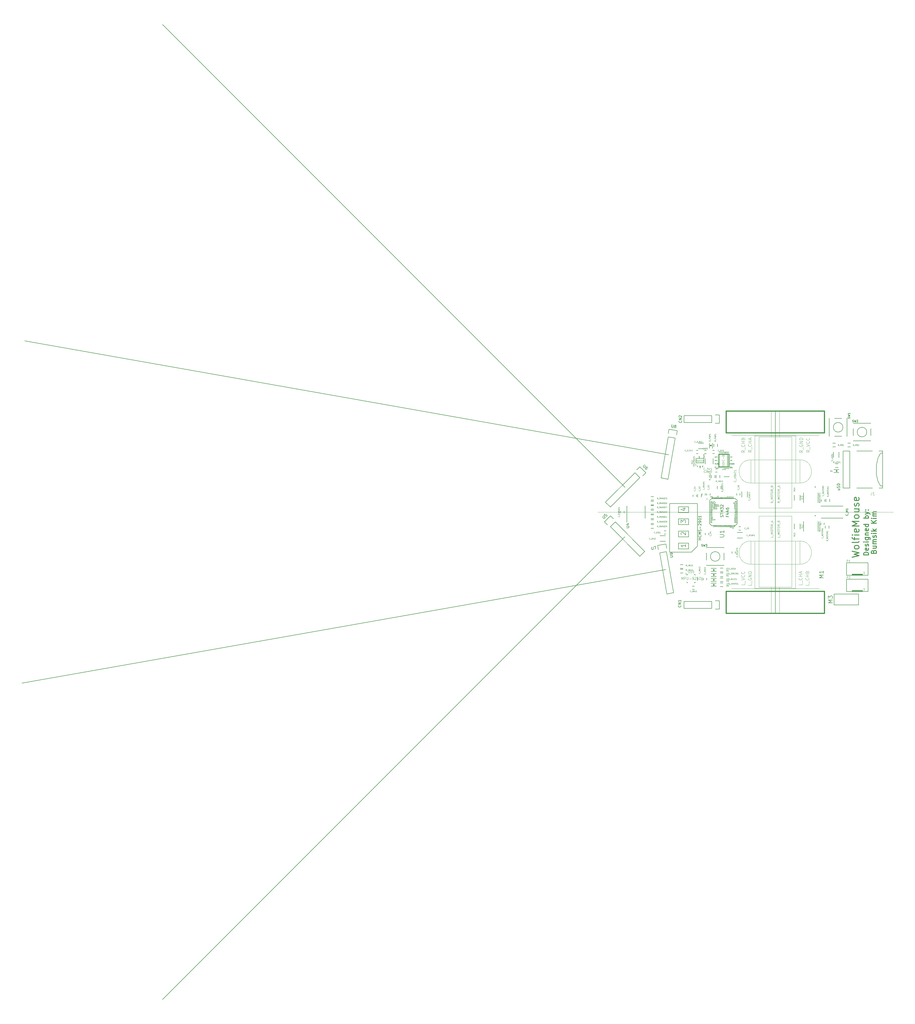
<source format=gto>
G04 #@! TF.FileFunction,Legend,Top*
%FSLAX46Y46*%
G04 Gerber Fmt 4.6, Leading zero omitted, Abs format (unit mm)*
G04 Created by KiCad (PCBNEW 4.0.2-stable) date 4/4/2016 11:45:04 AM*
%MOMM*%
G01*
G04 APERTURE LIST*
%ADD10C,0.100000*%
%ADD11C,0.300000*%
%ADD12C,0.406400*%
%ADD13C,0.127000*%
%ADD14C,0.150000*%
%ADD15C,0.152400*%
%ADD16C,0.101600*%
%ADD17C,0.065024*%
%ADD18C,0.050000*%
%ADD19C,0.128016*%
%ADD20C,0.020320*%
%ADD21C,0.040640*%
%ADD22C,0.142240*%
%ADD23C,0.073152*%
%ADD24C,0.024384*%
%ADD25C,0.097536*%
G04 APERTURE END LIST*
D10*
D11*
X227130952Y-106511905D02*
X229630952Y-105916667D01*
X227845238Y-105440477D01*
X229630952Y-104964286D01*
X227130952Y-104369048D01*
X229630952Y-103059524D02*
X229511905Y-103297619D01*
X229392857Y-103416667D01*
X229154762Y-103535715D01*
X228440476Y-103535715D01*
X228202381Y-103416667D01*
X228083333Y-103297619D01*
X227964286Y-103059524D01*
X227964286Y-102702381D01*
X228083333Y-102464286D01*
X228202381Y-102345238D01*
X228440476Y-102226191D01*
X229154762Y-102226191D01*
X229392857Y-102345238D01*
X229511905Y-102464286D01*
X229630952Y-102702381D01*
X229630952Y-103059524D01*
X229630952Y-100797619D02*
X229511905Y-101035714D01*
X229273810Y-101154762D01*
X227130952Y-101154762D01*
X227964286Y-100202381D02*
X227964286Y-99250000D01*
X229630952Y-99845238D02*
X227488095Y-99845238D01*
X227250000Y-99726190D01*
X227130952Y-99488095D01*
X227130952Y-99250000D01*
X229630952Y-98416667D02*
X227964286Y-98416667D01*
X227130952Y-98416667D02*
X227250000Y-98535715D01*
X227369048Y-98416667D01*
X227250000Y-98297619D01*
X227130952Y-98416667D01*
X227369048Y-98416667D01*
X229511905Y-96273810D02*
X229630952Y-96511905D01*
X229630952Y-96988096D01*
X229511905Y-97226191D01*
X229273810Y-97345239D01*
X228321429Y-97345239D01*
X228083333Y-97226191D01*
X227964286Y-96988096D01*
X227964286Y-96511905D01*
X228083333Y-96273810D01*
X228321429Y-96154762D01*
X228559524Y-96154762D01*
X228797619Y-97345239D01*
X229630952Y-95083334D02*
X227130952Y-95083334D01*
X228916667Y-94250001D01*
X227130952Y-93416667D01*
X229630952Y-93416667D01*
X229630952Y-91869048D02*
X229511905Y-92107143D01*
X229392857Y-92226191D01*
X229154762Y-92345239D01*
X228440476Y-92345239D01*
X228202381Y-92226191D01*
X228083333Y-92107143D01*
X227964286Y-91869048D01*
X227964286Y-91511905D01*
X228083333Y-91273810D01*
X228202381Y-91154762D01*
X228440476Y-91035715D01*
X229154762Y-91035715D01*
X229392857Y-91154762D01*
X229511905Y-91273810D01*
X229630952Y-91511905D01*
X229630952Y-91869048D01*
X227964286Y-88892857D02*
X229630952Y-88892857D01*
X227964286Y-89964286D02*
X229273810Y-89964286D01*
X229511905Y-89845238D01*
X229630952Y-89607143D01*
X229630952Y-89250000D01*
X229511905Y-89011905D01*
X229392857Y-88892857D01*
X229511905Y-87821429D02*
X229630952Y-87583333D01*
X229630952Y-87107143D01*
X229511905Y-86869048D01*
X229273810Y-86750000D01*
X229154762Y-86750000D01*
X228916667Y-86869048D01*
X228797619Y-87107143D01*
X228797619Y-87464286D01*
X228678571Y-87702381D01*
X228440476Y-87821429D01*
X228321429Y-87821429D01*
X228083333Y-87702381D01*
X227964286Y-87464286D01*
X227964286Y-87107143D01*
X228083333Y-86869048D01*
X229511905Y-84726190D02*
X229630952Y-84964285D01*
X229630952Y-85440476D01*
X229511905Y-85678571D01*
X229273810Y-85797619D01*
X228321429Y-85797619D01*
X228083333Y-85678571D01*
X227964286Y-85440476D01*
X227964286Y-84964285D01*
X228083333Y-84726190D01*
X228321429Y-84607142D01*
X228559524Y-84607142D01*
X228797619Y-85797619D01*
X233154286Y-105728571D02*
X231354286Y-105728571D01*
X231354286Y-105299999D01*
X231440000Y-105042856D01*
X231611429Y-104871428D01*
X231782857Y-104785713D01*
X232125714Y-104699999D01*
X232382857Y-104699999D01*
X232725714Y-104785713D01*
X232897143Y-104871428D01*
X233068571Y-105042856D01*
X233154286Y-105299999D01*
X233154286Y-105728571D01*
X233068571Y-103242856D02*
X233154286Y-103414285D01*
X233154286Y-103757142D01*
X233068571Y-103928571D01*
X232897143Y-104014285D01*
X232211429Y-104014285D01*
X232040000Y-103928571D01*
X231954286Y-103757142D01*
X231954286Y-103414285D01*
X232040000Y-103242856D01*
X232211429Y-103157142D01*
X232382857Y-103157142D01*
X232554286Y-104014285D01*
X233068571Y-102471428D02*
X233154286Y-102299999D01*
X233154286Y-101957142D01*
X233068571Y-101785714D01*
X232897143Y-101699999D01*
X232811429Y-101699999D01*
X232640000Y-101785714D01*
X232554286Y-101957142D01*
X232554286Y-102214285D01*
X232468571Y-102385714D01*
X232297143Y-102471428D01*
X232211429Y-102471428D01*
X232040000Y-102385714D01*
X231954286Y-102214285D01*
X231954286Y-101957142D01*
X232040000Y-101785714D01*
X233154286Y-100928571D02*
X231954286Y-100928571D01*
X231354286Y-100928571D02*
X231440000Y-101014285D01*
X231525714Y-100928571D01*
X231440000Y-100842856D01*
X231354286Y-100928571D01*
X231525714Y-100928571D01*
X231954286Y-99299999D02*
X233411429Y-99299999D01*
X233582857Y-99385713D01*
X233668571Y-99471428D01*
X233754286Y-99642856D01*
X233754286Y-99899999D01*
X233668571Y-100071428D01*
X233068571Y-99299999D02*
X233154286Y-99471428D01*
X233154286Y-99814285D01*
X233068571Y-99985713D01*
X232982857Y-100071428D01*
X232811429Y-100157142D01*
X232297143Y-100157142D01*
X232125714Y-100071428D01*
X232040000Y-99985713D01*
X231954286Y-99814285D01*
X231954286Y-99471428D01*
X232040000Y-99299999D01*
X231954286Y-98442857D02*
X233154286Y-98442857D01*
X232125714Y-98442857D02*
X232040000Y-98357142D01*
X231954286Y-98185714D01*
X231954286Y-97928571D01*
X232040000Y-97757142D01*
X232211429Y-97671428D01*
X233154286Y-97671428D01*
X233068571Y-96128571D02*
X233154286Y-96300000D01*
X233154286Y-96642857D01*
X233068571Y-96814286D01*
X232897143Y-96900000D01*
X232211429Y-96900000D01*
X232040000Y-96814286D01*
X231954286Y-96642857D01*
X231954286Y-96300000D01*
X232040000Y-96128571D01*
X232211429Y-96042857D01*
X232382857Y-96042857D01*
X232554286Y-96900000D01*
X233154286Y-94500000D02*
X231354286Y-94500000D01*
X233068571Y-94500000D02*
X233154286Y-94671429D01*
X233154286Y-95014286D01*
X233068571Y-95185714D01*
X232982857Y-95271429D01*
X232811429Y-95357143D01*
X232297143Y-95357143D01*
X232125714Y-95271429D01*
X232040000Y-95185714D01*
X231954286Y-95014286D01*
X231954286Y-94671429D01*
X232040000Y-94500000D01*
X233154286Y-92271429D02*
X231354286Y-92271429D01*
X232040000Y-92271429D02*
X231954286Y-92100000D01*
X231954286Y-91757143D01*
X232040000Y-91585714D01*
X232125714Y-91500000D01*
X232297143Y-91414286D01*
X232811429Y-91414286D01*
X232982857Y-91500000D01*
X233068571Y-91585714D01*
X233154286Y-91757143D01*
X233154286Y-92100000D01*
X233068571Y-92271429D01*
X231954286Y-90814286D02*
X233154286Y-90385715D01*
X231954286Y-89957143D02*
X233154286Y-90385715D01*
X233582857Y-90557143D01*
X233668571Y-90642858D01*
X233754286Y-90814286D01*
X232982857Y-89271429D02*
X233068571Y-89185714D01*
X233154286Y-89271429D01*
X233068571Y-89357143D01*
X232982857Y-89271429D01*
X233154286Y-89271429D01*
X232040000Y-89271429D02*
X232125714Y-89185714D01*
X232211429Y-89271429D01*
X232125714Y-89357143D01*
X232040000Y-89271429D01*
X232211429Y-89271429D01*
X235031429Y-104485715D02*
X235117143Y-104228572D01*
X235202857Y-104142857D01*
X235374286Y-104057143D01*
X235631429Y-104057143D01*
X235802857Y-104142857D01*
X235888571Y-104228572D01*
X235974286Y-104400000D01*
X235974286Y-105085715D01*
X234174286Y-105085715D01*
X234174286Y-104485715D01*
X234260000Y-104314286D01*
X234345714Y-104228572D01*
X234517143Y-104142857D01*
X234688571Y-104142857D01*
X234860000Y-104228572D01*
X234945714Y-104314286D01*
X235031429Y-104485715D01*
X235031429Y-105085715D01*
X234774286Y-102514286D02*
X235974286Y-102514286D01*
X234774286Y-103285715D02*
X235717143Y-103285715D01*
X235888571Y-103200000D01*
X235974286Y-103028572D01*
X235974286Y-102771429D01*
X235888571Y-102600000D01*
X235802857Y-102514286D01*
X235974286Y-101657144D02*
X234774286Y-101657144D01*
X234945714Y-101657144D02*
X234860000Y-101571429D01*
X234774286Y-101400001D01*
X234774286Y-101142858D01*
X234860000Y-100971429D01*
X235031429Y-100885715D01*
X235974286Y-100885715D01*
X235031429Y-100885715D02*
X234860000Y-100800001D01*
X234774286Y-100628572D01*
X234774286Y-100371429D01*
X234860000Y-100200001D01*
X235031429Y-100114286D01*
X235974286Y-100114286D01*
X235888571Y-99342858D02*
X235974286Y-99171429D01*
X235974286Y-98828572D01*
X235888571Y-98657144D01*
X235717143Y-98571429D01*
X235631429Y-98571429D01*
X235460000Y-98657144D01*
X235374286Y-98828572D01*
X235374286Y-99085715D01*
X235288571Y-99257144D01*
X235117143Y-99342858D01*
X235031429Y-99342858D01*
X234860000Y-99257144D01*
X234774286Y-99085715D01*
X234774286Y-98828572D01*
X234860000Y-98657144D01*
X235974286Y-97800001D02*
X234774286Y-97800001D01*
X234174286Y-97800001D02*
X234260000Y-97885715D01*
X234345714Y-97800001D01*
X234260000Y-97714286D01*
X234174286Y-97800001D01*
X234345714Y-97800001D01*
X235974286Y-96942858D02*
X234174286Y-96942858D01*
X235288571Y-96771429D02*
X235974286Y-96257143D01*
X234774286Y-96257143D02*
X235460000Y-96942858D01*
X235974286Y-94114286D02*
X234174286Y-94114286D01*
X235974286Y-93085714D02*
X234945714Y-93857143D01*
X234174286Y-93085714D02*
X235202857Y-94114286D01*
X235974286Y-92314286D02*
X234774286Y-92314286D01*
X234174286Y-92314286D02*
X234260000Y-92400000D01*
X234345714Y-92314286D01*
X234260000Y-92228571D01*
X234174286Y-92314286D01*
X234345714Y-92314286D01*
X235974286Y-91457143D02*
X234774286Y-91457143D01*
X234945714Y-91457143D02*
X234860000Y-91371428D01*
X234774286Y-91200000D01*
X234774286Y-90942857D01*
X234860000Y-90771428D01*
X235031429Y-90685714D01*
X235974286Y-90685714D01*
X235031429Y-90685714D02*
X234860000Y-90600000D01*
X234774286Y-90428571D01*
X234774286Y-90171428D01*
X234860000Y-90000000D01*
X235031429Y-89914285D01*
X235974286Y-89914285D01*
D10*
X242160000Y-90000000D02*
X134000000Y-90000000D01*
X205000000Y-88500000D02*
X205000000Y-62500000D01*
X205000000Y-62500000D02*
X200500000Y-62500000D01*
X200500000Y-62500000D02*
X197500000Y-62500000D01*
X197500000Y-62500000D02*
X193000000Y-62500000D01*
X193000000Y-62500000D02*
X193000000Y-88500000D01*
X193000000Y-88500000D02*
X205000000Y-88500000D01*
X206500000Y-62100000D02*
X191500000Y-62100000D01*
X191500000Y-62100000D02*
X191500000Y-70900000D01*
X191500000Y-70900000D02*
X191500000Y-79400000D01*
X190000000Y-79400000D02*
X191500000Y-79400000D01*
X191500000Y-79400000D02*
X206500000Y-79400000D01*
X206500000Y-79400000D02*
X206500000Y-70900000D01*
X206500000Y-70900000D02*
X206500000Y-62100000D01*
X191500000Y-70900000D02*
X190000000Y-70900000D01*
X190000000Y-70900000D02*
X190000000Y-79400000D01*
X190000000Y-70900000D02*
G75*
G03X190000000Y-79400000I0J-4250000D01*
G01*
X208000000Y-79400000D02*
X206500000Y-79400000D01*
X208000000Y-70900000D02*
X206500000Y-70900000D01*
X208000000Y-70900000D02*
X208000000Y-79400000D01*
X208000000Y-79400000D02*
G75*
G03X208000000Y-70900000I0J4250000D01*
G01*
X193000000Y-91500000D02*
X193000000Y-117500000D01*
X193000000Y-117500000D02*
X197500000Y-117500000D01*
X197500000Y-117500000D02*
X200500000Y-117500000D01*
X200500000Y-117500000D02*
X205000000Y-117500000D01*
X205000000Y-117500000D02*
X205000000Y-91500000D01*
X205000000Y-91500000D02*
X193000000Y-91500000D01*
X200500000Y-126990000D02*
X200500000Y-117500000D01*
X197500000Y-117500000D02*
X197500000Y-126990000D01*
X200500000Y-127000000D02*
X199000000Y-127000000D01*
X199000000Y-127000000D02*
X197500000Y-127000000D01*
X191500000Y-117900000D02*
X206400000Y-117900000D01*
X206400000Y-117900000D02*
X206400000Y-109100000D01*
X206400000Y-109100000D02*
X206400000Y-100600000D01*
X208000000Y-100600000D02*
X206400000Y-100600000D01*
X206400000Y-100600000D02*
X191500000Y-100600000D01*
X191500000Y-100600000D02*
X191500000Y-109100000D01*
X191500000Y-109100000D02*
X191500000Y-117900000D01*
X206400000Y-109100000D02*
X208000000Y-109100000D01*
X208000000Y-109100000D02*
X208000000Y-100600000D01*
X208000000Y-109100000D02*
G75*
G03X208000000Y-100600000I0J4250000D01*
G01*
X190000000Y-100600000D02*
X191500000Y-100600000D01*
X190000000Y-109100000D02*
X191500000Y-109100000D01*
X190000000Y-109100000D02*
X190000000Y-100600000D01*
X190000000Y-100600000D02*
G75*
G03X190000000Y-109100000I0J-4250000D01*
G01*
X215000000Y-62000000D02*
X183000000Y-62000000D01*
X183000000Y-118000000D02*
X215000000Y-118000000D01*
D12*
X181000000Y-127000000D02*
X181000000Y-119000000D01*
X181000000Y-119000000D02*
X217000000Y-119000000D01*
X217000000Y-119000000D02*
X217000000Y-127000000D01*
X217000000Y-127000000D02*
X199000000Y-127000000D01*
X199000000Y-127000000D02*
X181000000Y-127000000D01*
D10*
X197500000Y-53010000D02*
X197500000Y-62500000D01*
X200500000Y-62500000D02*
X200500000Y-53010000D01*
X197500000Y-53000000D02*
X199000000Y-53000000D01*
X199000000Y-53000000D02*
X200500000Y-53000000D01*
D12*
X217000000Y-53000000D02*
X217000000Y-61000000D01*
X217000000Y-61000000D02*
X181000000Y-61000000D01*
X181000000Y-61000000D02*
X181000000Y-53000000D01*
X181000000Y-53000000D02*
X199000000Y-53000000D01*
X199000000Y-53000000D02*
X217000000Y-53000000D01*
D13*
X199000000Y-127000000D02*
X199000000Y-53000000D01*
D10*
X191500000Y-70900000D02*
X206500000Y-70900000D01*
X206400000Y-109100000D02*
X191500000Y-109100000D01*
D14*
X159000000Y-111000000D02*
X-76822065Y-152581793D01*
X159148040Y-104525938D02*
X161794438Y-119534408D01*
X161794438Y-119534408D02*
X159293026Y-119975474D01*
X159293026Y-119975474D02*
X156646628Y-104967004D01*
X158934098Y-101700158D02*
X159203253Y-103226610D01*
X159148040Y-104525938D02*
X156646628Y-104967004D01*
X156150349Y-103764920D02*
X155881194Y-102238468D01*
X155881194Y-102238468D02*
X158934098Y-101700158D01*
X205925000Y-85750000D02*
X205925000Y-83750000D01*
X208075000Y-83750000D02*
X208075000Y-85750000D01*
X208075000Y-94250000D02*
X208075000Y-96250000D01*
X205925000Y-96250000D02*
X205925000Y-94250000D01*
X188775000Y-84500000D02*
X188775000Y-82500000D01*
X186725000Y-82500000D02*
X186725000Y-84500000D01*
X187000000Y-97475000D02*
X185000000Y-97475000D01*
X185000000Y-99525000D02*
X187000000Y-99525000D01*
X220225000Y-68025000D02*
X220225000Y-70025000D01*
X222275000Y-70025000D02*
X222275000Y-68025000D01*
X156800000Y-100725000D02*
X158800000Y-100725000D01*
X158800000Y-98675000D02*
X156800000Y-98675000D01*
X172800000Y-64775000D02*
X170800000Y-64775000D01*
X170800000Y-66825000D02*
X172800000Y-66825000D01*
X178900000Y-110525000D02*
X179900000Y-110525000D01*
X179900000Y-111875000D02*
X178900000Y-111875000D01*
X178900000Y-112325000D02*
X179900000Y-112325000D01*
X179900000Y-113675000D02*
X178900000Y-113675000D01*
X178900000Y-114125000D02*
X179900000Y-114125000D01*
X179900000Y-115475000D02*
X178900000Y-115475000D01*
X176875000Y-76500000D02*
X176875000Y-77500000D01*
X175525000Y-77500000D02*
X175525000Y-76500000D01*
X177325000Y-77500000D02*
X177325000Y-76500000D01*
X178675000Y-76500000D02*
X178675000Y-77500000D01*
X221000000Y-72325000D02*
X222000000Y-72325000D01*
X222000000Y-73675000D02*
X221000000Y-73675000D01*
X153500000Y-87575000D02*
X154500000Y-87575000D01*
X154500000Y-88925000D02*
X153500000Y-88925000D01*
X153500000Y-86075000D02*
X154500000Y-86075000D01*
X154500000Y-87425000D02*
X153500000Y-87425000D01*
X153500000Y-92825000D02*
X154500000Y-92825000D01*
X154500000Y-94175000D02*
X153500000Y-94175000D01*
X153500000Y-94575000D02*
X154500000Y-94575000D01*
X154500000Y-95925000D02*
X153500000Y-95925000D01*
X153500000Y-84325000D02*
X154500000Y-84325000D01*
X154500000Y-85675000D02*
X153500000Y-85675000D01*
X153500000Y-89325000D02*
X154500000Y-89325000D01*
X154500000Y-90675000D02*
X153500000Y-90675000D01*
X153500000Y-91075000D02*
X154500000Y-91075000D01*
X154500000Y-92425000D02*
X153500000Y-92425000D01*
X177875000Y-65100000D02*
X177875000Y-66100000D01*
X176525000Y-66100000D02*
X176525000Y-65100000D01*
X226500000Y-66175000D02*
X225500000Y-66175000D01*
X225500000Y-64825000D02*
X226500000Y-64825000D01*
X221000000Y-66175000D02*
X220000000Y-66175000D01*
X220000000Y-64825000D02*
X221000000Y-64825000D01*
X218925000Y-85250000D02*
X218925000Y-86250000D01*
X217575000Y-86250000D02*
X217575000Y-85250000D01*
X218675000Y-95000000D02*
X218675000Y-96000000D01*
X217325000Y-96000000D02*
X217325000Y-95000000D01*
X165200000Y-112325000D02*
X164200000Y-112325000D01*
X164200000Y-110975000D02*
X165200000Y-110975000D01*
X165200000Y-110575000D02*
X164200000Y-110575000D01*
X164200000Y-109225000D02*
X165200000Y-109225000D01*
X177725000Y-81500000D02*
X177725000Y-80500000D01*
X179075000Y-80500000D02*
X179075000Y-81500000D01*
X178900000Y-115925000D02*
X179900000Y-115925000D01*
X179900000Y-117275000D02*
X178900000Y-117275000D01*
X170575000Y-84500000D02*
X170575000Y-83500000D01*
X171925000Y-83500000D02*
X171925000Y-84500000D01*
X175500000Y-117150000D02*
X177400000Y-117150000D01*
X175500000Y-116050000D02*
X177400000Y-116050000D01*
X176400000Y-116600000D02*
X176850000Y-116600000D01*
X176350000Y-116350000D02*
X176350000Y-116850000D01*
X176350000Y-116600000D02*
X176600000Y-116350000D01*
X176600000Y-116350000D02*
X176600000Y-116850000D01*
X176600000Y-116850000D02*
X176350000Y-116600000D01*
X175500000Y-113550000D02*
X177400000Y-113550000D01*
X175500000Y-112450000D02*
X177400000Y-112450000D01*
X176400000Y-113000000D02*
X176850000Y-113000000D01*
X176350000Y-112750000D02*
X176350000Y-113250000D01*
X176350000Y-113000000D02*
X176600000Y-112750000D01*
X176600000Y-112750000D02*
X176600000Y-113250000D01*
X176600000Y-113250000D02*
X176350000Y-113000000D01*
X175500000Y-115350000D02*
X177400000Y-115350000D01*
X175500000Y-114250000D02*
X177400000Y-114250000D01*
X176400000Y-114800000D02*
X176850000Y-114800000D01*
X176350000Y-114550000D02*
X176350000Y-115050000D01*
X176350000Y-114800000D02*
X176600000Y-114550000D01*
X176600000Y-114550000D02*
X176600000Y-115050000D01*
X176600000Y-115050000D02*
X176350000Y-114800000D01*
X220400000Y-75550000D02*
X222300000Y-75550000D01*
X220400000Y-74450000D02*
X222300000Y-74450000D01*
X221300000Y-75000000D02*
X221750000Y-75000000D01*
X221250000Y-74750000D02*
X221250000Y-75250000D01*
X221250000Y-75000000D02*
X221500000Y-74750000D01*
X221500000Y-74750000D02*
X221500000Y-75250000D01*
X221500000Y-75250000D02*
X221250000Y-75000000D01*
X175950000Y-66700000D02*
X175950000Y-64800000D01*
X174850000Y-66700000D02*
X174850000Y-64800000D01*
X175400000Y-65800000D02*
X175400000Y-65350000D01*
X175150000Y-65850000D02*
X175650000Y-65850000D01*
X175400000Y-65850000D02*
X175150000Y-65600000D01*
X175150000Y-65600000D02*
X175650000Y-65600000D01*
X175650000Y-65600000D02*
X175400000Y-65850000D01*
X175500000Y-111750000D02*
X177400000Y-111750000D01*
X175500000Y-110650000D02*
X177400000Y-110650000D01*
X176400000Y-111200000D02*
X176850000Y-111200000D01*
X176350000Y-110950000D02*
X176350000Y-111450000D01*
X176350000Y-111200000D02*
X176600000Y-110950000D01*
X176600000Y-110950000D02*
X176600000Y-111450000D01*
X176600000Y-111450000D02*
X176350000Y-111200000D01*
X160000000Y-69000000D02*
X-75822065Y-27418207D01*
X162353372Y-62967004D02*
X159706974Y-77975474D01*
X159706974Y-77975474D02*
X157205562Y-77534408D01*
X157205562Y-77534408D02*
X159851960Y-62525938D01*
X163118806Y-60238468D02*
X162849651Y-61764920D01*
X162353372Y-62967004D02*
X159851960Y-62525938D01*
X159796747Y-61226610D02*
X160065902Y-59700158D01*
X160065902Y-59700158D02*
X163118806Y-60238468D01*
X144000000Y-99000000D02*
X-25323790Y-268323790D01*
X140407898Y-93611846D02*
X151184205Y-104388154D01*
X151184205Y-104388154D02*
X149388154Y-106184205D01*
X149388154Y-106184205D02*
X138611846Y-95407898D01*
X138611846Y-91419815D02*
X139707862Y-92515831D01*
X140407898Y-93611846D02*
X138611846Y-95407898D01*
X137515831Y-94707862D02*
X136419815Y-93611846D01*
X136419815Y-93611846D02*
X138611846Y-91419815D01*
X144000000Y-81000000D02*
X-25323790Y88323790D01*
X149388154Y-77407898D02*
X138611846Y-88184205D01*
X138611846Y-88184205D02*
X136815795Y-86388154D01*
X136815795Y-86388154D02*
X147592102Y-75611846D01*
X151580185Y-75611846D02*
X150484169Y-76707862D01*
X149388154Y-77407898D02*
X147592102Y-75611846D01*
X148292138Y-74515831D02*
X149388154Y-73419815D01*
X149388154Y-73419815D02*
X151580185Y-75611846D01*
D13*
X166630000Y-113120000D02*
X166630000Y-112820000D01*
X166630000Y-112820000D02*
X166930000Y-112820000D01*
X169330000Y-112820000D02*
X169630000Y-112820000D01*
X169330000Y-115820000D02*
X169630000Y-115820000D01*
X166630000Y-115820000D02*
X166930000Y-115820000D01*
X166630000Y-115820000D02*
X166630000Y-115520000D01*
X169630000Y-115820000D02*
X169630000Y-115520000D01*
X169630000Y-113120000D02*
X169630000Y-112820000D01*
D10*
X166530000Y-112620000D02*
G75*
G03X166530000Y-112620000I-200000J0D01*
G01*
D13*
X177000000Y-86600000D02*
G75*
G03X177000000Y-86600000I-400000J0D01*
G01*
X184250000Y-85000000D02*
X175750000Y-85000000D01*
X175000000Y-85750000D02*
X175000000Y-94250000D01*
X175750000Y-95000000D02*
X184250000Y-95000000D01*
X185000000Y-94250000D02*
X185000000Y-85750000D01*
X184250000Y-85000000D02*
X185000000Y-85750000D01*
X185000000Y-94250000D02*
X184250000Y-95000000D01*
X175000000Y-94250000D02*
X175750000Y-95000000D01*
X175750000Y-85000000D02*
X175000000Y-85750000D01*
X238325000Y-81250000D02*
X238325000Y-67650000D01*
X223825000Y-81250000D02*
X223825000Y-67650000D01*
X223875000Y-81250000D02*
X226275000Y-81250000D01*
X238375000Y-81250000D02*
X236975000Y-81250000D01*
X234575000Y-81250000D02*
X228775000Y-81250000D01*
X223875000Y-67650000D02*
X226275000Y-67650000D01*
X236975000Y-67650000D02*
X238375000Y-67650000D01*
X228775000Y-67650000D02*
X234575000Y-67650000D01*
X238275000Y-80450000D02*
X237575000Y-80450000D01*
X238275000Y-68450000D02*
X237575000Y-68450000D01*
X237575000Y-80450000D02*
X236575000Y-78750000D01*
X236575000Y-78750000D02*
X235975000Y-76350000D01*
X235975000Y-76350000D02*
X235975000Y-72850000D01*
X235975000Y-72850000D02*
X236575000Y-70250000D01*
X236575000Y-70250000D02*
X237575000Y-68450000D01*
X226275000Y-81250000D02*
X226275000Y-67650000D01*
D14*
X151375000Y-92225000D02*
X151375000Y-87775000D01*
X144625000Y-93750000D02*
X144625000Y-87775000D01*
D13*
X220500000Y-120000000D02*
X220500000Y-124000000D01*
X220500000Y-124000000D02*
X229500000Y-124000000D01*
X229500000Y-124000000D02*
X229500000Y-120000000D01*
X229500000Y-120000000D02*
X220500000Y-120000000D01*
X225077500Y-108617500D02*
X232927500Y-108617500D01*
X232927500Y-108617500D02*
X232927500Y-113117500D01*
X232927500Y-113117500D02*
X225077500Y-113117500D01*
X225077500Y-113117500D02*
X225077500Y-108617500D01*
D10*
G36*
X227027500Y-113117500D02*
X231027500Y-113117500D01*
X231027500Y-112617500D01*
X227027500Y-112617500D01*
X227027500Y-113117500D01*
G37*
D13*
X225077500Y-114617500D02*
X232927500Y-114617500D01*
X232927500Y-114617500D02*
X232927500Y-119117500D01*
X232927500Y-119117500D02*
X225077500Y-119117500D01*
X225077500Y-119117500D02*
X225077500Y-114617500D01*
D10*
G36*
X227027500Y-119117500D02*
X231027500Y-119117500D01*
X231027500Y-118617500D01*
X227027500Y-118617500D01*
X227027500Y-119117500D01*
G37*
D14*
X178750714Y-106250000D02*
G75*
G03X178750714Y-106250000I-1750714J0D01*
G01*
X180225000Y-103025000D02*
X180225000Y-103050000D01*
X180225000Y-109475000D02*
X180225000Y-109450000D01*
X173775000Y-109475000D02*
X173775000Y-109450000D01*
X173775000Y-103050000D02*
X173775000Y-103025000D01*
X180225000Y-104950000D02*
X180225000Y-107550000D01*
X173775000Y-103025000D02*
X180225000Y-103025000D01*
X173775000Y-104950000D02*
X173775000Y-107550000D01*
X173775000Y-109475000D02*
X180225000Y-109475000D01*
X232500714Y-60750000D02*
G75*
G03X232500714Y-60750000I-1750714J0D01*
G01*
X227525000Y-63975000D02*
X227525000Y-63950000D01*
X227525000Y-57525000D02*
X227525000Y-57550000D01*
X233975000Y-57525000D02*
X233975000Y-57550000D01*
X233975000Y-63950000D02*
X233975000Y-63975000D01*
X227525000Y-62050000D02*
X227525000Y-59450000D01*
X233975000Y-63975000D02*
X227525000Y-63975000D01*
X233975000Y-62050000D02*
X233975000Y-59450000D01*
X233975000Y-57525000D02*
X227525000Y-57525000D01*
X223750714Y-59000000D02*
G75*
G03X223750714Y-59000000I-1750714J0D01*
G01*
X218775000Y-55775000D02*
X218800000Y-55775000D01*
X225225000Y-55775000D02*
X225200000Y-55775000D01*
X225225000Y-62225000D02*
X225200000Y-62225000D01*
X218800000Y-62225000D02*
X218775000Y-62225000D01*
X220700000Y-55775000D02*
X223300000Y-55775000D01*
X218775000Y-62225000D02*
X218775000Y-55775000D01*
X220700000Y-62225000D02*
X223300000Y-62225000D01*
X225225000Y-62225000D02*
X225225000Y-55775000D01*
X215800000Y-92200000D02*
X223800000Y-92200000D01*
X223800000Y-87800000D02*
X215700000Y-87800000D01*
X173050000Y-67400000D02*
X173750000Y-67400000D01*
X173750000Y-68600000D02*
X173050000Y-68600000D01*
X170750000Y-68600000D02*
X170050000Y-68600000D01*
X170050000Y-67400000D02*
X170750000Y-67400000D01*
X176750000Y-68600000D02*
X176050000Y-68600000D01*
X176050000Y-67400000D02*
X176750000Y-67400000D01*
X158950000Y-98100000D02*
X158250000Y-98100000D01*
X158250000Y-96900000D02*
X158950000Y-96900000D01*
X168650000Y-117150000D02*
X169350000Y-117150000D01*
X169350000Y-118350000D02*
X168650000Y-118350000D01*
X172700000Y-114850000D02*
X172700000Y-114150000D01*
X173900000Y-114150000D02*
X173900000Y-114850000D01*
X216850000Y-93900000D02*
X216850000Y-94600000D01*
X215650000Y-94600000D02*
X215650000Y-93900000D01*
X215900000Y-86100000D02*
X215900000Y-85400000D01*
X217100000Y-85400000D02*
X217100000Y-86100000D01*
X142400000Y-90350000D02*
X142400000Y-89650000D01*
X143600000Y-89650000D02*
X143600000Y-90350000D01*
X184350000Y-104400000D02*
X184350000Y-105100000D01*
X183150000Y-105100000D02*
X183150000Y-104400000D01*
X168900000Y-84350000D02*
X168900000Y-83650000D01*
X170100000Y-83650000D02*
X170100000Y-84350000D01*
X175100000Y-83150000D02*
X175100000Y-83850000D01*
X173900000Y-83850000D02*
X173900000Y-83150000D01*
X172150000Y-83850000D02*
X172150000Y-83150000D01*
X173350000Y-83150000D02*
X173350000Y-83850000D01*
X174600000Y-97650000D02*
X174600000Y-98350000D01*
X173400000Y-98350000D02*
X173400000Y-97650000D01*
X186350000Y-96600000D02*
X185650000Y-96600000D01*
X185650000Y-95400000D02*
X186350000Y-95400000D01*
X186100000Y-83150000D02*
X186100000Y-83850000D01*
X184900000Y-83850000D02*
X184900000Y-83150000D01*
X177750000Y-75400000D02*
X177050000Y-75400000D01*
X177050000Y-74200000D02*
X177750000Y-74200000D01*
D15*
X209307600Y-82921200D02*
X209307600Y-86578800D01*
X214692400Y-86578800D02*
X214692400Y-82921200D01*
D10*
G36*
X213422400Y-80686000D02*
X213828800Y-80686000D01*
X213828800Y-80940000D01*
X213422400Y-80940000D01*
X213422400Y-80686000D01*
G37*
D15*
X209307600Y-93421200D02*
X209307600Y-97078800D01*
X214692400Y-97078800D02*
X214692400Y-93421200D01*
D10*
G36*
X213422400Y-91186000D02*
X213828800Y-91186000D01*
X213828800Y-91440000D01*
X213422400Y-91440000D01*
X213422400Y-91186000D01*
G37*
D13*
X170480000Y-102467500D02*
X170480000Y-86910000D01*
X170480000Y-86910000D02*
X160320000Y-86910000D01*
X160320000Y-86910000D02*
X160320000Y-104690000D01*
X160320000Y-104690000D02*
X168257500Y-104690000D01*
X167254200Y-103521600D02*
X167254200Y-101413400D01*
X167254200Y-101413400D02*
X163545800Y-101413400D01*
X163545800Y-101413400D02*
X163545800Y-103521600D01*
X163545800Y-103521600D02*
X167254200Y-103521600D01*
X167254200Y-99076600D02*
X167254200Y-96968400D01*
X167254200Y-96968400D02*
X163545800Y-96968400D01*
X163545800Y-96968400D02*
X163545800Y-99076600D01*
X163545800Y-99076600D02*
X167254200Y-99076600D01*
X167254200Y-94631600D02*
X167254200Y-92523400D01*
X167254200Y-92523400D02*
X163545800Y-92523400D01*
X163545800Y-92523400D02*
X163545800Y-94631600D01*
X163545800Y-94631600D02*
X167254200Y-94631600D01*
X167254200Y-90186600D02*
X167254200Y-88078400D01*
X167254200Y-88078400D02*
X163545800Y-88078400D01*
X163545800Y-88078400D02*
X163545800Y-90186600D01*
X163545800Y-90186600D02*
X167254200Y-90186600D01*
X168257500Y-104690000D02*
X170480000Y-102467500D01*
D14*
X170450000Y-114000000D02*
X170450000Y-115000000D01*
X172150000Y-115000000D02*
X172150000Y-114000000D01*
X182200000Y-74125000D02*
X180200000Y-74125000D01*
X180200000Y-77075000D02*
X182200000Y-77075000D01*
X176275000Y-72400000D02*
X176275000Y-70400000D01*
X173325000Y-70400000D02*
X173325000Y-72400000D01*
D13*
X169950000Y-72000000D02*
X172850000Y-72000000D01*
X172850000Y-72000000D02*
X172850000Y-70400000D01*
X172850000Y-70400000D02*
X169950000Y-70400000D01*
X169950000Y-70400000D02*
X169950000Y-72000000D01*
X182150000Y-73650000D02*
X182150000Y-68750000D01*
X182150000Y-68750000D02*
X181950000Y-68750000D01*
X181950000Y-68750000D02*
X178250000Y-68750000D01*
X178250000Y-68750000D02*
X178250000Y-73650000D01*
X178250000Y-73650000D02*
X181950000Y-73650000D01*
X181950000Y-73650000D02*
X182150000Y-73650000D01*
X178250000Y-73650000D02*
X178450000Y-73450000D01*
X178450000Y-73450000D02*
X178450000Y-68950000D01*
X178250000Y-68750000D02*
X178450000Y-68950000D01*
X178450000Y-68950000D02*
X181450000Y-68950000D01*
X181450000Y-68950000D02*
X181950000Y-68750000D01*
X181950000Y-68750000D02*
X181950000Y-73650000D01*
X181950000Y-73650000D02*
X181450000Y-73450000D01*
X178450000Y-73450000D02*
X181450000Y-73450000D01*
X181450000Y-73450000D02*
X181450000Y-68950000D01*
D14*
X177000000Y-122450000D02*
X178550000Y-122450000D01*
X178550000Y-122450000D02*
X178550000Y-125550000D01*
X178550000Y-125550000D02*
X177000000Y-125550000D01*
X175730000Y-125270000D02*
X165570000Y-125270000D01*
X165570000Y-125270000D02*
X165570000Y-122730000D01*
X165570000Y-122730000D02*
X175730000Y-122730000D01*
X175730000Y-125270000D02*
X175730000Y-122730000D01*
X177000000Y-54450000D02*
X178550000Y-54450000D01*
X178550000Y-54450000D02*
X178550000Y-57550000D01*
X178550000Y-57550000D02*
X177000000Y-57550000D01*
X175730000Y-57270000D02*
X165570000Y-57270000D01*
X165570000Y-57270000D02*
X165570000Y-54730000D01*
X165570000Y-54730000D02*
X175730000Y-54730000D01*
X175730000Y-57270000D02*
X175730000Y-54730000D01*
X216639429Y-114093714D02*
X215115429Y-114093714D01*
X216204000Y-113585714D01*
X215115429Y-113077714D01*
X216639429Y-113077714D01*
X216639429Y-111553714D02*
X216639429Y-112424571D01*
X216639429Y-111989143D02*
X215115429Y-111989143D01*
X215333143Y-112134286D01*
X215478286Y-112279428D01*
X215550857Y-112424571D01*
D16*
X187795798Y-116059749D02*
X187795798Y-116634273D01*
X186589298Y-116634273D01*
X187910702Y-115944845D02*
X187910702Y-115025607D01*
X186589298Y-114910702D02*
X187795798Y-114508536D01*
X186589298Y-114106369D01*
X187680893Y-113014774D02*
X187738345Y-113072226D01*
X187795798Y-113244583D01*
X187795798Y-113359488D01*
X187738345Y-113531845D01*
X187623440Y-113646750D01*
X187508536Y-113704202D01*
X187278726Y-113761654D01*
X187106369Y-113761654D01*
X186876560Y-113704202D01*
X186761655Y-113646750D01*
X186646750Y-113531845D01*
X186589298Y-113359488D01*
X186589298Y-113244583D01*
X186646750Y-113072226D01*
X186704202Y-113014774D01*
X187680893Y-111808274D02*
X187738345Y-111865726D01*
X187795798Y-112038083D01*
X187795798Y-112152988D01*
X187738345Y-112325345D01*
X187623440Y-112440250D01*
X187508536Y-112497702D01*
X187278726Y-112555154D01*
X187106369Y-112555154D01*
X186876560Y-112497702D01*
X186761655Y-112440250D01*
X186646750Y-112325345D01*
X186589298Y-112152988D01*
X186589298Y-112038083D01*
X186646750Y-111865726D01*
X186704202Y-111808274D01*
X190295798Y-116174654D02*
X190295798Y-116749178D01*
X189089298Y-116749178D01*
X190410702Y-116059750D02*
X190410702Y-115140512D01*
X189146750Y-114221274D02*
X189089298Y-114336179D01*
X189089298Y-114508536D01*
X189146750Y-114680893D01*
X189261655Y-114795798D01*
X189376560Y-114853250D01*
X189606369Y-114910702D01*
X189778726Y-114910702D01*
X190008536Y-114853250D01*
X190123440Y-114795798D01*
X190238345Y-114680893D01*
X190295798Y-114508536D01*
X190295798Y-114393631D01*
X190238345Y-114221274D01*
X190180893Y-114163822D01*
X189778726Y-114163822D01*
X189778726Y-114393631D01*
X190295798Y-113646750D02*
X189089298Y-113646750D01*
X190295798Y-112957322D01*
X189089298Y-112957322D01*
X190295798Y-112382798D02*
X189089298Y-112382798D01*
X189089298Y-112095536D01*
X189146750Y-111923179D01*
X189261655Y-111808274D01*
X189376560Y-111750822D01*
X189606369Y-111693370D01*
X189778726Y-111693370D01*
X190008536Y-111750822D01*
X190123440Y-111808274D01*
X190238345Y-111923179D01*
X190295798Y-112095536D01*
X190295798Y-112382798D01*
X208795798Y-116088475D02*
X208795798Y-116662999D01*
X207589298Y-116662999D01*
X208910702Y-115973571D02*
X208910702Y-115054333D01*
X208680893Y-114077643D02*
X208738345Y-114135095D01*
X208795798Y-114307452D01*
X208795798Y-114422357D01*
X208738345Y-114594714D01*
X208623440Y-114709619D01*
X208508536Y-114767071D01*
X208278726Y-114824523D01*
X208106369Y-114824523D01*
X207876560Y-114767071D01*
X207761655Y-114709619D01*
X207646750Y-114594714D01*
X207589298Y-114422357D01*
X207589298Y-114307452D01*
X207646750Y-114135095D01*
X207704202Y-114077643D01*
X208795798Y-113560571D02*
X207589298Y-113560571D01*
X208163821Y-113560571D02*
X208163821Y-112871143D01*
X208795798Y-112871143D02*
X207589298Y-112871143D01*
X208451083Y-112354071D02*
X208451083Y-111779548D01*
X208795798Y-112468976D02*
X207589298Y-112066810D01*
X208795798Y-111664643D01*
X211295798Y-116174654D02*
X211295798Y-116749178D01*
X210089298Y-116749178D01*
X211410702Y-116059750D02*
X211410702Y-115140512D01*
X211180893Y-114163822D02*
X211238345Y-114221274D01*
X211295798Y-114393631D01*
X211295798Y-114508536D01*
X211238345Y-114680893D01*
X211123440Y-114795798D01*
X211008536Y-114853250D01*
X210778726Y-114910702D01*
X210606369Y-114910702D01*
X210376560Y-114853250D01*
X210261655Y-114795798D01*
X210146750Y-114680893D01*
X210089298Y-114508536D01*
X210089298Y-114393631D01*
X210146750Y-114221274D01*
X210204202Y-114163822D01*
X211295798Y-113646750D02*
X210089298Y-113646750D01*
X210663821Y-113646750D02*
X210663821Y-112957322D01*
X211295798Y-112957322D02*
X210089298Y-112957322D01*
X210663821Y-111980631D02*
X210721274Y-111808274D01*
X210778726Y-111750822D01*
X210893631Y-111693370D01*
X211065988Y-111693370D01*
X211180893Y-111750822D01*
X211238345Y-111808274D01*
X211295798Y-111923179D01*
X211295798Y-112382798D01*
X210089298Y-112382798D01*
X210089298Y-111980631D01*
X210146750Y-111865727D01*
X210204202Y-111808274D01*
X210319107Y-111750822D01*
X210434012Y-111750822D01*
X210548917Y-111808274D01*
X210606369Y-111865727D01*
X210663821Y-111980631D01*
X210663821Y-112382798D01*
X211545798Y-67309750D02*
X210971274Y-67711916D01*
X211545798Y-67999178D02*
X210339298Y-67999178D01*
X210339298Y-67539559D01*
X210396750Y-67424654D01*
X210454202Y-67367202D01*
X210569107Y-67309750D01*
X210741464Y-67309750D01*
X210856369Y-67367202D01*
X210913821Y-67424654D01*
X210971274Y-67539559D01*
X210971274Y-67999178D01*
X211660702Y-67079940D02*
X211660702Y-66160702D01*
X210339298Y-66045797D02*
X211545798Y-65643631D01*
X210339298Y-65241464D01*
X211430893Y-64149869D02*
X211488345Y-64207321D01*
X211545798Y-64379678D01*
X211545798Y-64494583D01*
X211488345Y-64666940D01*
X211373440Y-64781845D01*
X211258536Y-64839297D01*
X211028726Y-64896749D01*
X210856369Y-64896749D01*
X210626560Y-64839297D01*
X210511655Y-64781845D01*
X210396750Y-64666940D01*
X210339298Y-64494583D01*
X210339298Y-64379678D01*
X210396750Y-64207321D01*
X210454202Y-64149869D01*
X211430893Y-62943369D02*
X211488345Y-63000821D01*
X211545798Y-63173178D01*
X211545798Y-63288083D01*
X211488345Y-63460440D01*
X211373440Y-63575345D01*
X211258536Y-63632797D01*
X211028726Y-63690249D01*
X210856369Y-63690249D01*
X210626560Y-63632797D01*
X210511655Y-63575345D01*
X210396750Y-63460440D01*
X210339298Y-63288083D01*
X210339298Y-63173178D01*
X210396750Y-63000821D01*
X210454202Y-62943369D01*
X209045798Y-67424655D02*
X208471274Y-67826821D01*
X209045798Y-68114083D02*
X207839298Y-68114083D01*
X207839298Y-67654464D01*
X207896750Y-67539559D01*
X207954202Y-67482107D01*
X208069107Y-67424655D01*
X208241464Y-67424655D01*
X208356369Y-67482107D01*
X208413821Y-67539559D01*
X208471274Y-67654464D01*
X208471274Y-68114083D01*
X209160702Y-67194845D02*
X209160702Y-66275607D01*
X207896750Y-65356369D02*
X207839298Y-65471274D01*
X207839298Y-65643631D01*
X207896750Y-65815988D01*
X208011655Y-65930893D01*
X208126560Y-65988345D01*
X208356369Y-66045797D01*
X208528726Y-66045797D01*
X208758536Y-65988345D01*
X208873440Y-65930893D01*
X208988345Y-65815988D01*
X209045798Y-65643631D01*
X209045798Y-65528726D01*
X208988345Y-65356369D01*
X208930893Y-65298917D01*
X208528726Y-65298917D01*
X208528726Y-65528726D01*
X209045798Y-64781845D02*
X207839298Y-64781845D01*
X209045798Y-64092417D01*
X207839298Y-64092417D01*
X209045798Y-63517893D02*
X207839298Y-63517893D01*
X207839298Y-63230631D01*
X207896750Y-63058274D01*
X208011655Y-62943369D01*
X208126560Y-62885917D01*
X208356369Y-62828465D01*
X208528726Y-62828465D01*
X208758536Y-62885917D01*
X208873440Y-62943369D01*
X208988345Y-63058274D01*
X209045798Y-63230631D01*
X209045798Y-63517893D01*
X190295798Y-67338476D02*
X189721274Y-67740642D01*
X190295798Y-68027904D02*
X189089298Y-68027904D01*
X189089298Y-67568285D01*
X189146750Y-67453380D01*
X189204202Y-67395928D01*
X189319107Y-67338476D01*
X189491464Y-67338476D01*
X189606369Y-67395928D01*
X189663821Y-67453380D01*
X189721274Y-67568285D01*
X189721274Y-68027904D01*
X190410702Y-67108666D02*
X190410702Y-66189428D01*
X190180893Y-65212738D02*
X190238345Y-65270190D01*
X190295798Y-65442547D01*
X190295798Y-65557452D01*
X190238345Y-65729809D01*
X190123440Y-65844714D01*
X190008536Y-65902166D01*
X189778726Y-65959618D01*
X189606369Y-65959618D01*
X189376560Y-65902166D01*
X189261655Y-65844714D01*
X189146750Y-65729809D01*
X189089298Y-65557452D01*
X189089298Y-65442547D01*
X189146750Y-65270190D01*
X189204202Y-65212738D01*
X190295798Y-64695666D02*
X189089298Y-64695666D01*
X189663821Y-64695666D02*
X189663821Y-64006238D01*
X190295798Y-64006238D02*
X189089298Y-64006238D01*
X189951083Y-63489166D02*
X189951083Y-62914643D01*
X190295798Y-63604071D02*
X189089298Y-63201905D01*
X190295798Y-62799738D01*
X187795798Y-67424655D02*
X187221274Y-67826821D01*
X187795798Y-68114083D02*
X186589298Y-68114083D01*
X186589298Y-67654464D01*
X186646750Y-67539559D01*
X186704202Y-67482107D01*
X186819107Y-67424655D01*
X186991464Y-67424655D01*
X187106369Y-67482107D01*
X187163821Y-67539559D01*
X187221274Y-67654464D01*
X187221274Y-68114083D01*
X187910702Y-67194845D02*
X187910702Y-66275607D01*
X187680893Y-65298917D02*
X187738345Y-65356369D01*
X187795798Y-65528726D01*
X187795798Y-65643631D01*
X187738345Y-65815988D01*
X187623440Y-65930893D01*
X187508536Y-65988345D01*
X187278726Y-66045797D01*
X187106369Y-66045797D01*
X186876560Y-65988345D01*
X186761655Y-65930893D01*
X186646750Y-65815988D01*
X186589298Y-65643631D01*
X186589298Y-65528726D01*
X186646750Y-65356369D01*
X186704202Y-65298917D01*
X187795798Y-64781845D02*
X186589298Y-64781845D01*
X187163821Y-64781845D02*
X187163821Y-64092417D01*
X187795798Y-64092417D02*
X186589298Y-64092417D01*
X187163821Y-63115726D02*
X187221274Y-62943369D01*
X187278726Y-62885917D01*
X187393631Y-62828465D01*
X187565988Y-62828465D01*
X187680893Y-62885917D01*
X187738345Y-62943369D01*
X187795798Y-63058274D01*
X187795798Y-63517893D01*
X186589298Y-63517893D01*
X186589298Y-63115726D01*
X186646750Y-63000822D01*
X186704202Y-62943369D01*
X186819107Y-62885917D01*
X186934012Y-62885917D01*
X187048917Y-62943369D01*
X187106369Y-63000822D01*
X187163821Y-63115726D01*
X187163821Y-63517893D01*
D17*
X198099310Y-98860636D02*
X198099310Y-99228331D01*
X197327150Y-99228331D01*
X198172850Y-98787097D02*
X198172850Y-98198785D01*
X198099310Y-98014937D02*
X197327150Y-98014937D01*
X197878693Y-97757551D01*
X197327150Y-97500164D01*
X198099310Y-97500164D01*
X197327150Y-96985390D02*
X197327150Y-96838312D01*
X197363920Y-96764773D01*
X197437459Y-96691234D01*
X197584537Y-96654465D01*
X197841924Y-96654465D01*
X197989002Y-96691234D01*
X198062541Y-96764773D01*
X198099310Y-96838312D01*
X198099310Y-96985390D01*
X198062541Y-97058929D01*
X197989002Y-97132468D01*
X197841924Y-97169238D01*
X197584537Y-97169238D01*
X197437459Y-97132468D01*
X197363920Y-97058929D01*
X197327150Y-96985390D01*
X197327150Y-96433847D02*
X197327150Y-95992613D01*
X198099310Y-96213230D02*
X197327150Y-96213230D01*
X197327150Y-95588148D02*
X197327150Y-95441070D01*
X197363920Y-95367531D01*
X197437459Y-95293992D01*
X197584537Y-95257223D01*
X197841924Y-95257223D01*
X197989002Y-95293992D01*
X198062541Y-95367531D01*
X198099310Y-95441070D01*
X198099310Y-95588148D01*
X198062541Y-95661687D01*
X197989002Y-95735226D01*
X197841924Y-95771996D01*
X197584537Y-95771996D01*
X197437459Y-95735226D01*
X197363920Y-95661687D01*
X197327150Y-95588148D01*
X198099310Y-94485062D02*
X197731615Y-94742449D01*
X198099310Y-94926296D02*
X197327150Y-94926296D01*
X197327150Y-94632140D01*
X197363920Y-94558601D01*
X197400690Y-94521832D01*
X197474229Y-94485062D01*
X197584537Y-94485062D01*
X197658076Y-94521832D01*
X197694846Y-94558601D01*
X197731615Y-94632140D01*
X197731615Y-94926296D01*
X198172850Y-94337984D02*
X198172850Y-93749672D01*
X197878693Y-93602594D02*
X197878693Y-93234899D01*
X198099310Y-93676133D02*
X197327150Y-93418746D01*
X198099310Y-93161360D01*
X200599310Y-98915790D02*
X200599310Y-99283485D01*
X199827150Y-99283485D01*
X200672850Y-98842251D02*
X200672850Y-98253939D01*
X200599310Y-98070091D02*
X199827150Y-98070091D01*
X200378693Y-97812705D01*
X199827150Y-97555318D01*
X200599310Y-97555318D01*
X199827150Y-97040544D02*
X199827150Y-96893466D01*
X199863920Y-96819927D01*
X199937459Y-96746388D01*
X200084537Y-96709619D01*
X200341924Y-96709619D01*
X200489002Y-96746388D01*
X200562541Y-96819927D01*
X200599310Y-96893466D01*
X200599310Y-97040544D01*
X200562541Y-97114083D01*
X200489002Y-97187622D01*
X200341924Y-97224392D01*
X200084537Y-97224392D01*
X199937459Y-97187622D01*
X199863920Y-97114083D01*
X199827150Y-97040544D01*
X199827150Y-96489001D02*
X199827150Y-96047767D01*
X200599310Y-96268384D02*
X199827150Y-96268384D01*
X199827150Y-95643302D02*
X199827150Y-95496224D01*
X199863920Y-95422685D01*
X199937459Y-95349146D01*
X200084537Y-95312377D01*
X200341924Y-95312377D01*
X200489002Y-95349146D01*
X200562541Y-95422685D01*
X200599310Y-95496224D01*
X200599310Y-95643302D01*
X200562541Y-95716841D01*
X200489002Y-95790380D01*
X200341924Y-95827150D01*
X200084537Y-95827150D01*
X199937459Y-95790380D01*
X199863920Y-95716841D01*
X199827150Y-95643302D01*
X200599310Y-94540216D02*
X200231615Y-94797603D01*
X200599310Y-94981450D02*
X199827150Y-94981450D01*
X199827150Y-94687294D01*
X199863920Y-94613755D01*
X199900690Y-94576986D01*
X199974229Y-94540216D01*
X200084537Y-94540216D01*
X200158076Y-94576986D01*
X200194846Y-94613755D01*
X200231615Y-94687294D01*
X200231615Y-94981450D01*
X200672850Y-94393138D02*
X200672850Y-93804826D01*
X200194846Y-93363592D02*
X200231615Y-93253283D01*
X200268385Y-93216514D01*
X200341924Y-93179744D01*
X200452232Y-93179744D01*
X200525771Y-93216514D01*
X200562541Y-93253283D01*
X200599310Y-93326822D01*
X200599310Y-93620978D01*
X199827150Y-93620978D01*
X199827150Y-93363592D01*
X199863920Y-93290053D01*
X199900690Y-93253283D01*
X199974229Y-93216514D01*
X200047768Y-93216514D01*
X200121307Y-93253283D01*
X200158076Y-93290053D01*
X200194846Y-93363592D01*
X200194846Y-93620978D01*
X198099310Y-86165790D02*
X197731615Y-86423177D01*
X198099310Y-86607024D02*
X197327150Y-86607024D01*
X197327150Y-86312868D01*
X197363920Y-86239329D01*
X197400690Y-86202560D01*
X197474229Y-86165790D01*
X197584537Y-86165790D01*
X197658076Y-86202560D01*
X197694846Y-86239329D01*
X197731615Y-86312868D01*
X197731615Y-86607024D01*
X198172850Y-86018712D02*
X198172850Y-85430400D01*
X198099310Y-85246552D02*
X197327150Y-85246552D01*
X197878693Y-84989166D01*
X197327150Y-84731779D01*
X198099310Y-84731779D01*
X197327150Y-84217005D02*
X197327150Y-84069927D01*
X197363920Y-83996388D01*
X197437459Y-83922849D01*
X197584537Y-83886080D01*
X197841924Y-83886080D01*
X197989002Y-83922849D01*
X198062541Y-83996388D01*
X198099310Y-84069927D01*
X198099310Y-84217005D01*
X198062541Y-84290544D01*
X197989002Y-84364083D01*
X197841924Y-84400853D01*
X197584537Y-84400853D01*
X197437459Y-84364083D01*
X197363920Y-84290544D01*
X197327150Y-84217005D01*
X197327150Y-83665462D02*
X197327150Y-83224228D01*
X198099310Y-83444845D02*
X197327150Y-83444845D01*
X197327150Y-82819763D02*
X197327150Y-82672685D01*
X197363920Y-82599146D01*
X197437459Y-82525607D01*
X197584537Y-82488838D01*
X197841924Y-82488838D01*
X197989002Y-82525607D01*
X198062541Y-82599146D01*
X198099310Y-82672685D01*
X198099310Y-82819763D01*
X198062541Y-82893302D01*
X197989002Y-82966841D01*
X197841924Y-83003611D01*
X197584537Y-83003611D01*
X197437459Y-82966841D01*
X197363920Y-82893302D01*
X197327150Y-82819763D01*
X198099310Y-81716677D02*
X197731615Y-81974064D01*
X198099310Y-82157911D02*
X197327150Y-82157911D01*
X197327150Y-81863755D01*
X197363920Y-81790216D01*
X197400690Y-81753447D01*
X197474229Y-81716677D01*
X197584537Y-81716677D01*
X197658076Y-81753447D01*
X197694846Y-81790216D01*
X197731615Y-81863755D01*
X197731615Y-82157911D01*
X198172850Y-81569599D02*
X198172850Y-80981287D01*
X197694846Y-80540053D02*
X197731615Y-80429744D01*
X197768385Y-80392975D01*
X197841924Y-80356205D01*
X197952232Y-80356205D01*
X198025771Y-80392975D01*
X198062541Y-80429744D01*
X198099310Y-80503283D01*
X198099310Y-80797439D01*
X197327150Y-80797439D01*
X197327150Y-80540053D01*
X197363920Y-80466514D01*
X197400690Y-80429744D01*
X197474229Y-80392975D01*
X197547768Y-80392975D01*
X197621307Y-80429744D01*
X197658076Y-80466514D01*
X197694846Y-80540053D01*
X197694846Y-80797439D01*
X200599310Y-86110636D02*
X200231615Y-86368023D01*
X200599310Y-86551870D02*
X199827150Y-86551870D01*
X199827150Y-86257714D01*
X199863920Y-86184175D01*
X199900690Y-86147406D01*
X199974229Y-86110636D01*
X200084537Y-86110636D01*
X200158076Y-86147406D01*
X200194846Y-86184175D01*
X200231615Y-86257714D01*
X200231615Y-86551870D01*
X200672850Y-85963558D02*
X200672850Y-85375246D01*
X200599310Y-85191398D02*
X199827150Y-85191398D01*
X200378693Y-84934012D01*
X199827150Y-84676625D01*
X200599310Y-84676625D01*
X199827150Y-84161851D02*
X199827150Y-84014773D01*
X199863920Y-83941234D01*
X199937459Y-83867695D01*
X200084537Y-83830926D01*
X200341924Y-83830926D01*
X200489002Y-83867695D01*
X200562541Y-83941234D01*
X200599310Y-84014773D01*
X200599310Y-84161851D01*
X200562541Y-84235390D01*
X200489002Y-84308929D01*
X200341924Y-84345699D01*
X200084537Y-84345699D01*
X199937459Y-84308929D01*
X199863920Y-84235390D01*
X199827150Y-84161851D01*
X199827150Y-83610308D02*
X199827150Y-83169074D01*
X200599310Y-83389691D02*
X199827150Y-83389691D01*
X199827150Y-82764609D02*
X199827150Y-82617531D01*
X199863920Y-82543992D01*
X199937459Y-82470453D01*
X200084537Y-82433684D01*
X200341924Y-82433684D01*
X200489002Y-82470453D01*
X200562541Y-82543992D01*
X200599310Y-82617531D01*
X200599310Y-82764609D01*
X200562541Y-82838148D01*
X200489002Y-82911687D01*
X200341924Y-82948457D01*
X200084537Y-82948457D01*
X199937459Y-82911687D01*
X199863920Y-82838148D01*
X199827150Y-82764609D01*
X200599310Y-81661523D02*
X200231615Y-81918910D01*
X200599310Y-82102757D02*
X199827150Y-82102757D01*
X199827150Y-81808601D01*
X199863920Y-81735062D01*
X199900690Y-81698293D01*
X199974229Y-81661523D01*
X200084537Y-81661523D01*
X200158076Y-81698293D01*
X200194846Y-81735062D01*
X200231615Y-81808601D01*
X200231615Y-82102757D01*
X200672850Y-81514445D02*
X200672850Y-80926133D01*
X200378693Y-80779055D02*
X200378693Y-80411360D01*
X200599310Y-80852594D02*
X199827150Y-80595207D01*
X200599310Y-80337821D01*
D14*
X153654576Y-102843004D02*
X153795148Y-103640229D01*
X153858582Y-103725752D01*
X153913746Y-103764378D01*
X154015806Y-103794736D01*
X154203390Y-103761660D01*
X154288912Y-103698226D01*
X154327538Y-103643062D01*
X154357896Y-103541002D01*
X154217324Y-102743776D01*
X154592488Y-102677625D02*
X155249027Y-102561859D01*
X155000614Y-103621088D01*
D10*
X206226190Y-82071428D02*
X205988095Y-82238095D01*
X206226190Y-82357142D02*
X205726190Y-82357142D01*
X205726190Y-82166666D01*
X205750000Y-82119047D01*
X205773810Y-82095238D01*
X205821429Y-82071428D01*
X205892857Y-82071428D01*
X205940476Y-82095238D01*
X205964286Y-82119047D01*
X205988095Y-82166666D01*
X205988095Y-82357142D01*
X206226190Y-81595238D02*
X206226190Y-81880952D01*
X206226190Y-81738095D02*
X205726190Y-81738095D01*
X205797619Y-81785714D01*
X205845238Y-81833333D01*
X205869048Y-81880952D01*
X205892857Y-81166667D02*
X206226190Y-81166667D01*
X205702381Y-81285714D02*
X206059524Y-81404762D01*
X206059524Y-81095238D01*
X206226190Y-98571428D02*
X205988095Y-98738095D01*
X206226190Y-98857142D02*
X205726190Y-98857142D01*
X205726190Y-98666666D01*
X205750000Y-98619047D01*
X205773810Y-98595238D01*
X205821429Y-98571428D01*
X205892857Y-98571428D01*
X205940476Y-98595238D01*
X205964286Y-98619047D01*
X205988095Y-98666666D01*
X205988095Y-98857142D01*
X206226190Y-98095238D02*
X206226190Y-98380952D01*
X206226190Y-98238095D02*
X205726190Y-98238095D01*
X205797619Y-98285714D01*
X205845238Y-98333333D01*
X205869048Y-98380952D01*
X205726190Y-97928571D02*
X205726190Y-97619048D01*
X205916667Y-97785714D01*
X205916667Y-97714286D01*
X205940476Y-97666667D01*
X205964286Y-97642857D01*
X206011905Y-97619048D01*
X206130952Y-97619048D01*
X206178571Y-97642857D01*
X206202381Y-97666667D01*
X206226190Y-97714286D01*
X206226190Y-97857143D01*
X206202381Y-97904762D01*
X206178571Y-97928571D01*
X189678571Y-85452380D02*
X189702381Y-85476190D01*
X189726190Y-85547618D01*
X189726190Y-85595237D01*
X189702381Y-85666666D01*
X189654762Y-85714285D01*
X189607143Y-85738094D01*
X189511905Y-85761904D01*
X189440476Y-85761904D01*
X189345238Y-85738094D01*
X189297619Y-85714285D01*
X189250000Y-85666666D01*
X189226190Y-85595237D01*
X189226190Y-85547618D01*
X189250000Y-85476190D01*
X189273810Y-85452380D01*
X189773810Y-85357142D02*
X189773810Y-84976190D01*
X189226190Y-84928571D02*
X189726190Y-84761904D01*
X189226190Y-84595238D01*
X189678571Y-84142857D02*
X189702381Y-84166667D01*
X189726190Y-84238095D01*
X189726190Y-84285714D01*
X189702381Y-84357143D01*
X189654762Y-84404762D01*
X189607143Y-84428571D01*
X189511905Y-84452381D01*
X189440476Y-84452381D01*
X189345238Y-84428571D01*
X189297619Y-84404762D01*
X189250000Y-84357143D01*
X189226190Y-84285714D01*
X189226190Y-84238095D01*
X189250000Y-84166667D01*
X189273810Y-84142857D01*
X189583333Y-83952381D02*
X189583333Y-83714286D01*
X189726190Y-84000000D02*
X189226190Y-83833333D01*
X189726190Y-83666667D01*
X189726190Y-83500000D02*
X189226190Y-83500000D01*
X189226190Y-83309524D01*
X189250000Y-83261905D01*
X189273810Y-83238096D01*
X189321429Y-83214286D01*
X189392857Y-83214286D01*
X189440476Y-83238096D01*
X189464286Y-83261905D01*
X189488095Y-83309524D01*
X189488095Y-83500000D01*
X189273810Y-83023810D02*
X189250000Y-83000000D01*
X189226190Y-82952381D01*
X189226190Y-82833334D01*
X189250000Y-82785715D01*
X189273810Y-82761905D01*
X189321429Y-82738096D01*
X189369048Y-82738096D01*
X189440476Y-82761905D01*
X189726190Y-83047619D01*
X189726190Y-82738096D01*
X188797620Y-98678571D02*
X188773810Y-98702381D01*
X188702382Y-98726190D01*
X188654763Y-98726190D01*
X188583334Y-98702381D01*
X188535715Y-98654762D01*
X188511906Y-98607143D01*
X188488096Y-98511905D01*
X188488096Y-98440476D01*
X188511906Y-98345238D01*
X188535715Y-98297619D01*
X188583334Y-98250000D01*
X188654763Y-98226190D01*
X188702382Y-98226190D01*
X188773810Y-98250000D01*
X188797620Y-98273810D01*
X188892858Y-98773810D02*
X189273810Y-98773810D01*
X189321429Y-98226190D02*
X189488096Y-98726190D01*
X189654762Y-98226190D01*
X190107143Y-98678571D02*
X190083333Y-98702381D01*
X190011905Y-98726190D01*
X189964286Y-98726190D01*
X189892857Y-98702381D01*
X189845238Y-98654762D01*
X189821429Y-98607143D01*
X189797619Y-98511905D01*
X189797619Y-98440476D01*
X189821429Y-98345238D01*
X189845238Y-98297619D01*
X189892857Y-98250000D01*
X189964286Y-98226190D01*
X190011905Y-98226190D01*
X190083333Y-98250000D01*
X190107143Y-98273810D01*
X190297619Y-98583333D02*
X190535714Y-98583333D01*
X190250000Y-98726190D02*
X190416667Y-98226190D01*
X190583333Y-98726190D01*
X190750000Y-98726190D02*
X190750000Y-98226190D01*
X190940476Y-98226190D01*
X190988095Y-98250000D01*
X191011904Y-98273810D01*
X191035714Y-98321429D01*
X191035714Y-98392857D01*
X191011904Y-98440476D01*
X190988095Y-98464286D01*
X190940476Y-98488095D01*
X190750000Y-98488095D01*
X191511904Y-98726190D02*
X191226190Y-98726190D01*
X191369047Y-98726190D02*
X191369047Y-98226190D01*
X191321428Y-98297619D01*
X191273809Y-98345238D01*
X191226190Y-98369048D01*
X219928571Y-71013094D02*
X219952381Y-71036904D01*
X219976190Y-71108332D01*
X219976190Y-71155951D01*
X219952381Y-71227380D01*
X219904762Y-71274999D01*
X219857143Y-71298808D01*
X219761905Y-71322618D01*
X219690476Y-71322618D01*
X219595238Y-71298808D01*
X219547619Y-71274999D01*
X219500000Y-71227380D01*
X219476190Y-71155951D01*
X219476190Y-71108332D01*
X219500000Y-71036904D01*
X219523810Y-71013094D01*
X220023810Y-70917856D02*
X220023810Y-70536904D01*
X219642857Y-70203571D02*
X219976190Y-70203571D01*
X219642857Y-70417856D02*
X219904762Y-70417856D01*
X219952381Y-70394047D01*
X219976190Y-70346428D01*
X219976190Y-70274999D01*
X219952381Y-70227380D01*
X219928571Y-70203571D01*
X219952381Y-69989285D02*
X219976190Y-69917856D01*
X219976190Y-69798809D01*
X219952381Y-69751190D01*
X219928571Y-69727380D01*
X219880952Y-69703571D01*
X219833333Y-69703571D01*
X219785714Y-69727380D01*
X219761905Y-69751190D01*
X219738095Y-69798809D01*
X219714286Y-69894047D01*
X219690476Y-69941666D01*
X219666667Y-69965475D01*
X219619048Y-69989285D01*
X219571429Y-69989285D01*
X219523810Y-69965475D01*
X219500000Y-69941666D01*
X219476190Y-69894047D01*
X219476190Y-69774999D01*
X219500000Y-69703571D01*
X219976190Y-69489285D02*
X219476190Y-69489285D01*
X219476190Y-69370238D01*
X219500000Y-69298809D01*
X219547619Y-69251190D01*
X219595238Y-69227381D01*
X219690476Y-69203571D01*
X219761905Y-69203571D01*
X219857143Y-69227381D01*
X219904762Y-69251190D01*
X219952381Y-69298809D01*
X219976190Y-69370238D01*
X219976190Y-69489285D01*
X219976190Y-68727381D02*
X219976190Y-69013095D01*
X219976190Y-68870238D02*
X219476190Y-68870238D01*
X219547619Y-68917857D01*
X219595238Y-68965476D01*
X219619048Y-69013095D01*
X153119049Y-99928571D02*
X153095239Y-99952381D01*
X153023811Y-99976190D01*
X152976192Y-99976190D01*
X152904763Y-99952381D01*
X152857144Y-99904762D01*
X152833335Y-99857143D01*
X152809525Y-99761905D01*
X152809525Y-99690476D01*
X152833335Y-99595238D01*
X152857144Y-99547619D01*
X152904763Y-99500000D01*
X152976192Y-99476190D01*
X153023811Y-99476190D01*
X153095239Y-99500000D01*
X153119049Y-99523810D01*
X153214287Y-100023810D02*
X153595239Y-100023810D01*
X153714287Y-99976190D02*
X153714287Y-99476190D01*
X153833334Y-99476190D01*
X153904763Y-99500000D01*
X153952382Y-99547619D01*
X153976191Y-99595238D01*
X154000001Y-99690476D01*
X154000001Y-99761905D01*
X153976191Y-99857143D01*
X153952382Y-99904762D01*
X153904763Y-99952381D01*
X153833334Y-99976190D01*
X153714287Y-99976190D01*
X154214287Y-99976190D02*
X154214287Y-99476190D01*
X154428572Y-99952381D02*
X154500001Y-99976190D01*
X154619048Y-99976190D01*
X154666667Y-99952381D01*
X154690477Y-99928571D01*
X154714286Y-99880952D01*
X154714286Y-99833333D01*
X154690477Y-99785714D01*
X154666667Y-99761905D01*
X154619048Y-99738095D01*
X154523810Y-99714286D01*
X154476191Y-99690476D01*
X154452382Y-99666667D01*
X154428572Y-99619048D01*
X154428572Y-99571429D01*
X154452382Y-99523810D01*
X154476191Y-99500000D01*
X154523810Y-99476190D01*
X154642858Y-99476190D01*
X154714286Y-99500000D01*
X154904762Y-99523810D02*
X154928572Y-99500000D01*
X154976191Y-99476190D01*
X155095238Y-99476190D01*
X155142857Y-99500000D01*
X155166667Y-99523810D01*
X155190476Y-99571429D01*
X155190476Y-99619048D01*
X155166667Y-99690476D01*
X154880953Y-99976190D01*
X155190476Y-99976190D01*
X169716668Y-64478571D02*
X169692858Y-64502381D01*
X169621430Y-64526190D01*
X169573811Y-64526190D01*
X169502382Y-64502381D01*
X169454763Y-64454762D01*
X169430954Y-64407143D01*
X169407144Y-64311905D01*
X169407144Y-64240476D01*
X169430954Y-64145238D01*
X169454763Y-64097619D01*
X169502382Y-64050000D01*
X169573811Y-64026190D01*
X169621430Y-64026190D01*
X169692858Y-64050000D01*
X169716668Y-64073810D01*
X169811906Y-64573810D02*
X170192858Y-64573810D01*
X170264287Y-64026190D02*
X170573810Y-64026190D01*
X170407144Y-64216667D01*
X170478572Y-64216667D01*
X170526191Y-64240476D01*
X170550001Y-64264286D01*
X170573810Y-64311905D01*
X170573810Y-64430952D01*
X170550001Y-64478571D01*
X170526191Y-64502381D01*
X170478572Y-64526190D01*
X170335715Y-64526190D01*
X170288096Y-64502381D01*
X170264287Y-64478571D01*
X170788096Y-64478571D02*
X170811905Y-64502381D01*
X170788096Y-64526190D01*
X170764286Y-64502381D01*
X170788096Y-64478571D01*
X170788096Y-64526190D01*
X170978572Y-64026190D02*
X171288095Y-64026190D01*
X171121429Y-64216667D01*
X171192857Y-64216667D01*
X171240476Y-64240476D01*
X171264286Y-64264286D01*
X171288095Y-64311905D01*
X171288095Y-64430952D01*
X171264286Y-64478571D01*
X171240476Y-64502381D01*
X171192857Y-64526190D01*
X171050000Y-64526190D01*
X171002381Y-64502381D01*
X170978572Y-64478571D01*
X171430952Y-64026190D02*
X171597619Y-64526190D01*
X171764285Y-64026190D01*
X172192856Y-64526190D02*
X171907142Y-64526190D01*
X172049999Y-64526190D02*
X172049999Y-64026190D01*
X172002380Y-64097619D01*
X171954761Y-64145238D01*
X171907142Y-64169048D01*
X181416667Y-111726190D02*
X181250000Y-111488095D01*
X181130953Y-111726190D02*
X181130953Y-111226190D01*
X181321429Y-111226190D01*
X181369048Y-111250000D01*
X181392857Y-111273810D01*
X181416667Y-111321429D01*
X181416667Y-111392857D01*
X181392857Y-111440476D01*
X181369048Y-111464286D01*
X181321429Y-111488095D01*
X181130953Y-111488095D01*
X181892857Y-111726190D02*
X181607143Y-111726190D01*
X181750000Y-111726190D02*
X181750000Y-111226190D01*
X181702381Y-111297619D01*
X181654762Y-111345238D01*
X181607143Y-111369048D01*
X181416667Y-113476190D02*
X181250000Y-113238095D01*
X181130953Y-113476190D02*
X181130953Y-112976190D01*
X181321429Y-112976190D01*
X181369048Y-113000000D01*
X181392857Y-113023810D01*
X181416667Y-113071429D01*
X181416667Y-113142857D01*
X181392857Y-113190476D01*
X181369048Y-113214286D01*
X181321429Y-113238095D01*
X181130953Y-113238095D01*
X181607143Y-113023810D02*
X181630953Y-113000000D01*
X181678572Y-112976190D01*
X181797619Y-112976190D01*
X181845238Y-113000000D01*
X181869048Y-113023810D01*
X181892857Y-113071429D01*
X181892857Y-113119048D01*
X181869048Y-113190476D01*
X181583334Y-113476190D01*
X181892857Y-113476190D01*
X181416667Y-115476190D02*
X181250000Y-115238095D01*
X181130953Y-115476190D02*
X181130953Y-114976190D01*
X181321429Y-114976190D01*
X181369048Y-115000000D01*
X181392857Y-115023810D01*
X181416667Y-115071429D01*
X181416667Y-115142857D01*
X181392857Y-115190476D01*
X181369048Y-115214286D01*
X181321429Y-115238095D01*
X181130953Y-115238095D01*
X181583334Y-114976190D02*
X181892857Y-114976190D01*
X181726191Y-115166667D01*
X181797619Y-115166667D01*
X181845238Y-115190476D01*
X181869048Y-115214286D01*
X181892857Y-115261905D01*
X181892857Y-115380952D01*
X181869048Y-115428571D01*
X181845238Y-115452381D01*
X181797619Y-115476190D01*
X181654762Y-115476190D01*
X181607143Y-115452381D01*
X181583334Y-115428571D01*
X175226190Y-77952380D02*
X174988095Y-78119047D01*
X175226190Y-78238094D02*
X174726190Y-78238094D01*
X174726190Y-78047618D01*
X174750000Y-77999999D01*
X174773810Y-77976190D01*
X174821429Y-77952380D01*
X174892857Y-77952380D01*
X174940476Y-77976190D01*
X174964286Y-77999999D01*
X174988095Y-78047618D01*
X174988095Y-78238094D01*
X175273810Y-77857142D02*
X175273810Y-77476190D01*
X174726190Y-77428571D02*
X175226190Y-77261904D01*
X174726190Y-77095238D01*
X174726190Y-76833333D02*
X174726190Y-76738095D01*
X174750000Y-76690476D01*
X174797619Y-76642857D01*
X174892857Y-76619048D01*
X175059524Y-76619048D01*
X175154762Y-76642857D01*
X175202381Y-76690476D01*
X175226190Y-76738095D01*
X175226190Y-76833333D01*
X175202381Y-76880952D01*
X175154762Y-76928571D01*
X175059524Y-76952381D01*
X174892857Y-76952381D01*
X174797619Y-76928571D01*
X174750000Y-76880952D01*
X174726190Y-76833333D01*
X175226190Y-76166666D02*
X175226190Y-76404761D01*
X174726190Y-76404761D01*
X174773810Y-76023809D02*
X174750000Y-75999999D01*
X174726190Y-75952380D01*
X174726190Y-75833333D01*
X174750000Y-75785714D01*
X174773810Y-75761904D01*
X174821429Y-75738095D01*
X174869048Y-75738095D01*
X174940476Y-75761904D01*
X175226190Y-76047618D01*
X175226190Y-75738095D01*
X177547620Y-78976190D02*
X177380953Y-78738095D01*
X177261906Y-78976190D02*
X177261906Y-78476190D01*
X177452382Y-78476190D01*
X177500001Y-78500000D01*
X177523810Y-78523810D01*
X177547620Y-78571429D01*
X177547620Y-78642857D01*
X177523810Y-78690476D01*
X177500001Y-78714286D01*
X177452382Y-78738095D01*
X177261906Y-78738095D01*
X177642858Y-79023810D02*
X178023810Y-79023810D01*
X178071429Y-78476190D02*
X178238096Y-78976190D01*
X178404762Y-78476190D01*
X178666667Y-78476190D02*
X178761905Y-78476190D01*
X178809524Y-78500000D01*
X178857143Y-78547619D01*
X178880952Y-78642857D01*
X178880952Y-78809524D01*
X178857143Y-78904762D01*
X178809524Y-78952381D01*
X178761905Y-78976190D01*
X178666667Y-78976190D01*
X178619048Y-78952381D01*
X178571429Y-78904762D01*
X178547619Y-78809524D01*
X178547619Y-78642857D01*
X178571429Y-78547619D01*
X178619048Y-78500000D01*
X178666667Y-78476190D01*
X179333334Y-78976190D02*
X179095239Y-78976190D01*
X179095239Y-78476190D01*
X179761905Y-78976190D02*
X179476191Y-78976190D01*
X179619048Y-78976190D02*
X179619048Y-78476190D01*
X179571429Y-78547619D01*
X179523810Y-78595238D01*
X179476191Y-78619048D01*
X220511906Y-71976190D02*
X220345239Y-71738095D01*
X220226192Y-71976190D02*
X220226192Y-71476190D01*
X220416668Y-71476190D01*
X220464287Y-71500000D01*
X220488096Y-71523810D01*
X220511906Y-71571429D01*
X220511906Y-71642857D01*
X220488096Y-71690476D01*
X220464287Y-71714286D01*
X220416668Y-71738095D01*
X220226192Y-71738095D01*
X220607144Y-72023810D02*
X220988096Y-72023810D01*
X221321429Y-71642857D02*
X221321429Y-71976190D01*
X221107144Y-71642857D02*
X221107144Y-71904762D01*
X221130953Y-71952381D01*
X221178572Y-71976190D01*
X221250001Y-71976190D01*
X221297620Y-71952381D01*
X221321429Y-71928571D01*
X221535715Y-71952381D02*
X221607144Y-71976190D01*
X221726191Y-71976190D01*
X221773810Y-71952381D01*
X221797620Y-71928571D01*
X221821429Y-71880952D01*
X221821429Y-71833333D01*
X221797620Y-71785714D01*
X221773810Y-71761905D01*
X221726191Y-71738095D01*
X221630953Y-71714286D01*
X221583334Y-71690476D01*
X221559525Y-71666667D01*
X221535715Y-71619048D01*
X221535715Y-71571429D01*
X221559525Y-71523810D01*
X221583334Y-71500000D01*
X221630953Y-71476190D01*
X221750001Y-71476190D01*
X221821429Y-71500000D01*
X222035715Y-71976190D02*
X222035715Y-71476190D01*
X222154762Y-71476190D01*
X222226191Y-71500000D01*
X222273810Y-71547619D01*
X222297619Y-71595238D01*
X222321429Y-71690476D01*
X222321429Y-71761905D01*
X222297619Y-71857143D01*
X222273810Y-71904762D01*
X222226191Y-71952381D01*
X222154762Y-71976190D01*
X222035715Y-71976190D01*
X222797619Y-71976190D02*
X222511905Y-71976190D01*
X222654762Y-71976190D02*
X222654762Y-71476190D01*
X222607143Y-71547619D01*
X222559524Y-71595238D01*
X222511905Y-71619048D01*
X156023810Y-88476190D02*
X155857143Y-88238095D01*
X155738096Y-88476190D02*
X155738096Y-87976190D01*
X155928572Y-87976190D01*
X155976191Y-88000000D01*
X156000000Y-88023810D01*
X156023810Y-88071429D01*
X156023810Y-88142857D01*
X156000000Y-88190476D01*
X155976191Y-88214286D01*
X155928572Y-88238095D01*
X155738096Y-88238095D01*
X156119048Y-88523810D02*
X156500000Y-88523810D01*
X156904762Y-88476190D02*
X156738095Y-88238095D01*
X156619048Y-88476190D02*
X156619048Y-87976190D01*
X156809524Y-87976190D01*
X156857143Y-88000000D01*
X156880952Y-88023810D01*
X156904762Y-88071429D01*
X156904762Y-88142857D01*
X156880952Y-88190476D01*
X156857143Y-88214286D01*
X156809524Y-88238095D01*
X156619048Y-88238095D01*
X157095238Y-88333333D02*
X157333333Y-88333333D01*
X157047619Y-88476190D02*
X157214286Y-87976190D01*
X157380952Y-88476190D01*
X157547619Y-88476190D02*
X157547619Y-87976190D01*
X157833333Y-88476190D01*
X157833333Y-87976190D01*
X158333333Y-88000000D02*
X158285714Y-87976190D01*
X158214286Y-87976190D01*
X158142857Y-88000000D01*
X158095238Y-88047619D01*
X158071429Y-88095238D01*
X158047619Y-88190476D01*
X158047619Y-88261905D01*
X158071429Y-88357143D01*
X158095238Y-88404762D01*
X158142857Y-88452381D01*
X158214286Y-88476190D01*
X158261905Y-88476190D01*
X158333333Y-88452381D01*
X158357143Y-88428571D01*
X158357143Y-88261905D01*
X158261905Y-88261905D01*
X158571429Y-88214286D02*
X158738095Y-88214286D01*
X158809524Y-88476190D02*
X158571429Y-88476190D01*
X158571429Y-87976190D01*
X158809524Y-87976190D01*
X158976191Y-87976190D02*
X159309524Y-87976190D01*
X159095238Y-88476190D01*
X156023810Y-86976190D02*
X155857143Y-86738095D01*
X155738096Y-86976190D02*
X155738096Y-86476190D01*
X155928572Y-86476190D01*
X155976191Y-86500000D01*
X156000000Y-86523810D01*
X156023810Y-86571429D01*
X156023810Y-86642857D01*
X156000000Y-86690476D01*
X155976191Y-86714286D01*
X155928572Y-86738095D01*
X155738096Y-86738095D01*
X156119048Y-87023810D02*
X156500000Y-87023810D01*
X156904762Y-86976190D02*
X156738095Y-86738095D01*
X156619048Y-86976190D02*
X156619048Y-86476190D01*
X156809524Y-86476190D01*
X156857143Y-86500000D01*
X156880952Y-86523810D01*
X156904762Y-86571429D01*
X156904762Y-86642857D01*
X156880952Y-86690476D01*
X156857143Y-86714286D01*
X156809524Y-86738095D01*
X156619048Y-86738095D01*
X157095238Y-86833333D02*
X157333333Y-86833333D01*
X157047619Y-86976190D02*
X157214286Y-86476190D01*
X157380952Y-86976190D01*
X157547619Y-86976190D02*
X157547619Y-86476190D01*
X157833333Y-86976190D01*
X157833333Y-86476190D01*
X158333333Y-86500000D02*
X158285714Y-86476190D01*
X158214286Y-86476190D01*
X158142857Y-86500000D01*
X158095238Y-86547619D01*
X158071429Y-86595238D01*
X158047619Y-86690476D01*
X158047619Y-86761905D01*
X158071429Y-86857143D01*
X158095238Y-86904762D01*
X158142857Y-86952381D01*
X158214286Y-86976190D01*
X158261905Y-86976190D01*
X158333333Y-86952381D01*
X158357143Y-86928571D01*
X158357143Y-86761905D01*
X158261905Y-86761905D01*
X158571429Y-86714286D02*
X158738095Y-86714286D01*
X158809524Y-86976190D02*
X158571429Y-86976190D01*
X158571429Y-86476190D01*
X158809524Y-86476190D01*
X159238095Y-86476190D02*
X159142857Y-86476190D01*
X159095238Y-86500000D01*
X159071429Y-86523810D01*
X159023810Y-86595238D01*
X159000000Y-86690476D01*
X159000000Y-86880952D01*
X159023810Y-86928571D01*
X159047619Y-86952381D01*
X159095238Y-86976190D01*
X159190476Y-86976190D01*
X159238095Y-86952381D01*
X159261905Y-86928571D01*
X159285714Y-86880952D01*
X159285714Y-86761905D01*
X159261905Y-86714286D01*
X159238095Y-86690476D01*
X159190476Y-86666667D01*
X159095238Y-86666667D01*
X159047619Y-86690476D01*
X159023810Y-86714286D01*
X159000000Y-86761905D01*
X156023810Y-93726190D02*
X155857143Y-93488095D01*
X155738096Y-93726190D02*
X155738096Y-93226190D01*
X155928572Y-93226190D01*
X155976191Y-93250000D01*
X156000000Y-93273810D01*
X156023810Y-93321429D01*
X156023810Y-93392857D01*
X156000000Y-93440476D01*
X155976191Y-93464286D01*
X155928572Y-93488095D01*
X155738096Y-93488095D01*
X156119048Y-93773810D02*
X156500000Y-93773810D01*
X156904762Y-93726190D02*
X156738095Y-93488095D01*
X156619048Y-93726190D02*
X156619048Y-93226190D01*
X156809524Y-93226190D01*
X156857143Y-93250000D01*
X156880952Y-93273810D01*
X156904762Y-93321429D01*
X156904762Y-93392857D01*
X156880952Y-93440476D01*
X156857143Y-93464286D01*
X156809524Y-93488095D01*
X156619048Y-93488095D01*
X157095238Y-93583333D02*
X157333333Y-93583333D01*
X157047619Y-93726190D02*
X157214286Y-93226190D01*
X157380952Y-93726190D01*
X157547619Y-93726190D02*
X157547619Y-93226190D01*
X157833333Y-93726190D01*
X157833333Y-93226190D01*
X158333333Y-93250000D02*
X158285714Y-93226190D01*
X158214286Y-93226190D01*
X158142857Y-93250000D01*
X158095238Y-93297619D01*
X158071429Y-93345238D01*
X158047619Y-93440476D01*
X158047619Y-93511905D01*
X158071429Y-93607143D01*
X158095238Y-93654762D01*
X158142857Y-93702381D01*
X158214286Y-93726190D01*
X158261905Y-93726190D01*
X158333333Y-93702381D01*
X158357143Y-93678571D01*
X158357143Y-93511905D01*
X158261905Y-93511905D01*
X158571429Y-93464286D02*
X158738095Y-93464286D01*
X158809524Y-93726190D02*
X158571429Y-93726190D01*
X158571429Y-93226190D01*
X158809524Y-93226190D01*
X159261905Y-93226190D02*
X159023810Y-93226190D01*
X159000000Y-93464286D01*
X159023810Y-93440476D01*
X159071429Y-93416667D01*
X159190476Y-93416667D01*
X159238095Y-93440476D01*
X159261905Y-93464286D01*
X159285714Y-93511905D01*
X159285714Y-93630952D01*
X159261905Y-93678571D01*
X159238095Y-93702381D01*
X159190476Y-93726190D01*
X159071429Y-93726190D01*
X159023810Y-93702381D01*
X159000000Y-93678571D01*
X156023810Y-95476190D02*
X155857143Y-95238095D01*
X155738096Y-95476190D02*
X155738096Y-94976190D01*
X155928572Y-94976190D01*
X155976191Y-95000000D01*
X156000000Y-95023810D01*
X156023810Y-95071429D01*
X156023810Y-95142857D01*
X156000000Y-95190476D01*
X155976191Y-95214286D01*
X155928572Y-95238095D01*
X155738096Y-95238095D01*
X156119048Y-95523810D02*
X156500000Y-95523810D01*
X156904762Y-95476190D02*
X156738095Y-95238095D01*
X156619048Y-95476190D02*
X156619048Y-94976190D01*
X156809524Y-94976190D01*
X156857143Y-95000000D01*
X156880952Y-95023810D01*
X156904762Y-95071429D01*
X156904762Y-95142857D01*
X156880952Y-95190476D01*
X156857143Y-95214286D01*
X156809524Y-95238095D01*
X156619048Y-95238095D01*
X157095238Y-95333333D02*
X157333333Y-95333333D01*
X157047619Y-95476190D02*
X157214286Y-94976190D01*
X157380952Y-95476190D01*
X157547619Y-95476190D02*
X157547619Y-94976190D01*
X157833333Y-95476190D01*
X157833333Y-94976190D01*
X158333333Y-95000000D02*
X158285714Y-94976190D01*
X158214286Y-94976190D01*
X158142857Y-95000000D01*
X158095238Y-95047619D01*
X158071429Y-95095238D01*
X158047619Y-95190476D01*
X158047619Y-95261905D01*
X158071429Y-95357143D01*
X158095238Y-95404762D01*
X158142857Y-95452381D01*
X158214286Y-95476190D01*
X158261905Y-95476190D01*
X158333333Y-95452381D01*
X158357143Y-95428571D01*
X158357143Y-95261905D01*
X158261905Y-95261905D01*
X158571429Y-95214286D02*
X158738095Y-95214286D01*
X158809524Y-95476190D02*
X158571429Y-95476190D01*
X158571429Y-94976190D01*
X158809524Y-94976190D01*
X159238095Y-95142857D02*
X159238095Y-95476190D01*
X159119048Y-94952381D02*
X159000000Y-95309524D01*
X159309524Y-95309524D01*
X156023810Y-85226190D02*
X155857143Y-84988095D01*
X155738096Y-85226190D02*
X155738096Y-84726190D01*
X155928572Y-84726190D01*
X155976191Y-84750000D01*
X156000000Y-84773810D01*
X156023810Y-84821429D01*
X156023810Y-84892857D01*
X156000000Y-84940476D01*
X155976191Y-84964286D01*
X155928572Y-84988095D01*
X155738096Y-84988095D01*
X156119048Y-85273810D02*
X156500000Y-85273810D01*
X156904762Y-85226190D02*
X156738095Y-84988095D01*
X156619048Y-85226190D02*
X156619048Y-84726190D01*
X156809524Y-84726190D01*
X156857143Y-84750000D01*
X156880952Y-84773810D01*
X156904762Y-84821429D01*
X156904762Y-84892857D01*
X156880952Y-84940476D01*
X156857143Y-84964286D01*
X156809524Y-84988095D01*
X156619048Y-84988095D01*
X157095238Y-85083333D02*
X157333333Y-85083333D01*
X157047619Y-85226190D02*
X157214286Y-84726190D01*
X157380952Y-85226190D01*
X157547619Y-85226190D02*
X157547619Y-84726190D01*
X157833333Y-85226190D01*
X157833333Y-84726190D01*
X158333333Y-84750000D02*
X158285714Y-84726190D01*
X158214286Y-84726190D01*
X158142857Y-84750000D01*
X158095238Y-84797619D01*
X158071429Y-84845238D01*
X158047619Y-84940476D01*
X158047619Y-85011905D01*
X158071429Y-85107143D01*
X158095238Y-85154762D01*
X158142857Y-85202381D01*
X158214286Y-85226190D01*
X158261905Y-85226190D01*
X158333333Y-85202381D01*
X158357143Y-85178571D01*
X158357143Y-85011905D01*
X158261905Y-85011905D01*
X158571429Y-84964286D02*
X158738095Y-84964286D01*
X158809524Y-85226190D02*
X158571429Y-85226190D01*
X158571429Y-84726190D01*
X158809524Y-84726190D01*
X158976191Y-84726190D02*
X159285714Y-84726190D01*
X159119048Y-84916667D01*
X159190476Y-84916667D01*
X159238095Y-84940476D01*
X159261905Y-84964286D01*
X159285714Y-85011905D01*
X159285714Y-85130952D01*
X159261905Y-85178571D01*
X159238095Y-85202381D01*
X159190476Y-85226190D01*
X159047619Y-85226190D01*
X159000000Y-85202381D01*
X158976191Y-85178571D01*
X156023810Y-90226190D02*
X155857143Y-89988095D01*
X155738096Y-90226190D02*
X155738096Y-89726190D01*
X155928572Y-89726190D01*
X155976191Y-89750000D01*
X156000000Y-89773810D01*
X156023810Y-89821429D01*
X156023810Y-89892857D01*
X156000000Y-89940476D01*
X155976191Y-89964286D01*
X155928572Y-89988095D01*
X155738096Y-89988095D01*
X156119048Y-90273810D02*
X156500000Y-90273810D01*
X156904762Y-90226190D02*
X156738095Y-89988095D01*
X156619048Y-90226190D02*
X156619048Y-89726190D01*
X156809524Y-89726190D01*
X156857143Y-89750000D01*
X156880952Y-89773810D01*
X156904762Y-89821429D01*
X156904762Y-89892857D01*
X156880952Y-89940476D01*
X156857143Y-89964286D01*
X156809524Y-89988095D01*
X156619048Y-89988095D01*
X157095238Y-90083333D02*
X157333333Y-90083333D01*
X157047619Y-90226190D02*
X157214286Y-89726190D01*
X157380952Y-90226190D01*
X157547619Y-90226190D02*
X157547619Y-89726190D01*
X157833333Y-90226190D01*
X157833333Y-89726190D01*
X158333333Y-89750000D02*
X158285714Y-89726190D01*
X158214286Y-89726190D01*
X158142857Y-89750000D01*
X158095238Y-89797619D01*
X158071429Y-89845238D01*
X158047619Y-89940476D01*
X158047619Y-90011905D01*
X158071429Y-90107143D01*
X158095238Y-90154762D01*
X158142857Y-90202381D01*
X158214286Y-90226190D01*
X158261905Y-90226190D01*
X158333333Y-90202381D01*
X158357143Y-90178571D01*
X158357143Y-90011905D01*
X158261905Y-90011905D01*
X158571429Y-89964286D02*
X158738095Y-89964286D01*
X158809524Y-90226190D02*
X158571429Y-90226190D01*
X158571429Y-89726190D01*
X158809524Y-89726190D01*
X159000000Y-89773810D02*
X159023810Y-89750000D01*
X159071429Y-89726190D01*
X159190476Y-89726190D01*
X159238095Y-89750000D01*
X159261905Y-89773810D01*
X159285714Y-89821429D01*
X159285714Y-89869048D01*
X159261905Y-89940476D01*
X158976191Y-90226190D01*
X159285714Y-90226190D01*
X156023810Y-91976190D02*
X155857143Y-91738095D01*
X155738096Y-91976190D02*
X155738096Y-91476190D01*
X155928572Y-91476190D01*
X155976191Y-91500000D01*
X156000000Y-91523810D01*
X156023810Y-91571429D01*
X156023810Y-91642857D01*
X156000000Y-91690476D01*
X155976191Y-91714286D01*
X155928572Y-91738095D01*
X155738096Y-91738095D01*
X156119048Y-92023810D02*
X156500000Y-92023810D01*
X156904762Y-91976190D02*
X156738095Y-91738095D01*
X156619048Y-91976190D02*
X156619048Y-91476190D01*
X156809524Y-91476190D01*
X156857143Y-91500000D01*
X156880952Y-91523810D01*
X156904762Y-91571429D01*
X156904762Y-91642857D01*
X156880952Y-91690476D01*
X156857143Y-91714286D01*
X156809524Y-91738095D01*
X156619048Y-91738095D01*
X157095238Y-91833333D02*
X157333333Y-91833333D01*
X157047619Y-91976190D02*
X157214286Y-91476190D01*
X157380952Y-91976190D01*
X157547619Y-91976190D02*
X157547619Y-91476190D01*
X157833333Y-91976190D01*
X157833333Y-91476190D01*
X158333333Y-91500000D02*
X158285714Y-91476190D01*
X158214286Y-91476190D01*
X158142857Y-91500000D01*
X158095238Y-91547619D01*
X158071429Y-91595238D01*
X158047619Y-91690476D01*
X158047619Y-91761905D01*
X158071429Y-91857143D01*
X158095238Y-91904762D01*
X158142857Y-91952381D01*
X158214286Y-91976190D01*
X158261905Y-91976190D01*
X158333333Y-91952381D01*
X158357143Y-91928571D01*
X158357143Y-91761905D01*
X158261905Y-91761905D01*
X158571429Y-91714286D02*
X158738095Y-91714286D01*
X158809524Y-91976190D02*
X158571429Y-91976190D01*
X158571429Y-91476190D01*
X158809524Y-91476190D01*
X159285714Y-91976190D02*
X159000000Y-91976190D01*
X159142857Y-91976190D02*
X159142857Y-91476190D01*
X159095238Y-91547619D01*
X159047619Y-91595238D01*
X159000000Y-91619048D01*
X177226190Y-63809523D02*
X176988095Y-63976190D01*
X177226190Y-64095237D02*
X176726190Y-64095237D01*
X176726190Y-63904761D01*
X176750000Y-63857142D01*
X176773810Y-63833333D01*
X176821429Y-63809523D01*
X176892857Y-63809523D01*
X176940476Y-63833333D01*
X176964286Y-63857142D01*
X176988095Y-63904761D01*
X176988095Y-64095237D01*
X177273810Y-63714285D02*
X177273810Y-63333333D01*
X177226190Y-63214285D02*
X176726190Y-63214285D01*
X176726190Y-63023809D01*
X176750000Y-62976190D01*
X176773810Y-62952381D01*
X176821429Y-62928571D01*
X176892857Y-62928571D01*
X176940476Y-62952381D01*
X176964286Y-62976190D01*
X176988095Y-63023809D01*
X176988095Y-63214285D01*
X176726190Y-62761904D02*
X177226190Y-62642857D01*
X176869048Y-62547619D01*
X177226190Y-62452381D01*
X176726190Y-62333333D01*
X177226190Y-61857142D02*
X176988095Y-62023809D01*
X177226190Y-62142856D02*
X176726190Y-62142856D01*
X176726190Y-61952380D01*
X176750000Y-61904761D01*
X176773810Y-61880952D01*
X176821429Y-61857142D01*
X176892857Y-61857142D01*
X176940476Y-61880952D01*
X176964286Y-61904761D01*
X176988095Y-61952380D01*
X176988095Y-62142856D01*
X177226190Y-61380952D02*
X177226190Y-61666666D01*
X177226190Y-61523809D02*
X176726190Y-61523809D01*
X176797619Y-61571428D01*
X176845238Y-61619047D01*
X176869048Y-61666666D01*
X227726191Y-65726190D02*
X227559524Y-65488095D01*
X227440477Y-65726190D02*
X227440477Y-65226190D01*
X227630953Y-65226190D01*
X227678572Y-65250000D01*
X227702381Y-65273810D01*
X227726191Y-65321429D01*
X227726191Y-65392857D01*
X227702381Y-65440476D01*
X227678572Y-65464286D01*
X227630953Y-65488095D01*
X227440477Y-65488095D01*
X227821429Y-65773810D02*
X228202381Y-65773810D01*
X228321429Y-65726190D02*
X228321429Y-65226190D01*
X228511905Y-65226190D01*
X228559524Y-65250000D01*
X228583333Y-65273810D01*
X228607143Y-65321429D01*
X228607143Y-65392857D01*
X228583333Y-65440476D01*
X228559524Y-65464286D01*
X228511905Y-65488095D01*
X228321429Y-65488095D01*
X228988095Y-65464286D02*
X229059524Y-65488095D01*
X229083333Y-65511905D01*
X229107143Y-65559524D01*
X229107143Y-65630952D01*
X229083333Y-65678571D01*
X229059524Y-65702381D01*
X229011905Y-65726190D01*
X228821429Y-65726190D01*
X228821429Y-65226190D01*
X228988095Y-65226190D01*
X229035714Y-65250000D01*
X229059524Y-65273810D01*
X229083333Y-65321429D01*
X229083333Y-65369048D01*
X229059524Y-65416667D01*
X229035714Y-65440476D01*
X228988095Y-65464286D01*
X228821429Y-65464286D01*
X229297619Y-65273810D02*
X229321429Y-65250000D01*
X229369048Y-65226190D01*
X229488095Y-65226190D01*
X229535714Y-65250000D01*
X229559524Y-65273810D01*
X229583333Y-65321429D01*
X229583333Y-65369048D01*
X229559524Y-65440476D01*
X229273810Y-65726190D01*
X229583333Y-65726190D01*
X222226191Y-65726190D02*
X222059524Y-65488095D01*
X221940477Y-65726190D02*
X221940477Y-65226190D01*
X222130953Y-65226190D01*
X222178572Y-65250000D01*
X222202381Y-65273810D01*
X222226191Y-65321429D01*
X222226191Y-65392857D01*
X222202381Y-65440476D01*
X222178572Y-65464286D01*
X222130953Y-65488095D01*
X221940477Y-65488095D01*
X222321429Y-65773810D02*
X222702381Y-65773810D01*
X222821429Y-65726190D02*
X222821429Y-65226190D01*
X223011905Y-65226190D01*
X223059524Y-65250000D01*
X223083333Y-65273810D01*
X223107143Y-65321429D01*
X223107143Y-65392857D01*
X223083333Y-65440476D01*
X223059524Y-65464286D01*
X223011905Y-65488095D01*
X222821429Y-65488095D01*
X223488095Y-65464286D02*
X223559524Y-65488095D01*
X223583333Y-65511905D01*
X223607143Y-65559524D01*
X223607143Y-65630952D01*
X223583333Y-65678571D01*
X223559524Y-65702381D01*
X223511905Y-65726190D01*
X223321429Y-65726190D01*
X223321429Y-65226190D01*
X223488095Y-65226190D01*
X223535714Y-65250000D01*
X223559524Y-65273810D01*
X223583333Y-65321429D01*
X223583333Y-65369048D01*
X223559524Y-65416667D01*
X223535714Y-65440476D01*
X223488095Y-65464286D01*
X223321429Y-65464286D01*
X224083333Y-65726190D02*
X223797619Y-65726190D01*
X223940476Y-65726190D02*
X223940476Y-65226190D01*
X223892857Y-65297619D01*
X223845238Y-65345238D01*
X223797619Y-65369048D01*
X218476190Y-84023809D02*
X218238095Y-84190476D01*
X218476190Y-84309523D02*
X217976190Y-84309523D01*
X217976190Y-84119047D01*
X218000000Y-84071428D01*
X218023810Y-84047619D01*
X218071429Y-84023809D01*
X218142857Y-84023809D01*
X218190476Y-84047619D01*
X218214286Y-84071428D01*
X218238095Y-84119047D01*
X218238095Y-84309523D01*
X218523810Y-83928571D02*
X218523810Y-83547619D01*
X218476190Y-83428571D02*
X217976190Y-83428571D01*
X218333333Y-83261905D01*
X217976190Y-83095238D01*
X218476190Y-83095238D01*
X217976190Y-82761904D02*
X217976190Y-82666666D01*
X218000000Y-82619047D01*
X218047619Y-82571428D01*
X218142857Y-82547619D01*
X218309524Y-82547619D01*
X218404762Y-82571428D01*
X218452381Y-82619047D01*
X218476190Y-82666666D01*
X218476190Y-82761904D01*
X218452381Y-82809523D01*
X218404762Y-82857142D01*
X218309524Y-82880952D01*
X218142857Y-82880952D01*
X218047619Y-82857142D01*
X218000000Y-82809523D01*
X217976190Y-82761904D01*
X217976190Y-82404761D02*
X217976190Y-82119047D01*
X218476190Y-82261904D02*
X217976190Y-82261904D01*
X217976190Y-81857142D02*
X217976190Y-81761904D01*
X218000000Y-81714285D01*
X218047619Y-81666666D01*
X218142857Y-81642857D01*
X218309524Y-81642857D01*
X218404762Y-81666666D01*
X218452381Y-81714285D01*
X218476190Y-81761904D01*
X218476190Y-81857142D01*
X218452381Y-81904761D01*
X218404762Y-81952380D01*
X218309524Y-81976190D01*
X218142857Y-81976190D01*
X218047619Y-81952380D01*
X218000000Y-81904761D01*
X217976190Y-81857142D01*
X218476190Y-81142856D02*
X218238095Y-81309523D01*
X218476190Y-81428570D02*
X217976190Y-81428570D01*
X217976190Y-81238094D01*
X218000000Y-81190475D01*
X218023810Y-81166666D01*
X218071429Y-81142856D01*
X218142857Y-81142856D01*
X218190476Y-81166666D01*
X218214286Y-81190475D01*
X218238095Y-81238094D01*
X218238095Y-81428570D01*
X218023810Y-80952380D02*
X218000000Y-80928570D01*
X217976190Y-80880951D01*
X217976190Y-80761904D01*
X218000000Y-80714285D01*
X218023810Y-80690475D01*
X218071429Y-80666666D01*
X218119048Y-80666666D01*
X218190476Y-80690475D01*
X218476190Y-80976189D01*
X218476190Y-80666666D01*
X218226190Y-100273809D02*
X217988095Y-100440476D01*
X218226190Y-100559523D02*
X217726190Y-100559523D01*
X217726190Y-100369047D01*
X217750000Y-100321428D01*
X217773810Y-100297619D01*
X217821429Y-100273809D01*
X217892857Y-100273809D01*
X217940476Y-100297619D01*
X217964286Y-100321428D01*
X217988095Y-100369047D01*
X217988095Y-100559523D01*
X218273810Y-100178571D02*
X218273810Y-99797619D01*
X218226190Y-99678571D02*
X217726190Y-99678571D01*
X218083333Y-99511905D01*
X217726190Y-99345238D01*
X218226190Y-99345238D01*
X217726190Y-99011904D02*
X217726190Y-98916666D01*
X217750000Y-98869047D01*
X217797619Y-98821428D01*
X217892857Y-98797619D01*
X218059524Y-98797619D01*
X218154762Y-98821428D01*
X218202381Y-98869047D01*
X218226190Y-98916666D01*
X218226190Y-99011904D01*
X218202381Y-99059523D01*
X218154762Y-99107142D01*
X218059524Y-99130952D01*
X217892857Y-99130952D01*
X217797619Y-99107142D01*
X217750000Y-99059523D01*
X217726190Y-99011904D01*
X217726190Y-98654761D02*
X217726190Y-98369047D01*
X218226190Y-98511904D02*
X217726190Y-98511904D01*
X217726190Y-98107142D02*
X217726190Y-98011904D01*
X217750000Y-97964285D01*
X217797619Y-97916666D01*
X217892857Y-97892857D01*
X218059524Y-97892857D01*
X218154762Y-97916666D01*
X218202381Y-97964285D01*
X218226190Y-98011904D01*
X218226190Y-98107142D01*
X218202381Y-98154761D01*
X218154762Y-98202380D01*
X218059524Y-98226190D01*
X217892857Y-98226190D01*
X217797619Y-98202380D01*
X217750000Y-98154761D01*
X217726190Y-98107142D01*
X218226190Y-97392856D02*
X217988095Y-97559523D01*
X218226190Y-97678570D02*
X217726190Y-97678570D01*
X217726190Y-97488094D01*
X217750000Y-97440475D01*
X217773810Y-97416666D01*
X217821429Y-97392856D01*
X217892857Y-97392856D01*
X217940476Y-97416666D01*
X217964286Y-97440475D01*
X217988095Y-97488094D01*
X217988095Y-97678570D01*
X218226190Y-96916666D02*
X218226190Y-97202380D01*
X218226190Y-97059523D02*
X217726190Y-97059523D01*
X217797619Y-97107142D01*
X217845238Y-97154761D01*
X217869048Y-97202380D01*
X166559524Y-111476190D02*
X166392857Y-111238095D01*
X166273810Y-111476190D02*
X166273810Y-110976190D01*
X166464286Y-110976190D01*
X166511905Y-111000000D01*
X166535714Y-111023810D01*
X166559524Y-111071429D01*
X166559524Y-111142857D01*
X166535714Y-111190476D01*
X166511905Y-111214286D01*
X166464286Y-111238095D01*
X166273810Y-111238095D01*
X166654762Y-111523810D02*
X167035714Y-111523810D01*
X167154762Y-111476190D02*
X167154762Y-110976190D01*
X167392857Y-111476190D02*
X167392857Y-110976190D01*
X167559523Y-111333333D01*
X167726190Y-110976190D01*
X167726190Y-111476190D01*
X167964286Y-110976190D02*
X167964286Y-111380952D01*
X167988095Y-111428571D01*
X168011905Y-111452381D01*
X168059524Y-111476190D01*
X168154762Y-111476190D01*
X168202381Y-111452381D01*
X168226190Y-111428571D01*
X168250000Y-111380952D01*
X168250000Y-110976190D01*
X168464286Y-111023810D02*
X168488096Y-111000000D01*
X168535715Y-110976190D01*
X168654762Y-110976190D01*
X168702381Y-111000000D01*
X168726191Y-111023810D01*
X168750000Y-111071429D01*
X168750000Y-111119048D01*
X168726191Y-111190476D01*
X168440477Y-111476190D01*
X168750000Y-111476190D01*
X166559524Y-109726190D02*
X166392857Y-109488095D01*
X166273810Y-109726190D02*
X166273810Y-109226190D01*
X166464286Y-109226190D01*
X166511905Y-109250000D01*
X166535714Y-109273810D01*
X166559524Y-109321429D01*
X166559524Y-109392857D01*
X166535714Y-109440476D01*
X166511905Y-109464286D01*
X166464286Y-109488095D01*
X166273810Y-109488095D01*
X166654762Y-109773810D02*
X167035714Y-109773810D01*
X167154762Y-109726190D02*
X167154762Y-109226190D01*
X167392857Y-109726190D02*
X167392857Y-109226190D01*
X167559523Y-109583333D01*
X167726190Y-109226190D01*
X167726190Y-109726190D01*
X167964286Y-109226190D02*
X167964286Y-109630952D01*
X167988095Y-109678571D01*
X168011905Y-109702381D01*
X168059524Y-109726190D01*
X168154762Y-109726190D01*
X168202381Y-109702381D01*
X168226190Y-109678571D01*
X168250000Y-109630952D01*
X168250000Y-109226190D01*
X168750000Y-109726190D02*
X168464286Y-109726190D01*
X168607143Y-109726190D02*
X168607143Y-109226190D01*
X168559524Y-109297619D01*
X168511905Y-109345238D01*
X168464286Y-109369048D01*
X179826190Y-82238095D02*
X179588095Y-82404762D01*
X179826190Y-82523809D02*
X179326190Y-82523809D01*
X179326190Y-82333333D01*
X179350000Y-82285714D01*
X179373810Y-82261905D01*
X179421429Y-82238095D01*
X179492857Y-82238095D01*
X179540476Y-82261905D01*
X179564286Y-82285714D01*
X179588095Y-82333333D01*
X179588095Y-82523809D01*
X179873810Y-82142857D02*
X179873810Y-81761905D01*
X179564286Y-81476191D02*
X179588095Y-81404762D01*
X179611905Y-81380953D01*
X179659524Y-81357143D01*
X179730952Y-81357143D01*
X179778571Y-81380953D01*
X179802381Y-81404762D01*
X179826190Y-81452381D01*
X179826190Y-81642857D01*
X179326190Y-81642857D01*
X179326190Y-81476191D01*
X179350000Y-81428572D01*
X179373810Y-81404762D01*
X179421429Y-81380953D01*
X179469048Y-81380953D01*
X179516667Y-81404762D01*
X179540476Y-81428572D01*
X179564286Y-81476191D01*
X179564286Y-81642857D01*
X179326190Y-81047619D02*
X179326190Y-80952381D01*
X179350000Y-80904762D01*
X179397619Y-80857143D01*
X179492857Y-80833334D01*
X179659524Y-80833334D01*
X179754762Y-80857143D01*
X179802381Y-80904762D01*
X179826190Y-80952381D01*
X179826190Y-81047619D01*
X179802381Y-81095238D01*
X179754762Y-81142857D01*
X179659524Y-81166667D01*
X179492857Y-81166667D01*
X179397619Y-81142857D01*
X179350000Y-81095238D01*
X179326190Y-81047619D01*
X179326190Y-80523809D02*
X179326190Y-80428571D01*
X179350000Y-80380952D01*
X179397619Y-80333333D01*
X179492857Y-80309524D01*
X179659524Y-80309524D01*
X179754762Y-80333333D01*
X179802381Y-80380952D01*
X179826190Y-80428571D01*
X179826190Y-80523809D01*
X179802381Y-80571428D01*
X179754762Y-80619047D01*
X179659524Y-80642857D01*
X179492857Y-80642857D01*
X179397619Y-80619047D01*
X179350000Y-80571428D01*
X179326190Y-80523809D01*
X179326190Y-80166666D02*
X179326190Y-79880952D01*
X179826190Y-80023809D02*
X179326190Y-80023809D01*
X179826190Y-79452381D02*
X179826190Y-79738095D01*
X179826190Y-79595238D02*
X179326190Y-79595238D01*
X179397619Y-79642857D01*
X179445238Y-79690476D01*
X179469048Y-79738095D01*
X181416667Y-117226190D02*
X181250000Y-116988095D01*
X181130953Y-117226190D02*
X181130953Y-116726190D01*
X181321429Y-116726190D01*
X181369048Y-116750000D01*
X181392857Y-116773810D01*
X181416667Y-116821429D01*
X181416667Y-116892857D01*
X181392857Y-116940476D01*
X181369048Y-116964286D01*
X181321429Y-116988095D01*
X181130953Y-116988095D01*
X181845238Y-116892857D02*
X181845238Y-117226190D01*
X181726191Y-116702381D02*
X181607143Y-117059524D01*
X181916667Y-117059524D01*
X172976190Y-81464285D02*
X172976190Y-81702380D01*
X172476190Y-81702380D01*
X173023810Y-81416666D02*
X173023810Y-81035714D01*
X172714286Y-80750000D02*
X172738095Y-80678571D01*
X172761905Y-80654762D01*
X172809524Y-80630952D01*
X172880952Y-80630952D01*
X172928571Y-80654762D01*
X172952381Y-80678571D01*
X172976190Y-80726190D01*
X172976190Y-80916666D01*
X172476190Y-80916666D01*
X172476190Y-80750000D01*
X172500000Y-80702381D01*
X172523810Y-80678571D01*
X172571429Y-80654762D01*
X172619048Y-80654762D01*
X172666667Y-80678571D01*
X172690476Y-80702381D01*
X172714286Y-80750000D01*
X172714286Y-80916666D01*
X172714286Y-80416666D02*
X172714286Y-80250000D01*
X172976190Y-80178571D02*
X172976190Y-80416666D01*
X172476190Y-80416666D01*
X172476190Y-80178571D01*
X172833333Y-79988095D02*
X172833333Y-79750000D01*
X172976190Y-80035714D02*
X172476190Y-79869047D01*
X172976190Y-79702381D01*
X172976190Y-79535714D02*
X172476190Y-79535714D01*
X172476190Y-79416667D01*
X172500000Y-79345238D01*
X172547619Y-79297619D01*
X172595238Y-79273810D01*
X172690476Y-79250000D01*
X172761905Y-79250000D01*
X172857143Y-79273810D01*
X172904762Y-79297619D01*
X172952381Y-79345238D01*
X172976190Y-79416667D01*
X172976190Y-79535714D01*
X172976190Y-78773810D02*
X172976190Y-79059524D01*
X172976190Y-78916667D02*
X172476190Y-78916667D01*
X172547619Y-78964286D01*
X172595238Y-79011905D01*
X172619048Y-79059524D01*
X181416667Y-116476190D02*
X181178572Y-116476190D01*
X181178572Y-115976190D01*
X181583334Y-116214286D02*
X181750000Y-116214286D01*
X181821429Y-116476190D02*
X181583334Y-116476190D01*
X181583334Y-115976190D01*
X181821429Y-115976190D01*
X182035715Y-116476190D02*
X182035715Y-115976190D01*
X182154762Y-115976190D01*
X182226191Y-116000000D01*
X182273810Y-116047619D01*
X182297619Y-116095238D01*
X182321429Y-116190476D01*
X182321429Y-116261905D01*
X182297619Y-116357143D01*
X182273810Y-116404762D01*
X182226191Y-116452381D01*
X182154762Y-116476190D01*
X182035715Y-116476190D01*
X182416667Y-116523810D02*
X182797619Y-116523810D01*
X182869048Y-115976190D02*
X182988095Y-116476190D01*
X183083333Y-116119048D01*
X183178571Y-116476190D01*
X183297619Y-115976190D01*
X183488096Y-116476190D02*
X183488096Y-115976190D01*
X183488096Y-116214286D02*
X183773810Y-116214286D01*
X183773810Y-116476190D02*
X183773810Y-115976190D01*
X184011906Y-116476190D02*
X184011906Y-115976190D01*
X184178572Y-115976190D02*
X184464286Y-115976190D01*
X184321429Y-116476190D02*
X184321429Y-115976190D01*
X184630953Y-116214286D02*
X184797619Y-116214286D01*
X184869048Y-116476190D02*
X184630953Y-116476190D01*
X184630953Y-115976190D01*
X184869048Y-115976190D01*
X185345238Y-116476190D02*
X185059524Y-116476190D01*
X185202381Y-116476190D02*
X185202381Y-115976190D01*
X185154762Y-116047619D01*
X185107143Y-116095238D01*
X185059524Y-116119048D01*
X181285715Y-112726190D02*
X181047620Y-112726190D01*
X181047620Y-112226190D01*
X181452382Y-112464286D02*
X181619048Y-112464286D01*
X181690477Y-112726190D02*
X181452382Y-112726190D01*
X181452382Y-112226190D01*
X181690477Y-112226190D01*
X181904763Y-112726190D02*
X181904763Y-112226190D01*
X182023810Y-112226190D01*
X182095239Y-112250000D01*
X182142858Y-112297619D01*
X182166667Y-112345238D01*
X182190477Y-112440476D01*
X182190477Y-112511905D01*
X182166667Y-112607143D01*
X182142858Y-112654762D01*
X182095239Y-112702381D01*
X182023810Y-112726190D01*
X181904763Y-112726190D01*
X182285715Y-112773810D02*
X182666667Y-112773810D01*
X183047619Y-112250000D02*
X183000000Y-112226190D01*
X182928572Y-112226190D01*
X182857143Y-112250000D01*
X182809524Y-112297619D01*
X182785715Y-112345238D01*
X182761905Y-112440476D01*
X182761905Y-112511905D01*
X182785715Y-112607143D01*
X182809524Y-112654762D01*
X182857143Y-112702381D01*
X182928572Y-112726190D01*
X182976191Y-112726190D01*
X183047619Y-112702381D01*
X183071429Y-112678571D01*
X183071429Y-112511905D01*
X182976191Y-112511905D01*
X183571429Y-112726190D02*
X183404762Y-112488095D01*
X183285715Y-112726190D02*
X183285715Y-112226190D01*
X183476191Y-112226190D01*
X183523810Y-112250000D01*
X183547619Y-112273810D01*
X183571429Y-112321429D01*
X183571429Y-112392857D01*
X183547619Y-112440476D01*
X183523810Y-112464286D01*
X183476191Y-112488095D01*
X183285715Y-112488095D01*
X183785715Y-112464286D02*
X183952381Y-112464286D01*
X184023810Y-112726190D02*
X183785715Y-112726190D01*
X183785715Y-112226190D01*
X184023810Y-112226190D01*
X184238096Y-112464286D02*
X184404762Y-112464286D01*
X184476191Y-112726190D02*
X184238096Y-112726190D01*
X184238096Y-112226190D01*
X184476191Y-112226190D01*
X184690477Y-112726190D02*
X184690477Y-112226190D01*
X184976191Y-112726190D01*
X184976191Y-112226190D01*
X185476191Y-112726190D02*
X185190477Y-112726190D01*
X185333334Y-112726190D02*
X185333334Y-112226190D01*
X185285715Y-112297619D01*
X185238096Y-112345238D01*
X185190477Y-112369048D01*
X181309524Y-114726190D02*
X181071429Y-114726190D01*
X181071429Y-114226190D01*
X181476191Y-114464286D02*
X181642857Y-114464286D01*
X181714286Y-114726190D02*
X181476191Y-114726190D01*
X181476191Y-114226190D01*
X181714286Y-114226190D01*
X181928572Y-114726190D02*
X181928572Y-114226190D01*
X182047619Y-114226190D01*
X182119048Y-114250000D01*
X182166667Y-114297619D01*
X182190476Y-114345238D01*
X182214286Y-114440476D01*
X182214286Y-114511905D01*
X182190476Y-114607143D01*
X182166667Y-114654762D01*
X182119048Y-114702381D01*
X182047619Y-114726190D01*
X181928572Y-114726190D01*
X182309524Y-114773810D02*
X182690476Y-114773810D01*
X182976190Y-114464286D02*
X183047619Y-114488095D01*
X183071428Y-114511905D01*
X183095238Y-114559524D01*
X183095238Y-114630952D01*
X183071428Y-114678571D01*
X183047619Y-114702381D01*
X183000000Y-114726190D01*
X182809524Y-114726190D01*
X182809524Y-114226190D01*
X182976190Y-114226190D01*
X183023809Y-114250000D01*
X183047619Y-114273810D01*
X183071428Y-114321429D01*
X183071428Y-114369048D01*
X183047619Y-114416667D01*
X183023809Y-114440476D01*
X182976190Y-114464286D01*
X182809524Y-114464286D01*
X183547619Y-114726190D02*
X183309524Y-114726190D01*
X183309524Y-114226190D01*
X183714286Y-114226190D02*
X183714286Y-114630952D01*
X183738095Y-114678571D01*
X183761905Y-114702381D01*
X183809524Y-114726190D01*
X183904762Y-114726190D01*
X183952381Y-114702381D01*
X183976190Y-114678571D01*
X184000000Y-114630952D01*
X184000000Y-114226190D01*
X184238096Y-114464286D02*
X184404762Y-114464286D01*
X184476191Y-114726190D02*
X184238096Y-114726190D01*
X184238096Y-114226190D01*
X184476191Y-114226190D01*
X184952381Y-114726190D02*
X184666667Y-114726190D01*
X184809524Y-114726190D02*
X184809524Y-114226190D01*
X184761905Y-114297619D01*
X184714286Y-114345238D01*
X184666667Y-114369048D01*
X219130953Y-75226190D02*
X219130953Y-74726190D01*
X219250000Y-74726190D01*
X219321429Y-74750000D01*
X219369048Y-74797619D01*
X219392857Y-74845238D01*
X219416667Y-74940476D01*
X219416667Y-75011905D01*
X219392857Y-75107143D01*
X219369048Y-75154762D01*
X219321429Y-75202381D01*
X219250000Y-75226190D01*
X219130953Y-75226190D01*
X219892857Y-75226190D02*
X219607143Y-75226190D01*
X219750000Y-75226190D02*
X219750000Y-74726190D01*
X219702381Y-74797619D01*
X219654762Y-74845238D01*
X219607143Y-74869048D01*
X175226190Y-64095237D02*
X174726190Y-64095237D01*
X174726190Y-63976190D01*
X174750000Y-63904761D01*
X174797619Y-63857142D01*
X174845238Y-63833333D01*
X174940476Y-63809523D01*
X175011905Y-63809523D01*
X175107143Y-63833333D01*
X175154762Y-63857142D01*
X175202381Y-63904761D01*
X175226190Y-63976190D01*
X175226190Y-64095237D01*
X175273810Y-63714285D02*
X175273810Y-63333333D01*
X175226190Y-63214285D02*
X174726190Y-63214285D01*
X174726190Y-63023809D01*
X174750000Y-62976190D01*
X174773810Y-62952381D01*
X174821429Y-62928571D01*
X174892857Y-62928571D01*
X174940476Y-62952381D01*
X174964286Y-62976190D01*
X174988095Y-63023809D01*
X174988095Y-63214285D01*
X174726190Y-62761904D02*
X175226190Y-62642857D01*
X174869048Y-62547619D01*
X175226190Y-62452381D01*
X174726190Y-62333333D01*
X175226190Y-61857142D02*
X174988095Y-62023809D01*
X175226190Y-62142856D02*
X174726190Y-62142856D01*
X174726190Y-61952380D01*
X174750000Y-61904761D01*
X174773810Y-61880952D01*
X174821429Y-61857142D01*
X174892857Y-61857142D01*
X174940476Y-61880952D01*
X174964286Y-61904761D01*
X174988095Y-61952380D01*
X174988095Y-62142856D01*
X175226190Y-61380952D02*
X175226190Y-61666666D01*
X175226190Y-61523809D02*
X174726190Y-61523809D01*
X174797619Y-61571428D01*
X174845238Y-61619047D01*
X174869048Y-61666666D01*
X181273810Y-110976190D02*
X181035715Y-110976190D01*
X181035715Y-110476190D01*
X181440477Y-110714286D02*
X181607143Y-110714286D01*
X181678572Y-110976190D02*
X181440477Y-110976190D01*
X181440477Y-110476190D01*
X181678572Y-110476190D01*
X181892858Y-110976190D02*
X181892858Y-110476190D01*
X182011905Y-110476190D01*
X182083334Y-110500000D01*
X182130953Y-110547619D01*
X182154762Y-110595238D01*
X182178572Y-110690476D01*
X182178572Y-110761905D01*
X182154762Y-110857143D01*
X182130953Y-110904762D01*
X182083334Y-110952381D01*
X182011905Y-110976190D01*
X181892858Y-110976190D01*
X182273810Y-111023810D02*
X182654762Y-111023810D01*
X183059524Y-110976190D02*
X182892857Y-110738095D01*
X182773810Y-110976190D02*
X182773810Y-110476190D01*
X182964286Y-110476190D01*
X183011905Y-110500000D01*
X183035714Y-110523810D01*
X183059524Y-110571429D01*
X183059524Y-110642857D01*
X183035714Y-110690476D01*
X183011905Y-110714286D01*
X182964286Y-110738095D01*
X182773810Y-110738095D01*
X183273810Y-110714286D02*
X183440476Y-110714286D01*
X183511905Y-110976190D02*
X183273810Y-110976190D01*
X183273810Y-110476190D01*
X183511905Y-110476190D01*
X183726191Y-110976190D02*
X183726191Y-110476190D01*
X183845238Y-110476190D01*
X183916667Y-110500000D01*
X183964286Y-110547619D01*
X183988095Y-110595238D01*
X184011905Y-110690476D01*
X184011905Y-110761905D01*
X183988095Y-110857143D01*
X183964286Y-110904762D01*
X183916667Y-110952381D01*
X183845238Y-110976190D01*
X183726191Y-110976190D01*
X184488095Y-110976190D02*
X184202381Y-110976190D01*
X184345238Y-110976190D02*
X184345238Y-110476190D01*
X184297619Y-110547619D01*
X184250000Y-110595238D01*
X184202381Y-110619048D01*
D14*
X161168069Y-57987916D02*
X161027497Y-58785142D01*
X161057854Y-58887202D01*
X161096481Y-58942366D01*
X161182003Y-59005800D01*
X161369586Y-59038876D01*
X161471646Y-59008518D01*
X161526811Y-58969891D01*
X161590244Y-58884369D01*
X161730817Y-58087144D01*
X162266039Y-58616700D02*
X162180516Y-58553267D01*
X162141890Y-58498102D01*
X162111532Y-58396042D01*
X162119801Y-58349147D01*
X162183234Y-58263624D01*
X162238399Y-58224998D01*
X162340459Y-58194640D01*
X162528042Y-58227716D01*
X162613564Y-58291150D01*
X162652191Y-58346314D01*
X162682549Y-58448374D01*
X162674280Y-58495270D01*
X162610846Y-58580792D01*
X162555682Y-58619419D01*
X162453622Y-58649776D01*
X162266039Y-58616700D01*
X162163978Y-58647058D01*
X162108814Y-58685684D01*
X162045380Y-58771208D01*
X162012304Y-58958790D01*
X162042662Y-59060850D01*
X162081289Y-59116014D01*
X162166811Y-59179448D01*
X162354394Y-59212524D01*
X162456454Y-59182166D01*
X162511619Y-59143540D01*
X162575052Y-59058017D01*
X162608128Y-58870435D01*
X162577771Y-58768374D01*
X162539144Y-58713210D01*
X162453622Y-58649776D01*
X135649406Y-91726902D02*
X136221826Y-92299322D01*
X136322841Y-92332994D01*
X136390184Y-92332994D01*
X136491199Y-92299322D01*
X136625887Y-92164634D01*
X136659559Y-92063619D01*
X136659559Y-91996276D01*
X136625887Y-91895261D01*
X136053467Y-91322841D01*
X136726902Y-90649406D02*
X136390184Y-90986124D01*
X136693230Y-91356512D01*
X136693230Y-91289169D01*
X136726901Y-91188154D01*
X136895261Y-91019795D01*
X136996276Y-90986123D01*
X137063619Y-90986123D01*
X137164635Y-91019795D01*
X137332994Y-91188154D01*
X137366665Y-91289169D01*
X137366665Y-91356512D01*
X137332994Y-91457528D01*
X137164634Y-91625887D01*
X137063619Y-91659559D01*
X136996276Y-91659559D01*
X151273098Y-72649406D02*
X150700678Y-73221826D01*
X150667006Y-73322841D01*
X150667006Y-73390184D01*
X150700678Y-73491199D01*
X150835366Y-73625887D01*
X150936381Y-73659559D01*
X151003724Y-73659559D01*
X151104739Y-73625887D01*
X151677159Y-73053467D01*
X152316923Y-73693230D02*
X152182235Y-73558543D01*
X152081220Y-73524871D01*
X152013876Y-73524871D01*
X151845518Y-73558543D01*
X151677159Y-73659558D01*
X151407785Y-73928932D01*
X151374113Y-74029948D01*
X151374113Y-74097291D01*
X151407785Y-74198306D01*
X151542472Y-74332994D01*
X151643488Y-74366665D01*
X151710831Y-74366665D01*
X151811846Y-74332994D01*
X151980205Y-74164635D01*
X152013877Y-74063619D01*
X152013877Y-73996276D01*
X151980205Y-73895261D01*
X151845518Y-73760573D01*
X151744503Y-73726901D01*
X151677159Y-73726901D01*
X151576143Y-73760574D01*
D18*
X167139524Y-111473905D02*
X167139524Y-112121524D01*
X167177619Y-112197714D01*
X167215715Y-112235810D01*
X167291905Y-112273905D01*
X167444286Y-112273905D01*
X167520477Y-112235810D01*
X167558572Y-112197714D01*
X167596667Y-112121524D01*
X167596667Y-111473905D01*
X168396667Y-112273905D02*
X167939524Y-112273905D01*
X168168095Y-112273905D02*
X168168095Y-111473905D01*
X168091905Y-111588190D01*
X168015714Y-111664381D01*
X167939524Y-111702476D01*
X168891905Y-111473905D02*
X168968096Y-111473905D01*
X169044286Y-111512000D01*
X169082381Y-111550095D01*
X169120477Y-111626286D01*
X169158572Y-111778667D01*
X169158572Y-111969143D01*
X169120477Y-112121524D01*
X169082381Y-112197714D01*
X169044286Y-112235810D01*
X168968096Y-112273905D01*
X168891905Y-112273905D01*
X168815715Y-112235810D01*
X168777619Y-112197714D01*
X168739524Y-112121524D01*
X168701429Y-111969143D01*
X168701429Y-111778667D01*
X168739524Y-111626286D01*
X168777619Y-111550095D01*
X168815715Y-111512000D01*
X168891905Y-111473905D01*
X164637143Y-114772381D02*
X164637143Y-113772381D01*
X164937143Y-114486667D01*
X165237143Y-113772381D01*
X165237143Y-114772381D01*
X165665714Y-114772381D02*
X165665714Y-113772381D01*
X166008571Y-113772381D01*
X166094285Y-113820000D01*
X166137142Y-113867619D01*
X166179999Y-113962857D01*
X166179999Y-114105714D01*
X166137142Y-114200952D01*
X166094285Y-114248571D01*
X166008571Y-114296190D01*
X165665714Y-114296190D01*
X166565714Y-113772381D02*
X166565714Y-114581905D01*
X166608571Y-114677143D01*
X166651428Y-114724762D01*
X166737142Y-114772381D01*
X166908571Y-114772381D01*
X166994285Y-114724762D01*
X167037142Y-114677143D01*
X167079999Y-114581905D01*
X167079999Y-113772381D01*
X167508571Y-114391429D02*
X168194285Y-114391429D01*
X168665714Y-114772381D02*
X168837142Y-114772381D01*
X168922857Y-114724762D01*
X168965714Y-114677143D01*
X169051428Y-114534286D01*
X169094285Y-114343810D01*
X169094285Y-113962857D01*
X169051428Y-113867619D01*
X169008571Y-113820000D01*
X168922857Y-113772381D01*
X168751428Y-113772381D01*
X168665714Y-113820000D01*
X168622857Y-113867619D01*
X168580000Y-113962857D01*
X168580000Y-114200952D01*
X168622857Y-114296190D01*
X168665714Y-114343810D01*
X168751428Y-114391429D01*
X168922857Y-114391429D01*
X169008571Y-114343810D01*
X169051428Y-114296190D01*
X169094285Y-114200952D01*
X169437143Y-113867619D02*
X169480000Y-113820000D01*
X169565714Y-113772381D01*
X169780000Y-113772381D01*
X169865714Y-113820000D01*
X169908571Y-113867619D01*
X169951428Y-113962857D01*
X169951428Y-114058095D01*
X169908571Y-114200952D01*
X169394285Y-114772381D01*
X169951428Y-114772381D01*
X170765714Y-113772381D02*
X170337143Y-113772381D01*
X170294286Y-114248571D01*
X170337143Y-114200952D01*
X170422857Y-114153333D01*
X170637143Y-114153333D01*
X170722857Y-114200952D01*
X170765714Y-114248571D01*
X170808571Y-114343810D01*
X170808571Y-114581905D01*
X170765714Y-114677143D01*
X170722857Y-114724762D01*
X170637143Y-114772381D01*
X170422857Y-114772381D01*
X170337143Y-114724762D01*
X170294286Y-114677143D01*
X171365714Y-113772381D02*
X171451429Y-113772381D01*
X171537143Y-113820000D01*
X171580000Y-113867619D01*
X171622857Y-113962857D01*
X171665714Y-114153333D01*
X171665714Y-114391429D01*
X171622857Y-114581905D01*
X171580000Y-114677143D01*
X171537143Y-114724762D01*
X171451429Y-114772381D01*
X171365714Y-114772381D01*
X171280000Y-114724762D01*
X171237143Y-114677143D01*
X171194286Y-114581905D01*
X171151429Y-114391429D01*
X171151429Y-114153333D01*
X171194286Y-113962857D01*
X171237143Y-113867619D01*
X171280000Y-113820000D01*
X171365714Y-113772381D01*
D14*
X178665429Y-99161143D02*
X179899143Y-99161143D01*
X180044286Y-99088571D01*
X180116857Y-99016000D01*
X180189429Y-98870857D01*
X180189429Y-98580571D01*
X180116857Y-98435429D01*
X180044286Y-98362857D01*
X179899143Y-98290286D01*
X178665429Y-98290286D01*
X180189429Y-96766286D02*
X180189429Y-97637143D01*
X180189429Y-97201715D02*
X178665429Y-97201715D01*
X178883143Y-97346858D01*
X179028286Y-97492000D01*
X179100857Y-97637143D01*
D19*
X179903480Y-91806960D02*
X179951740Y-91662180D01*
X179951740Y-91420880D01*
X179903480Y-91324360D01*
X179855220Y-91276100D01*
X179758700Y-91227840D01*
X179662180Y-91227840D01*
X179565660Y-91276100D01*
X179517400Y-91324360D01*
X179469140Y-91420880D01*
X179420880Y-91613920D01*
X179372620Y-91710440D01*
X179324360Y-91758700D01*
X179227840Y-91806960D01*
X179131320Y-91806960D01*
X179034800Y-91758700D01*
X178986540Y-91710440D01*
X178938280Y-91613920D01*
X178938280Y-91372620D01*
X178986540Y-91227840D01*
X178938280Y-90938280D02*
X178938280Y-90359160D01*
X179951740Y-90648720D02*
X178938280Y-90648720D01*
X179951740Y-90021340D02*
X178938280Y-90021340D01*
X179662180Y-89683520D01*
X178938280Y-89345700D01*
X179951740Y-89345700D01*
X178938280Y-88959620D02*
X178938280Y-88332240D01*
X179324360Y-88670060D01*
X179324360Y-88525280D01*
X179372620Y-88428760D01*
X179420880Y-88380500D01*
X179517400Y-88332240D01*
X179758700Y-88332240D01*
X179855220Y-88380500D01*
X179903480Y-88428760D01*
X179951740Y-88525280D01*
X179951740Y-88814840D01*
X179903480Y-88911360D01*
X179855220Y-88959620D01*
X179034800Y-87946160D02*
X178986540Y-87897900D01*
X178938280Y-87801380D01*
X178938280Y-87560080D01*
X178986540Y-87463560D01*
X179034800Y-87415300D01*
X179131320Y-87367040D01*
X179227840Y-87367040D01*
X179372620Y-87415300D01*
X179951740Y-87994420D01*
X179951740Y-87367040D01*
X181420880Y-91420880D02*
X181420880Y-91758700D01*
X181951740Y-91758700D02*
X180938280Y-91758700D01*
X180938280Y-91276100D01*
X181276100Y-90455680D02*
X181951740Y-90455680D01*
X180890020Y-90696980D02*
X181613920Y-90938280D01*
X181613920Y-90310900D01*
X181276100Y-89490480D02*
X181951740Y-89490480D01*
X180890020Y-89731780D02*
X181613920Y-89973080D01*
X181613920Y-89345700D01*
X180938280Y-88525280D02*
X180938280Y-88718320D01*
X180986540Y-88814840D01*
X181034800Y-88863100D01*
X181179580Y-88959620D01*
X181372620Y-89007880D01*
X181758700Y-89007880D01*
X181855220Y-88959620D01*
X181903480Y-88911360D01*
X181951740Y-88814840D01*
X181951740Y-88621800D01*
X181903480Y-88525280D01*
X181855220Y-88477020D01*
X181758700Y-88428760D01*
X181517400Y-88428760D01*
X181420880Y-88477020D01*
X181372620Y-88525280D01*
X181324360Y-88621800D01*
X181324360Y-88814840D01*
X181372620Y-88911360D01*
X181420880Y-88959620D01*
X181517400Y-89007880D01*
D20*
X175222981Y-86147210D02*
X175303414Y-86388510D01*
X175383848Y-86147210D01*
X175544715Y-86262114D02*
X175579186Y-86273605D01*
X175590677Y-86285095D01*
X175602167Y-86308076D01*
X175602167Y-86342548D01*
X175590677Y-86365529D01*
X175579186Y-86377019D01*
X175556205Y-86388510D01*
X175464281Y-86388510D01*
X175464281Y-86147210D01*
X175544715Y-86147210D01*
X175567696Y-86158700D01*
X175579186Y-86170190D01*
X175590677Y-86193171D01*
X175590677Y-86216152D01*
X175579186Y-86239133D01*
X175567696Y-86250624D01*
X175544715Y-86262114D01*
X175464281Y-86262114D01*
X175694091Y-86319567D02*
X175808996Y-86319567D01*
X175671110Y-86388510D02*
X175751543Y-86147210D01*
X175831977Y-86388510D01*
X175877939Y-86147210D02*
X176015825Y-86147210D01*
X175946882Y-86388510D02*
X175946882Y-86147210D01*
X175257452Y-86888510D02*
X175257452Y-86647210D01*
X175349376Y-86647210D01*
X175372357Y-86658700D01*
X175383848Y-86670190D01*
X175395338Y-86693171D01*
X175395338Y-86727643D01*
X175383848Y-86750624D01*
X175372357Y-86762114D01*
X175349376Y-86773605D01*
X175257452Y-86773605D01*
X175636638Y-86865529D02*
X175625148Y-86877019D01*
X175590676Y-86888510D01*
X175567695Y-86888510D01*
X175533224Y-86877019D01*
X175510243Y-86854038D01*
X175498752Y-86831057D01*
X175487262Y-86785095D01*
X175487262Y-86750624D01*
X175498752Y-86704662D01*
X175510243Y-86681681D01*
X175533224Y-86658700D01*
X175567695Y-86647210D01*
X175590676Y-86647210D01*
X175625148Y-86658700D01*
X175636638Y-86670190D01*
X175866448Y-86888510D02*
X175728562Y-86888510D01*
X175797505Y-86888510D02*
X175797505Y-86647210D01*
X175774524Y-86681681D01*
X175751543Y-86704662D01*
X175728562Y-86716152D01*
X175946881Y-86647210D02*
X176096258Y-86647210D01*
X176015824Y-86739133D01*
X176050296Y-86739133D01*
X176073277Y-86750624D01*
X176084767Y-86762114D01*
X176096258Y-86785095D01*
X176096258Y-86842548D01*
X176084767Y-86865529D01*
X176073277Y-86877019D01*
X176050296Y-86888510D01*
X175981353Y-86888510D01*
X175958372Y-86877019D01*
X175946881Y-86865529D01*
X175257452Y-87388510D02*
X175257452Y-87147210D01*
X175349376Y-87147210D01*
X175372357Y-87158700D01*
X175383848Y-87170190D01*
X175395338Y-87193171D01*
X175395338Y-87227643D01*
X175383848Y-87250624D01*
X175372357Y-87262114D01*
X175349376Y-87273605D01*
X175257452Y-87273605D01*
X175636638Y-87365529D02*
X175625148Y-87377019D01*
X175590676Y-87388510D01*
X175567695Y-87388510D01*
X175533224Y-87377019D01*
X175510243Y-87354038D01*
X175498752Y-87331057D01*
X175487262Y-87285095D01*
X175487262Y-87250624D01*
X175498752Y-87204662D01*
X175510243Y-87181681D01*
X175533224Y-87158700D01*
X175567695Y-87147210D01*
X175590676Y-87147210D01*
X175625148Y-87158700D01*
X175636638Y-87170190D01*
X175866448Y-87388510D02*
X175728562Y-87388510D01*
X175797505Y-87388510D02*
X175797505Y-87147210D01*
X175774524Y-87181681D01*
X175751543Y-87204662D01*
X175728562Y-87216152D01*
X176073277Y-87227643D02*
X176073277Y-87388510D01*
X176015824Y-87135719D02*
X175958372Y-87308076D01*
X176107748Y-87308076D01*
X176199672Y-87296586D02*
X176383520Y-87296586D01*
X176544386Y-87147210D02*
X176590348Y-87147210D01*
X176613329Y-87158700D01*
X176636310Y-87181681D01*
X176647801Y-87227643D01*
X176647801Y-87308076D01*
X176636310Y-87354038D01*
X176613329Y-87377019D01*
X176590348Y-87388510D01*
X176544386Y-87388510D01*
X176521405Y-87377019D01*
X176498424Y-87354038D01*
X176486934Y-87308076D01*
X176486934Y-87227643D01*
X176498424Y-87181681D01*
X176521405Y-87158700D01*
X176544386Y-87147210D01*
X176739724Y-87377019D02*
X176774195Y-87388510D01*
X176831648Y-87388510D01*
X176854629Y-87377019D01*
X176866119Y-87365529D01*
X176877610Y-87342548D01*
X176877610Y-87319567D01*
X176866119Y-87296586D01*
X176854629Y-87285095D01*
X176831648Y-87273605D01*
X176785686Y-87262114D01*
X176762705Y-87250624D01*
X176751214Y-87239133D01*
X176739724Y-87216152D01*
X176739724Y-87193171D01*
X176751214Y-87170190D01*
X176762705Y-87158700D01*
X176785686Y-87147210D01*
X176843138Y-87147210D01*
X176877610Y-87158700D01*
X177118910Y-87365529D02*
X177107420Y-87377019D01*
X177072948Y-87388510D01*
X177049967Y-87388510D01*
X177015496Y-87377019D01*
X176992515Y-87354038D01*
X176981024Y-87331057D01*
X176969534Y-87285095D01*
X176969534Y-87250624D01*
X176981024Y-87204662D01*
X176992515Y-87181681D01*
X177015496Y-87158700D01*
X177049967Y-87147210D01*
X177072948Y-87147210D01*
X177107420Y-87158700D01*
X177118910Y-87170190D01*
X177199343Y-87147210D02*
X177348720Y-87147210D01*
X177268286Y-87239133D01*
X177302758Y-87239133D01*
X177325739Y-87250624D01*
X177337229Y-87262114D01*
X177348720Y-87285095D01*
X177348720Y-87342548D01*
X177337229Y-87365529D01*
X177325739Y-87377019D01*
X177302758Y-87388510D01*
X177233815Y-87388510D01*
X177210834Y-87377019D01*
X177199343Y-87365529D01*
X177440644Y-87170190D02*
X177452134Y-87158700D01*
X177475115Y-87147210D01*
X177532568Y-87147210D01*
X177555549Y-87158700D01*
X177567039Y-87170190D01*
X177578530Y-87193171D01*
X177578530Y-87216152D01*
X177567039Y-87250624D01*
X177429153Y-87388510D01*
X177578530Y-87388510D01*
X177624492Y-87411490D02*
X177808340Y-87411490D01*
X177865792Y-87388510D02*
X177865792Y-87147210D01*
X177980697Y-87388510D02*
X177980697Y-87147210D01*
X178118583Y-87388510D01*
X178118583Y-87147210D01*
X175257452Y-87888510D02*
X175257452Y-87647210D01*
X175349376Y-87647210D01*
X175372357Y-87658700D01*
X175383848Y-87670190D01*
X175395338Y-87693171D01*
X175395338Y-87727643D01*
X175383848Y-87750624D01*
X175372357Y-87762114D01*
X175349376Y-87773605D01*
X175257452Y-87773605D01*
X175636638Y-87865529D02*
X175625148Y-87877019D01*
X175590676Y-87888510D01*
X175567695Y-87888510D01*
X175533224Y-87877019D01*
X175510243Y-87854038D01*
X175498752Y-87831057D01*
X175487262Y-87785095D01*
X175487262Y-87750624D01*
X175498752Y-87704662D01*
X175510243Y-87681681D01*
X175533224Y-87658700D01*
X175567695Y-87647210D01*
X175590676Y-87647210D01*
X175625148Y-87658700D01*
X175636638Y-87670190D01*
X175866448Y-87888510D02*
X175728562Y-87888510D01*
X175797505Y-87888510D02*
X175797505Y-87647210D01*
X175774524Y-87681681D01*
X175751543Y-87704662D01*
X175728562Y-87716152D01*
X176084767Y-87647210D02*
X175969862Y-87647210D01*
X175958372Y-87762114D01*
X175969862Y-87750624D01*
X175992843Y-87739133D01*
X176050296Y-87739133D01*
X176073277Y-87750624D01*
X176084767Y-87762114D01*
X176096258Y-87785095D01*
X176096258Y-87842548D01*
X176084767Y-87865529D01*
X176073277Y-87877019D01*
X176050296Y-87888510D01*
X175992843Y-87888510D01*
X175969862Y-87877019D01*
X175958372Y-87865529D01*
X176199672Y-87796586D02*
X176383520Y-87796586D01*
X176544386Y-87647210D02*
X176590348Y-87647210D01*
X176613329Y-87658700D01*
X176636310Y-87681681D01*
X176647801Y-87727643D01*
X176647801Y-87808076D01*
X176636310Y-87854038D01*
X176613329Y-87877019D01*
X176590348Y-87888510D01*
X176544386Y-87888510D01*
X176521405Y-87877019D01*
X176498424Y-87854038D01*
X176486934Y-87808076D01*
X176486934Y-87727643D01*
X176498424Y-87681681D01*
X176521405Y-87658700D01*
X176544386Y-87647210D01*
X176739724Y-87877019D02*
X176774195Y-87888510D01*
X176831648Y-87888510D01*
X176854629Y-87877019D01*
X176866119Y-87865529D01*
X176877610Y-87842548D01*
X176877610Y-87819567D01*
X176866119Y-87796586D01*
X176854629Y-87785095D01*
X176831648Y-87773605D01*
X176785686Y-87762114D01*
X176762705Y-87750624D01*
X176751214Y-87739133D01*
X176739724Y-87716152D01*
X176739724Y-87693171D01*
X176751214Y-87670190D01*
X176762705Y-87658700D01*
X176785686Y-87647210D01*
X176843138Y-87647210D01*
X176877610Y-87658700D01*
X177118910Y-87865529D02*
X177107420Y-87877019D01*
X177072948Y-87888510D01*
X177049967Y-87888510D01*
X177015496Y-87877019D01*
X176992515Y-87854038D01*
X176981024Y-87831057D01*
X176969534Y-87785095D01*
X176969534Y-87750624D01*
X176981024Y-87704662D01*
X176992515Y-87681681D01*
X177015496Y-87658700D01*
X177049967Y-87647210D01*
X177072948Y-87647210D01*
X177107420Y-87658700D01*
X177118910Y-87670190D01*
X177199343Y-87647210D02*
X177348720Y-87647210D01*
X177268286Y-87739133D01*
X177302758Y-87739133D01*
X177325739Y-87750624D01*
X177337229Y-87762114D01*
X177348720Y-87785095D01*
X177348720Y-87842548D01*
X177337229Y-87865529D01*
X177325739Y-87877019D01*
X177302758Y-87888510D01*
X177233815Y-87888510D01*
X177210834Y-87877019D01*
X177199343Y-87865529D01*
X177440644Y-87670190D02*
X177452134Y-87658700D01*
X177475115Y-87647210D01*
X177532568Y-87647210D01*
X177555549Y-87658700D01*
X177567039Y-87670190D01*
X177578530Y-87693171D01*
X177578530Y-87716152D01*
X177567039Y-87750624D01*
X177429153Y-87888510D01*
X177578530Y-87888510D01*
X177624492Y-87911490D02*
X177808340Y-87911490D01*
X177911754Y-87647210D02*
X177957716Y-87647210D01*
X177980697Y-87658700D01*
X178003678Y-87681681D01*
X178015169Y-87727643D01*
X178015169Y-87808076D01*
X178003678Y-87854038D01*
X177980697Y-87877019D01*
X177957716Y-87888510D01*
X177911754Y-87888510D01*
X177888773Y-87877019D01*
X177865792Y-87854038D01*
X177854302Y-87808076D01*
X177854302Y-87727643D01*
X177865792Y-87681681D01*
X177888773Y-87658700D01*
X177911754Y-87647210D01*
X178118582Y-87647210D02*
X178118582Y-87842548D01*
X178130073Y-87865529D01*
X178141563Y-87877019D01*
X178164544Y-87888510D01*
X178210506Y-87888510D01*
X178233487Y-87877019D01*
X178244978Y-87865529D01*
X178256468Y-87842548D01*
X178256468Y-87647210D01*
X178336901Y-87647210D02*
X178474787Y-87647210D01*
X178405844Y-87888510D02*
X178405844Y-87647210D01*
X175257452Y-88388510D02*
X175257452Y-88147210D01*
X175349376Y-88147210D01*
X175372357Y-88158700D01*
X175383848Y-88170190D01*
X175395338Y-88193171D01*
X175395338Y-88227643D01*
X175383848Y-88250624D01*
X175372357Y-88262114D01*
X175349376Y-88273605D01*
X175257452Y-88273605D01*
X175498752Y-88388510D02*
X175498752Y-88147210D01*
X175498752Y-88262114D02*
X175636638Y-88262114D01*
X175636638Y-88388510D02*
X175636638Y-88147210D01*
X175797504Y-88147210D02*
X175820485Y-88147210D01*
X175843466Y-88158700D01*
X175854957Y-88170190D01*
X175866447Y-88193171D01*
X175877938Y-88239133D01*
X175877938Y-88296586D01*
X175866447Y-88342548D01*
X175854957Y-88365529D01*
X175843466Y-88377019D01*
X175820485Y-88388510D01*
X175797504Y-88388510D01*
X175774523Y-88377019D01*
X175763033Y-88365529D01*
X175751542Y-88342548D01*
X175740052Y-88296586D01*
X175740052Y-88239133D01*
X175751542Y-88193171D01*
X175763033Y-88170190D01*
X175774523Y-88158700D01*
X175797504Y-88147210D01*
X175981352Y-88296586D02*
X176165200Y-88296586D01*
X176326066Y-88147210D02*
X176372028Y-88147210D01*
X176395009Y-88158700D01*
X176417990Y-88181681D01*
X176429481Y-88227643D01*
X176429481Y-88308076D01*
X176417990Y-88354038D01*
X176395009Y-88377019D01*
X176372028Y-88388510D01*
X176326066Y-88388510D01*
X176303085Y-88377019D01*
X176280104Y-88354038D01*
X176268614Y-88308076D01*
X176268614Y-88227643D01*
X176280104Y-88181681D01*
X176303085Y-88158700D01*
X176326066Y-88147210D01*
X176521404Y-88377019D02*
X176555875Y-88388510D01*
X176613328Y-88388510D01*
X176636309Y-88377019D01*
X176647799Y-88365529D01*
X176659290Y-88342548D01*
X176659290Y-88319567D01*
X176647799Y-88296586D01*
X176636309Y-88285095D01*
X176613328Y-88273605D01*
X176567366Y-88262114D01*
X176544385Y-88250624D01*
X176532894Y-88239133D01*
X176521404Y-88216152D01*
X176521404Y-88193171D01*
X176532894Y-88170190D01*
X176544385Y-88158700D01*
X176567366Y-88147210D01*
X176624818Y-88147210D01*
X176659290Y-88158700D01*
X176900590Y-88365529D02*
X176889100Y-88377019D01*
X176854628Y-88388510D01*
X176831647Y-88388510D01*
X176797176Y-88377019D01*
X176774195Y-88354038D01*
X176762704Y-88331057D01*
X176751214Y-88285095D01*
X176751214Y-88250624D01*
X176762704Y-88204662D01*
X176774195Y-88181681D01*
X176797176Y-88158700D01*
X176831647Y-88147210D01*
X176854628Y-88147210D01*
X176889100Y-88158700D01*
X176900590Y-88170190D01*
X176946552Y-88411490D02*
X177130400Y-88411490D01*
X177187852Y-88388510D02*
X177187852Y-88147210D01*
X177302757Y-88388510D02*
X177302757Y-88147210D01*
X177440643Y-88388510D01*
X177440643Y-88147210D01*
X175257452Y-88888510D02*
X175257452Y-88647210D01*
X175349376Y-88647210D01*
X175372357Y-88658700D01*
X175383848Y-88670190D01*
X175395338Y-88693171D01*
X175395338Y-88727643D01*
X175383848Y-88750624D01*
X175372357Y-88762114D01*
X175349376Y-88773605D01*
X175257452Y-88773605D01*
X175498752Y-88888510D02*
X175498752Y-88647210D01*
X175498752Y-88762114D02*
X175636638Y-88762114D01*
X175636638Y-88888510D02*
X175636638Y-88647210D01*
X175877938Y-88888510D02*
X175740052Y-88888510D01*
X175808995Y-88888510D02*
X175808995Y-88647210D01*
X175786014Y-88681681D01*
X175763033Y-88704662D01*
X175740052Y-88716152D01*
X175981352Y-88796586D02*
X176165200Y-88796586D01*
X176326066Y-88647210D02*
X176372028Y-88647210D01*
X176395009Y-88658700D01*
X176417990Y-88681681D01*
X176429481Y-88727643D01*
X176429481Y-88808076D01*
X176417990Y-88854038D01*
X176395009Y-88877019D01*
X176372028Y-88888510D01*
X176326066Y-88888510D01*
X176303085Y-88877019D01*
X176280104Y-88854038D01*
X176268614Y-88808076D01*
X176268614Y-88727643D01*
X176280104Y-88681681D01*
X176303085Y-88658700D01*
X176326066Y-88647210D01*
X176521404Y-88877019D02*
X176555875Y-88888510D01*
X176613328Y-88888510D01*
X176636309Y-88877019D01*
X176647799Y-88865529D01*
X176659290Y-88842548D01*
X176659290Y-88819567D01*
X176647799Y-88796586D01*
X176636309Y-88785095D01*
X176613328Y-88773605D01*
X176567366Y-88762114D01*
X176544385Y-88750624D01*
X176532894Y-88739133D01*
X176521404Y-88716152D01*
X176521404Y-88693171D01*
X176532894Y-88670190D01*
X176544385Y-88658700D01*
X176567366Y-88647210D01*
X176624818Y-88647210D01*
X176659290Y-88658700D01*
X176900590Y-88865529D02*
X176889100Y-88877019D01*
X176854628Y-88888510D01*
X176831647Y-88888510D01*
X176797176Y-88877019D01*
X176774195Y-88854038D01*
X176762704Y-88831057D01*
X176751214Y-88785095D01*
X176751214Y-88750624D01*
X176762704Y-88704662D01*
X176774195Y-88681681D01*
X176797176Y-88658700D01*
X176831647Y-88647210D01*
X176854628Y-88647210D01*
X176889100Y-88658700D01*
X176900590Y-88670190D01*
X176946552Y-88911490D02*
X177130400Y-88911490D01*
X177233814Y-88647210D02*
X177279776Y-88647210D01*
X177302757Y-88658700D01*
X177325738Y-88681681D01*
X177337229Y-88727643D01*
X177337229Y-88808076D01*
X177325738Y-88854038D01*
X177302757Y-88877019D01*
X177279776Y-88888510D01*
X177233814Y-88888510D01*
X177210833Y-88877019D01*
X177187852Y-88854038D01*
X177176362Y-88808076D01*
X177176362Y-88727643D01*
X177187852Y-88681681D01*
X177210833Y-88658700D01*
X177233814Y-88647210D01*
X177440642Y-88647210D02*
X177440642Y-88842548D01*
X177452133Y-88865529D01*
X177463623Y-88877019D01*
X177486604Y-88888510D01*
X177532566Y-88888510D01*
X177555547Y-88877019D01*
X177567038Y-88865529D01*
X177578528Y-88842548D01*
X177578528Y-88647210D01*
X177658961Y-88647210D02*
X177796847Y-88647210D01*
X177727904Y-88888510D02*
X177727904Y-88647210D01*
X175257452Y-89388510D02*
X175257452Y-89147210D01*
X175395338Y-89388510D01*
X175395338Y-89147210D01*
X175648128Y-89388510D02*
X175567695Y-89273605D01*
X175510242Y-89388510D02*
X175510242Y-89147210D01*
X175602166Y-89147210D01*
X175625147Y-89158700D01*
X175636638Y-89170190D01*
X175648128Y-89193171D01*
X175648128Y-89227643D01*
X175636638Y-89250624D01*
X175625147Y-89262114D01*
X175602166Y-89273605D01*
X175510242Y-89273605D01*
X175740052Y-89377019D02*
X175774523Y-89388510D01*
X175831976Y-89388510D01*
X175854957Y-89377019D01*
X175866447Y-89365529D01*
X175877938Y-89342548D01*
X175877938Y-89319567D01*
X175866447Y-89296586D01*
X175854957Y-89285095D01*
X175831976Y-89273605D01*
X175786014Y-89262114D01*
X175763033Y-89250624D01*
X175751542Y-89239133D01*
X175740052Y-89216152D01*
X175740052Y-89193171D01*
X175751542Y-89170190D01*
X175763033Y-89158700D01*
X175786014Y-89147210D01*
X175843466Y-89147210D01*
X175877938Y-89158700D01*
X175946881Y-89147210D02*
X176084767Y-89147210D01*
X176015824Y-89388510D02*
X176015824Y-89147210D01*
X175257452Y-89888510D02*
X175257452Y-89647210D01*
X175349376Y-89647210D01*
X175372357Y-89658700D01*
X175383848Y-89670190D01*
X175395338Y-89693171D01*
X175395338Y-89727643D01*
X175383848Y-89750624D01*
X175372357Y-89762114D01*
X175349376Y-89773605D01*
X175257452Y-89773605D01*
X175636638Y-89865529D02*
X175625148Y-89877019D01*
X175590676Y-89888510D01*
X175567695Y-89888510D01*
X175533224Y-89877019D01*
X175510243Y-89854038D01*
X175498752Y-89831057D01*
X175487262Y-89785095D01*
X175487262Y-89750624D01*
X175498752Y-89704662D01*
X175510243Y-89681681D01*
X175533224Y-89658700D01*
X175567695Y-89647210D01*
X175590676Y-89647210D01*
X175625148Y-89658700D01*
X175636638Y-89670190D01*
X175786014Y-89647210D02*
X175808995Y-89647210D01*
X175831976Y-89658700D01*
X175843467Y-89670190D01*
X175854957Y-89693171D01*
X175866448Y-89739133D01*
X175866448Y-89796586D01*
X175854957Y-89842548D01*
X175843467Y-89865529D01*
X175831976Y-89877019D01*
X175808995Y-89888510D01*
X175786014Y-89888510D01*
X175763033Y-89877019D01*
X175751543Y-89865529D01*
X175740052Y-89842548D01*
X175728562Y-89796586D01*
X175728562Y-89739133D01*
X175740052Y-89693171D01*
X175751543Y-89670190D01*
X175763033Y-89658700D01*
X175786014Y-89647210D01*
X175257452Y-90388510D02*
X175257452Y-90147210D01*
X175349376Y-90147210D01*
X175372357Y-90158700D01*
X175383848Y-90170190D01*
X175395338Y-90193171D01*
X175395338Y-90227643D01*
X175383848Y-90250624D01*
X175372357Y-90262114D01*
X175349376Y-90273605D01*
X175257452Y-90273605D01*
X175636638Y-90365529D02*
X175625148Y-90377019D01*
X175590676Y-90388510D01*
X175567695Y-90388510D01*
X175533224Y-90377019D01*
X175510243Y-90354038D01*
X175498752Y-90331057D01*
X175487262Y-90285095D01*
X175487262Y-90250624D01*
X175498752Y-90204662D01*
X175510243Y-90181681D01*
X175533224Y-90158700D01*
X175567695Y-90147210D01*
X175590676Y-90147210D01*
X175625148Y-90158700D01*
X175636638Y-90170190D01*
X175866448Y-90388510D02*
X175728562Y-90388510D01*
X175797505Y-90388510D02*
X175797505Y-90147210D01*
X175774524Y-90181681D01*
X175751543Y-90204662D01*
X175728562Y-90216152D01*
X175257452Y-90888510D02*
X175257452Y-90647210D01*
X175349376Y-90647210D01*
X175372357Y-90658700D01*
X175383848Y-90670190D01*
X175395338Y-90693171D01*
X175395338Y-90727643D01*
X175383848Y-90750624D01*
X175372357Y-90762114D01*
X175349376Y-90773605D01*
X175257452Y-90773605D01*
X175636638Y-90865529D02*
X175625148Y-90877019D01*
X175590676Y-90888510D01*
X175567695Y-90888510D01*
X175533224Y-90877019D01*
X175510243Y-90854038D01*
X175498752Y-90831057D01*
X175487262Y-90785095D01*
X175487262Y-90750624D01*
X175498752Y-90704662D01*
X175510243Y-90681681D01*
X175533224Y-90658700D01*
X175567695Y-90647210D01*
X175590676Y-90647210D01*
X175625148Y-90658700D01*
X175636638Y-90670190D01*
X175728562Y-90670190D02*
X175740052Y-90658700D01*
X175763033Y-90647210D01*
X175820486Y-90647210D01*
X175843467Y-90658700D01*
X175854957Y-90670190D01*
X175866448Y-90693171D01*
X175866448Y-90716152D01*
X175854957Y-90750624D01*
X175717071Y-90888510D01*
X175866448Y-90888510D01*
X175257452Y-91388510D02*
X175257452Y-91147210D01*
X175349376Y-91147210D01*
X175372357Y-91158700D01*
X175383848Y-91170190D01*
X175395338Y-91193171D01*
X175395338Y-91227643D01*
X175383848Y-91250624D01*
X175372357Y-91262114D01*
X175349376Y-91273605D01*
X175257452Y-91273605D01*
X175636638Y-91365529D02*
X175625148Y-91377019D01*
X175590676Y-91388510D01*
X175567695Y-91388510D01*
X175533224Y-91377019D01*
X175510243Y-91354038D01*
X175498752Y-91331057D01*
X175487262Y-91285095D01*
X175487262Y-91250624D01*
X175498752Y-91204662D01*
X175510243Y-91181681D01*
X175533224Y-91158700D01*
X175567695Y-91147210D01*
X175590676Y-91147210D01*
X175625148Y-91158700D01*
X175636638Y-91170190D01*
X175717071Y-91147210D02*
X175866448Y-91147210D01*
X175786014Y-91239133D01*
X175820486Y-91239133D01*
X175843467Y-91250624D01*
X175854957Y-91262114D01*
X175866448Y-91285095D01*
X175866448Y-91342548D01*
X175854957Y-91365529D01*
X175843467Y-91377019D01*
X175820486Y-91388510D01*
X175751543Y-91388510D01*
X175728562Y-91377019D01*
X175717071Y-91365529D01*
X175222981Y-91647210D02*
X175303414Y-91888510D01*
X175383848Y-91647210D01*
X175452791Y-91877019D02*
X175487262Y-91888510D01*
X175544715Y-91888510D01*
X175567696Y-91877019D01*
X175579186Y-91865529D01*
X175590677Y-91842548D01*
X175590677Y-91819567D01*
X175579186Y-91796586D01*
X175567696Y-91785095D01*
X175544715Y-91773605D01*
X175498753Y-91762114D01*
X175475772Y-91750624D01*
X175464281Y-91739133D01*
X175452791Y-91716152D01*
X175452791Y-91693171D01*
X175464281Y-91670190D01*
X175475772Y-91658700D01*
X175498753Y-91647210D01*
X175556205Y-91647210D01*
X175590677Y-91658700D01*
X175682601Y-91877019D02*
X175717072Y-91888510D01*
X175774525Y-91888510D01*
X175797506Y-91877019D01*
X175808996Y-91865529D01*
X175820487Y-91842548D01*
X175820487Y-91819567D01*
X175808996Y-91796586D01*
X175797506Y-91785095D01*
X175774525Y-91773605D01*
X175728563Y-91762114D01*
X175705582Y-91750624D01*
X175694091Y-91739133D01*
X175682601Y-91716152D01*
X175682601Y-91693171D01*
X175694091Y-91670190D01*
X175705582Y-91658700D01*
X175728563Y-91647210D01*
X175786015Y-91647210D01*
X175820487Y-91658700D01*
X175912411Y-91819567D02*
X176027316Y-91819567D01*
X175889430Y-91888510D02*
X175969863Y-91647210D01*
X176050297Y-91888510D01*
X175222981Y-92147210D02*
X175303414Y-92388510D01*
X175383848Y-92147210D01*
X175464281Y-92388510D02*
X175464281Y-92147210D01*
X175521734Y-92147210D01*
X175556205Y-92158700D01*
X175579186Y-92181681D01*
X175590677Y-92204662D01*
X175602167Y-92250624D01*
X175602167Y-92285095D01*
X175590677Y-92331057D01*
X175579186Y-92354038D01*
X175556205Y-92377019D01*
X175521734Y-92388510D01*
X175464281Y-92388510D01*
X175705581Y-92388510D02*
X175705581Y-92147210D01*
X175763034Y-92147210D01*
X175797505Y-92158700D01*
X175820486Y-92181681D01*
X175831977Y-92204662D01*
X175843467Y-92250624D01*
X175843467Y-92285095D01*
X175831977Y-92331057D01*
X175820486Y-92354038D01*
X175797505Y-92377019D01*
X175763034Y-92388510D01*
X175705581Y-92388510D01*
X175935391Y-92319567D02*
X176050296Y-92319567D01*
X175912410Y-92388510D02*
X175992843Y-92147210D01*
X176073277Y-92388510D01*
X175257452Y-92888510D02*
X175257452Y-92647210D01*
X175349376Y-92647210D01*
X175372357Y-92658700D01*
X175383848Y-92670190D01*
X175395338Y-92693171D01*
X175395338Y-92727643D01*
X175383848Y-92750624D01*
X175372357Y-92762114D01*
X175349376Y-92773605D01*
X175257452Y-92773605D01*
X175487262Y-92819567D02*
X175602167Y-92819567D01*
X175464281Y-92888510D02*
X175544714Y-92647210D01*
X175625148Y-92888510D01*
X175751543Y-92647210D02*
X175774524Y-92647210D01*
X175797505Y-92658700D01*
X175808996Y-92670190D01*
X175820486Y-92693171D01*
X175831977Y-92739133D01*
X175831977Y-92796586D01*
X175820486Y-92842548D01*
X175808996Y-92865529D01*
X175797505Y-92877019D01*
X175774524Y-92888510D01*
X175751543Y-92888510D01*
X175728562Y-92877019D01*
X175717072Y-92865529D01*
X175705581Y-92842548D01*
X175694091Y-92796586D01*
X175694091Y-92739133D01*
X175705581Y-92693171D01*
X175717072Y-92670190D01*
X175728562Y-92658700D01*
X175751543Y-92647210D01*
X175877939Y-92911490D02*
X176061787Y-92911490D01*
X176096258Y-92647210D02*
X176153711Y-92888510D01*
X176199673Y-92716152D01*
X176245635Y-92888510D01*
X176303087Y-92647210D01*
X176395010Y-92888510D02*
X176395010Y-92647210D01*
X176532896Y-92888510D02*
X176429482Y-92750624D01*
X176532896Y-92647210D02*
X176395010Y-92785095D01*
X176636310Y-92647210D02*
X176636310Y-92842548D01*
X176647801Y-92865529D01*
X176659291Y-92877019D01*
X176682272Y-92888510D01*
X176728234Y-92888510D01*
X176751215Y-92877019D01*
X176762706Y-92865529D01*
X176774196Y-92842548D01*
X176774196Y-92647210D01*
X176889100Y-92888510D02*
X176889100Y-92647210D01*
X176981024Y-92647210D01*
X177004005Y-92658700D01*
X177015496Y-92670190D01*
X177026986Y-92693171D01*
X177026986Y-92727643D01*
X177015496Y-92750624D01*
X177004005Y-92762114D01*
X176981024Y-92773605D01*
X176889100Y-92773605D01*
X175257452Y-93388510D02*
X175257452Y-93147210D01*
X175349376Y-93147210D01*
X175372357Y-93158700D01*
X175383848Y-93170190D01*
X175395338Y-93193171D01*
X175395338Y-93227643D01*
X175383848Y-93250624D01*
X175372357Y-93262114D01*
X175349376Y-93273605D01*
X175257452Y-93273605D01*
X175487262Y-93319567D02*
X175602167Y-93319567D01*
X175464281Y-93388510D02*
X175544714Y-93147210D01*
X175625148Y-93388510D01*
X175831977Y-93388510D02*
X175694091Y-93388510D01*
X175763034Y-93388510D02*
X175763034Y-93147210D01*
X175740053Y-93181681D01*
X175717072Y-93204662D01*
X175694091Y-93216152D01*
X175257452Y-93888510D02*
X175257452Y-93647210D01*
X175349376Y-93647210D01*
X175372357Y-93658700D01*
X175383848Y-93670190D01*
X175395338Y-93693171D01*
X175395338Y-93727643D01*
X175383848Y-93750624D01*
X175372357Y-93762114D01*
X175349376Y-93773605D01*
X175257452Y-93773605D01*
X175487262Y-93819567D02*
X175602167Y-93819567D01*
X175464281Y-93888510D02*
X175544714Y-93647210D01*
X175625148Y-93888510D01*
X175694091Y-93670190D02*
X175705581Y-93658700D01*
X175728562Y-93647210D01*
X175786015Y-93647210D01*
X175808996Y-93658700D01*
X175820486Y-93670190D01*
X175831977Y-93693171D01*
X175831977Y-93716152D01*
X175820486Y-93750624D01*
X175682600Y-93888510D01*
X175831977Y-93888510D01*
X176629810Y-95420487D02*
X176388510Y-95420487D01*
X176388510Y-95328563D01*
X176400000Y-95305582D01*
X176411490Y-95294091D01*
X176434471Y-95282601D01*
X176468943Y-95282601D01*
X176491924Y-95294091D01*
X176503414Y-95305582D01*
X176514905Y-95328563D01*
X176514905Y-95420487D01*
X176560867Y-95190677D02*
X176560867Y-95075772D01*
X176629810Y-95213658D02*
X176388510Y-95133225D01*
X176629810Y-95052791D01*
X176388510Y-94995339D02*
X176388510Y-94845962D01*
X176480433Y-94926396D01*
X176480433Y-94891924D01*
X176491924Y-94868943D01*
X176503414Y-94857453D01*
X176526395Y-94845962D01*
X176583848Y-94845962D01*
X176606829Y-94857453D01*
X176618319Y-94868943D01*
X176629810Y-94891924D01*
X176629810Y-94960867D01*
X176618319Y-94983848D01*
X176606829Y-94995339D01*
X176888510Y-95443468D02*
X177129810Y-95363035D01*
X176888510Y-95282601D01*
X177118319Y-95213658D02*
X177129810Y-95179187D01*
X177129810Y-95121734D01*
X177118319Y-95098753D01*
X177106829Y-95087263D01*
X177083848Y-95075772D01*
X177060867Y-95075772D01*
X177037886Y-95087263D01*
X177026395Y-95098753D01*
X177014905Y-95121734D01*
X177003414Y-95167696D01*
X176991924Y-95190677D01*
X176980433Y-95202168D01*
X176957452Y-95213658D01*
X176934471Y-95213658D01*
X176911490Y-95202168D01*
X176900000Y-95190677D01*
X176888510Y-95167696D01*
X176888510Y-95110244D01*
X176900000Y-95075772D01*
X177118319Y-94983848D02*
X177129810Y-94949377D01*
X177129810Y-94891924D01*
X177118319Y-94868943D01*
X177106829Y-94857453D01*
X177083848Y-94845962D01*
X177060867Y-94845962D01*
X177037886Y-94857453D01*
X177026395Y-94868943D01*
X177014905Y-94891924D01*
X177003414Y-94937886D01*
X176991924Y-94960867D01*
X176980433Y-94972358D01*
X176957452Y-94983848D01*
X176934471Y-94983848D01*
X176911490Y-94972358D01*
X176900000Y-94960867D01*
X176888510Y-94937886D01*
X176888510Y-94880434D01*
X176900000Y-94845962D01*
X177388510Y-95466448D02*
X177629810Y-95386015D01*
X177388510Y-95305581D01*
X177629810Y-95225148D02*
X177388510Y-95225148D01*
X177388510Y-95167695D01*
X177400000Y-95133224D01*
X177422981Y-95110243D01*
X177445962Y-95098752D01*
X177491924Y-95087262D01*
X177526395Y-95087262D01*
X177572357Y-95098752D01*
X177595338Y-95110243D01*
X177618319Y-95133224D01*
X177629810Y-95167695D01*
X177629810Y-95225148D01*
X177629810Y-94983848D02*
X177388510Y-94983848D01*
X177388510Y-94926395D01*
X177400000Y-94891924D01*
X177422981Y-94868943D01*
X177445962Y-94857452D01*
X177491924Y-94845962D01*
X177526395Y-94845962D01*
X177572357Y-94857452D01*
X177595338Y-94868943D01*
X177618319Y-94891924D01*
X177629810Y-94926395D01*
X177629810Y-94983848D01*
X178129810Y-95420487D02*
X177888510Y-95420487D01*
X177888510Y-95328563D01*
X177900000Y-95305582D01*
X177911490Y-95294091D01*
X177934471Y-95282601D01*
X177968943Y-95282601D01*
X177991924Y-95294091D01*
X178003414Y-95305582D01*
X178014905Y-95328563D01*
X178014905Y-95420487D01*
X178060867Y-95190677D02*
X178060867Y-95075772D01*
X178129810Y-95213658D02*
X177888510Y-95133225D01*
X178129810Y-95052791D01*
X177968943Y-94868943D02*
X178129810Y-94868943D01*
X177877019Y-94926396D02*
X178049376Y-94983848D01*
X178049376Y-94834472D01*
X178629810Y-95420487D02*
X178388510Y-95420487D01*
X178388510Y-95328563D01*
X178400000Y-95305582D01*
X178411490Y-95294091D01*
X178434471Y-95282601D01*
X178468943Y-95282601D01*
X178491924Y-95294091D01*
X178503414Y-95305582D01*
X178514905Y-95328563D01*
X178514905Y-95420487D01*
X178560867Y-95190677D02*
X178560867Y-95075772D01*
X178629810Y-95213658D02*
X178388510Y-95133225D01*
X178629810Y-95052791D01*
X178388510Y-94857453D02*
X178388510Y-94972358D01*
X178503414Y-94983848D01*
X178491924Y-94972358D01*
X178480433Y-94949377D01*
X178480433Y-94891924D01*
X178491924Y-94868943D01*
X178503414Y-94857453D01*
X178526395Y-94845962D01*
X178583848Y-94845962D01*
X178606829Y-94857453D01*
X178618319Y-94868943D01*
X178629810Y-94891924D01*
X178629810Y-94949377D01*
X178618319Y-94972358D01*
X178606829Y-94983848D01*
X179129810Y-95420487D02*
X178888510Y-95420487D01*
X178888510Y-95328563D01*
X178900000Y-95305582D01*
X178911490Y-95294091D01*
X178934471Y-95282601D01*
X178968943Y-95282601D01*
X178991924Y-95294091D01*
X179003414Y-95305582D01*
X179014905Y-95328563D01*
X179014905Y-95420487D01*
X179060867Y-95190677D02*
X179060867Y-95075772D01*
X179129810Y-95213658D02*
X178888510Y-95133225D01*
X179129810Y-95052791D01*
X178888510Y-94868943D02*
X178888510Y-94914905D01*
X178900000Y-94937886D01*
X178911490Y-94949377D01*
X178945962Y-94972358D01*
X178991924Y-94983848D01*
X179083848Y-94983848D01*
X179106829Y-94972358D01*
X179118319Y-94960867D01*
X179129810Y-94937886D01*
X179129810Y-94891924D01*
X179118319Y-94868943D01*
X179106829Y-94857453D01*
X179083848Y-94845962D01*
X179026395Y-94845962D01*
X179003414Y-94857453D01*
X178991924Y-94868943D01*
X178980433Y-94891924D01*
X178980433Y-94937886D01*
X178991924Y-94960867D01*
X179003414Y-94972358D01*
X179026395Y-94983848D01*
X179629810Y-95420487D02*
X179388510Y-95420487D01*
X179388510Y-95328563D01*
X179400000Y-95305582D01*
X179411490Y-95294091D01*
X179434471Y-95282601D01*
X179468943Y-95282601D01*
X179491924Y-95294091D01*
X179503414Y-95305582D01*
X179514905Y-95328563D01*
X179514905Y-95420487D01*
X179560867Y-95190677D02*
X179560867Y-95075772D01*
X179629810Y-95213658D02*
X179388510Y-95133225D01*
X179629810Y-95052791D01*
X179388510Y-94995339D02*
X179388510Y-94834472D01*
X179629810Y-94937886D01*
X180129810Y-95454958D02*
X179888510Y-95454958D01*
X179888510Y-95363034D01*
X179900000Y-95340053D01*
X179911490Y-95328562D01*
X179934471Y-95317072D01*
X179968943Y-95317072D01*
X179991924Y-95328562D01*
X180003414Y-95340053D01*
X180014905Y-95363034D01*
X180014905Y-95454958D01*
X180106829Y-95075772D02*
X180118319Y-95087262D01*
X180129810Y-95121734D01*
X180129810Y-95144715D01*
X180118319Y-95179186D01*
X180095338Y-95202167D01*
X180072357Y-95213658D01*
X180026395Y-95225148D01*
X179991924Y-95225148D01*
X179945962Y-95213658D01*
X179922981Y-95202167D01*
X179900000Y-95179186D01*
X179888510Y-95144715D01*
X179888510Y-95121734D01*
X179900000Y-95087262D01*
X179911490Y-95075772D01*
X179968943Y-94868943D02*
X180129810Y-94868943D01*
X179877019Y-94926396D02*
X180049376Y-94983848D01*
X180049376Y-94834472D01*
X180629810Y-95454958D02*
X180388510Y-95454958D01*
X180388510Y-95363034D01*
X180400000Y-95340053D01*
X180411490Y-95328562D01*
X180434471Y-95317072D01*
X180468943Y-95317072D01*
X180491924Y-95328562D01*
X180503414Y-95340053D01*
X180514905Y-95363034D01*
X180514905Y-95454958D01*
X180606829Y-95075772D02*
X180618319Y-95087262D01*
X180629810Y-95121734D01*
X180629810Y-95144715D01*
X180618319Y-95179186D01*
X180595338Y-95202167D01*
X180572357Y-95213658D01*
X180526395Y-95225148D01*
X180491924Y-95225148D01*
X180445962Y-95213658D01*
X180422981Y-95202167D01*
X180400000Y-95179186D01*
X180388510Y-95144715D01*
X180388510Y-95121734D01*
X180400000Y-95087262D01*
X180411490Y-95075772D01*
X180388510Y-94857453D02*
X180388510Y-94972358D01*
X180503414Y-94983848D01*
X180491924Y-94972358D01*
X180480433Y-94949377D01*
X180480433Y-94891924D01*
X180491924Y-94868943D01*
X180503414Y-94857453D01*
X180526395Y-94845962D01*
X180583848Y-94845962D01*
X180606829Y-94857453D01*
X180618319Y-94868943D01*
X180629810Y-94891924D01*
X180629810Y-94949377D01*
X180618319Y-94972358D01*
X180606829Y-94983848D01*
X181129810Y-95454958D02*
X180888510Y-95454958D01*
X180888510Y-95363034D01*
X180900000Y-95340053D01*
X180911490Y-95328562D01*
X180934471Y-95317072D01*
X180968943Y-95317072D01*
X180991924Y-95328562D01*
X181003414Y-95340053D01*
X181014905Y-95363034D01*
X181014905Y-95454958D01*
X181003414Y-95133224D02*
X181014905Y-95098753D01*
X181026395Y-95087262D01*
X181049376Y-95075772D01*
X181083848Y-95075772D01*
X181106829Y-95087262D01*
X181118319Y-95098753D01*
X181129810Y-95121734D01*
X181129810Y-95213658D01*
X180888510Y-95213658D01*
X180888510Y-95133224D01*
X180900000Y-95110243D01*
X180911490Y-95098753D01*
X180934471Y-95087262D01*
X180957452Y-95087262D01*
X180980433Y-95098753D01*
X180991924Y-95110243D01*
X181003414Y-95133224D01*
X181003414Y-95213658D01*
X180888510Y-94926396D02*
X180888510Y-94903415D01*
X180900000Y-94880434D01*
X180911490Y-94868943D01*
X180934471Y-94857453D01*
X180980433Y-94845962D01*
X181037886Y-94845962D01*
X181083848Y-94857453D01*
X181106829Y-94868943D01*
X181118319Y-94880434D01*
X181129810Y-94903415D01*
X181129810Y-94926396D01*
X181118319Y-94949377D01*
X181106829Y-94960867D01*
X181083848Y-94972358D01*
X181037886Y-94983848D01*
X180980433Y-94983848D01*
X180934471Y-94972358D01*
X180911490Y-94960867D01*
X180900000Y-94949377D01*
X180888510Y-94926396D01*
X181629810Y-95454958D02*
X181388510Y-95454958D01*
X181388510Y-95363034D01*
X181400000Y-95340053D01*
X181411490Y-95328562D01*
X181434471Y-95317072D01*
X181468943Y-95317072D01*
X181491924Y-95328562D01*
X181503414Y-95340053D01*
X181514905Y-95363034D01*
X181514905Y-95454958D01*
X181503414Y-95133224D02*
X181514905Y-95098753D01*
X181526395Y-95087262D01*
X181549376Y-95075772D01*
X181583848Y-95075772D01*
X181606829Y-95087262D01*
X181618319Y-95098753D01*
X181629810Y-95121734D01*
X181629810Y-95213658D01*
X181388510Y-95213658D01*
X181388510Y-95133224D01*
X181400000Y-95110243D01*
X181411490Y-95098753D01*
X181434471Y-95087262D01*
X181457452Y-95087262D01*
X181480433Y-95098753D01*
X181491924Y-95110243D01*
X181503414Y-95133224D01*
X181503414Y-95213658D01*
X181629810Y-94845962D02*
X181629810Y-94983848D01*
X181629810Y-94914905D02*
X181388510Y-94914905D01*
X181422981Y-94937886D01*
X181445962Y-94960867D01*
X181457452Y-94983848D01*
X182129810Y-95454958D02*
X181888510Y-95454958D01*
X181888510Y-95363034D01*
X181900000Y-95340053D01*
X181911490Y-95328562D01*
X181934471Y-95317072D01*
X181968943Y-95317072D01*
X181991924Y-95328562D01*
X182003414Y-95340053D01*
X182014905Y-95363034D01*
X182014905Y-95454958D01*
X182003414Y-95133224D02*
X182014905Y-95098753D01*
X182026395Y-95087262D01*
X182049376Y-95075772D01*
X182083848Y-95075772D01*
X182106829Y-95087262D01*
X182118319Y-95098753D01*
X182129810Y-95121734D01*
X182129810Y-95213658D01*
X181888510Y-95213658D01*
X181888510Y-95133224D01*
X181900000Y-95110243D01*
X181911490Y-95098753D01*
X181934471Y-95087262D01*
X181957452Y-95087262D01*
X181980433Y-95098753D01*
X181991924Y-95110243D01*
X182003414Y-95133224D01*
X182003414Y-95213658D01*
X181911490Y-94983848D02*
X181900000Y-94972358D01*
X181888510Y-94949377D01*
X181888510Y-94891924D01*
X181900000Y-94868943D01*
X181911490Y-94857453D01*
X181934471Y-94845962D01*
X181957452Y-94845962D01*
X181991924Y-94857453D01*
X182129810Y-94995339D01*
X182129810Y-94845962D01*
X182629810Y-95684768D02*
X182388510Y-95684768D01*
X182388510Y-95592844D01*
X182400000Y-95569863D01*
X182411490Y-95558372D01*
X182434471Y-95546882D01*
X182468943Y-95546882D01*
X182491924Y-95558372D01*
X182503414Y-95569863D01*
X182514905Y-95592844D01*
X182514905Y-95684768D01*
X182503414Y-95363034D02*
X182514905Y-95328563D01*
X182526395Y-95317072D01*
X182549376Y-95305582D01*
X182583848Y-95305582D01*
X182606829Y-95317072D01*
X182618319Y-95328563D01*
X182629810Y-95351544D01*
X182629810Y-95443468D01*
X182388510Y-95443468D01*
X182388510Y-95363034D01*
X182400000Y-95340053D01*
X182411490Y-95328563D01*
X182434471Y-95317072D01*
X182457452Y-95317072D01*
X182480433Y-95328563D01*
X182491924Y-95340053D01*
X182503414Y-95363034D01*
X182503414Y-95443468D01*
X182629810Y-95075772D02*
X182629810Y-95213658D01*
X182629810Y-95144715D02*
X182388510Y-95144715D01*
X182422981Y-95167696D01*
X182445962Y-95190677D01*
X182457452Y-95213658D01*
X182388510Y-94926396D02*
X182388510Y-94903415D01*
X182400000Y-94880434D01*
X182411490Y-94868943D01*
X182434471Y-94857453D01*
X182480433Y-94845962D01*
X182537886Y-94845962D01*
X182583848Y-94857453D01*
X182606829Y-94868943D01*
X182618319Y-94880434D01*
X182629810Y-94903415D01*
X182629810Y-94926396D01*
X182618319Y-94949377D01*
X182606829Y-94960867D01*
X182583848Y-94972358D01*
X182537886Y-94983848D01*
X182480433Y-94983848D01*
X182434471Y-94972358D01*
X182411490Y-94960867D01*
X182400000Y-94949377D01*
X182388510Y-94926396D01*
X183129810Y-95684768D02*
X182888510Y-95684768D01*
X182888510Y-95592844D01*
X182900000Y-95569863D01*
X182911490Y-95558372D01*
X182934471Y-95546882D01*
X182968943Y-95546882D01*
X182991924Y-95558372D01*
X183003414Y-95569863D01*
X183014905Y-95592844D01*
X183014905Y-95684768D01*
X183003414Y-95363034D02*
X183014905Y-95328563D01*
X183026395Y-95317072D01*
X183049376Y-95305582D01*
X183083848Y-95305582D01*
X183106829Y-95317072D01*
X183118319Y-95328563D01*
X183129810Y-95351544D01*
X183129810Y-95443468D01*
X182888510Y-95443468D01*
X182888510Y-95363034D01*
X182900000Y-95340053D01*
X182911490Y-95328563D01*
X182934471Y-95317072D01*
X182957452Y-95317072D01*
X182980433Y-95328563D01*
X182991924Y-95340053D01*
X183003414Y-95363034D01*
X183003414Y-95443468D01*
X183129810Y-95075772D02*
X183129810Y-95213658D01*
X183129810Y-95144715D02*
X182888510Y-95144715D01*
X182922981Y-95167696D01*
X182945962Y-95190677D01*
X182957452Y-95213658D01*
X183129810Y-94845962D02*
X183129810Y-94983848D01*
X183129810Y-94914905D02*
X182888510Y-94914905D01*
X182922981Y-94937886D01*
X182945962Y-94960867D01*
X182957452Y-94983848D01*
X183388510Y-96086935D02*
X183629810Y-96006502D01*
X183388510Y-95926068D01*
X183606829Y-95707749D02*
X183618319Y-95719239D01*
X183629810Y-95753711D01*
X183629810Y-95776692D01*
X183618319Y-95811163D01*
X183595338Y-95834144D01*
X183572357Y-95845635D01*
X183526395Y-95857125D01*
X183491924Y-95857125D01*
X183445962Y-95845635D01*
X183422981Y-95834144D01*
X183400000Y-95811163D01*
X183388510Y-95776692D01*
X183388510Y-95753711D01*
X183400000Y-95719239D01*
X183411490Y-95707749D01*
X183560867Y-95615825D02*
X183560867Y-95500920D01*
X183629810Y-95638806D02*
X183388510Y-95558373D01*
X183629810Y-95477939D01*
X183629810Y-95397506D02*
X183388510Y-95397506D01*
X183388510Y-95305582D01*
X183400000Y-95282601D01*
X183411490Y-95271110D01*
X183434471Y-95259620D01*
X183468943Y-95259620D01*
X183491924Y-95271110D01*
X183503414Y-95282601D01*
X183514905Y-95305582D01*
X183514905Y-95397506D01*
X183652790Y-95213658D02*
X183652790Y-95029810D01*
X183629810Y-94845962D02*
X183629810Y-94983848D01*
X183629810Y-94914905D02*
X183388510Y-94914905D01*
X183422981Y-94937886D01*
X183445962Y-94960867D01*
X183457452Y-94983848D01*
X183888510Y-95466448D02*
X184129810Y-95386015D01*
X183888510Y-95305581D01*
X184129810Y-95225148D02*
X183888510Y-95225148D01*
X183888510Y-95167695D01*
X183900000Y-95133224D01*
X183922981Y-95110243D01*
X183945962Y-95098752D01*
X183991924Y-95087262D01*
X184026395Y-95087262D01*
X184072357Y-95098752D01*
X184095338Y-95110243D01*
X184118319Y-95133224D01*
X184129810Y-95167695D01*
X184129810Y-95225148D01*
X184129810Y-94983848D02*
X183888510Y-94983848D01*
X183888510Y-94926395D01*
X183900000Y-94891924D01*
X183922981Y-94868943D01*
X183945962Y-94857452D01*
X183991924Y-94845962D01*
X184026395Y-94845962D01*
X184072357Y-94857452D01*
X184095338Y-94868943D01*
X184118319Y-94891924D01*
X184129810Y-94926395D01*
X184129810Y-94983848D01*
X183915232Y-93829810D02*
X183915232Y-93588510D01*
X184007156Y-93588510D01*
X184030137Y-93600000D01*
X184041628Y-93611490D01*
X184053118Y-93634471D01*
X184053118Y-93668943D01*
X184041628Y-93691924D01*
X184030137Y-93703414D01*
X184007156Y-93714905D01*
X183915232Y-93714905D01*
X184236966Y-93703414D02*
X184271437Y-93714905D01*
X184282928Y-93726395D01*
X184294418Y-93749376D01*
X184294418Y-93783848D01*
X184282928Y-93806829D01*
X184271437Y-93818319D01*
X184248456Y-93829810D01*
X184156532Y-93829810D01*
X184156532Y-93588510D01*
X184236966Y-93588510D01*
X184259947Y-93600000D01*
X184271437Y-93611490D01*
X184282928Y-93634471D01*
X184282928Y-93657452D01*
X184271437Y-93680433D01*
X184259947Y-93691924D01*
X184236966Y-93703414D01*
X184156532Y-93703414D01*
X184524228Y-93829810D02*
X184386342Y-93829810D01*
X184455285Y-93829810D02*
X184455285Y-93588510D01*
X184432304Y-93622981D01*
X184409323Y-93645962D01*
X184386342Y-93657452D01*
X184616152Y-93611490D02*
X184627642Y-93600000D01*
X184650623Y-93588510D01*
X184708076Y-93588510D01*
X184731057Y-93600000D01*
X184742547Y-93611490D01*
X184754038Y-93634471D01*
X184754038Y-93657452D01*
X184742547Y-93691924D01*
X184604661Y-93829810D01*
X184754038Y-93829810D01*
X183915232Y-93329810D02*
X183915232Y-93088510D01*
X184007156Y-93088510D01*
X184030137Y-93100000D01*
X184041628Y-93111490D01*
X184053118Y-93134471D01*
X184053118Y-93168943D01*
X184041628Y-93191924D01*
X184030137Y-93203414D01*
X184007156Y-93214905D01*
X183915232Y-93214905D01*
X184236966Y-93203414D02*
X184271437Y-93214905D01*
X184282928Y-93226395D01*
X184294418Y-93249376D01*
X184294418Y-93283848D01*
X184282928Y-93306829D01*
X184271437Y-93318319D01*
X184248456Y-93329810D01*
X184156532Y-93329810D01*
X184156532Y-93088510D01*
X184236966Y-93088510D01*
X184259947Y-93100000D01*
X184271437Y-93111490D01*
X184282928Y-93134471D01*
X184282928Y-93157452D01*
X184271437Y-93180433D01*
X184259947Y-93191924D01*
X184236966Y-93203414D01*
X184156532Y-93203414D01*
X184524228Y-93329810D02*
X184386342Y-93329810D01*
X184455285Y-93329810D02*
X184455285Y-93088510D01*
X184432304Y-93122981D01*
X184409323Y-93145962D01*
X184386342Y-93157452D01*
X184604661Y-93088510D02*
X184754038Y-93088510D01*
X184673604Y-93180433D01*
X184708076Y-93180433D01*
X184731057Y-93191924D01*
X184742547Y-93203414D01*
X184754038Y-93226395D01*
X184754038Y-93283848D01*
X184742547Y-93306829D01*
X184731057Y-93318319D01*
X184708076Y-93329810D01*
X184639133Y-93329810D01*
X184616152Y-93318319D01*
X184604661Y-93306829D01*
X183915232Y-92829810D02*
X183915232Y-92588510D01*
X184007156Y-92588510D01*
X184030137Y-92600000D01*
X184041628Y-92611490D01*
X184053118Y-92634471D01*
X184053118Y-92668943D01*
X184041628Y-92691924D01*
X184030137Y-92703414D01*
X184007156Y-92714905D01*
X183915232Y-92714905D01*
X184236966Y-92703414D02*
X184271437Y-92714905D01*
X184282928Y-92726395D01*
X184294418Y-92749376D01*
X184294418Y-92783848D01*
X184282928Y-92806829D01*
X184271437Y-92818319D01*
X184248456Y-92829810D01*
X184156532Y-92829810D01*
X184156532Y-92588510D01*
X184236966Y-92588510D01*
X184259947Y-92600000D01*
X184271437Y-92611490D01*
X184282928Y-92634471D01*
X184282928Y-92657452D01*
X184271437Y-92680433D01*
X184259947Y-92691924D01*
X184236966Y-92703414D01*
X184156532Y-92703414D01*
X184524228Y-92829810D02*
X184386342Y-92829810D01*
X184455285Y-92829810D02*
X184455285Y-92588510D01*
X184432304Y-92622981D01*
X184409323Y-92645962D01*
X184386342Y-92657452D01*
X184731057Y-92668943D02*
X184731057Y-92829810D01*
X184673604Y-92577019D02*
X184616152Y-92749376D01*
X184765528Y-92749376D01*
X183915232Y-92329810D02*
X183915232Y-92088510D01*
X184007156Y-92088510D01*
X184030137Y-92100000D01*
X184041628Y-92111490D01*
X184053118Y-92134471D01*
X184053118Y-92168943D01*
X184041628Y-92191924D01*
X184030137Y-92203414D01*
X184007156Y-92214905D01*
X183915232Y-92214905D01*
X184236966Y-92203414D02*
X184271437Y-92214905D01*
X184282928Y-92226395D01*
X184294418Y-92249376D01*
X184294418Y-92283848D01*
X184282928Y-92306829D01*
X184271437Y-92318319D01*
X184248456Y-92329810D01*
X184156532Y-92329810D01*
X184156532Y-92088510D01*
X184236966Y-92088510D01*
X184259947Y-92100000D01*
X184271437Y-92111490D01*
X184282928Y-92134471D01*
X184282928Y-92157452D01*
X184271437Y-92180433D01*
X184259947Y-92191924D01*
X184236966Y-92203414D01*
X184156532Y-92203414D01*
X184524228Y-92329810D02*
X184386342Y-92329810D01*
X184455285Y-92329810D02*
X184455285Y-92088510D01*
X184432304Y-92122981D01*
X184409323Y-92145962D01*
X184386342Y-92157452D01*
X184742547Y-92088510D02*
X184627642Y-92088510D01*
X184616152Y-92203414D01*
X184627642Y-92191924D01*
X184650623Y-92180433D01*
X184708076Y-92180433D01*
X184731057Y-92191924D01*
X184742547Y-92203414D01*
X184754038Y-92226395D01*
X184754038Y-92283848D01*
X184742547Y-92306829D01*
X184731057Y-92318319D01*
X184708076Y-92329810D01*
X184650623Y-92329810D01*
X184627642Y-92318319D01*
X184616152Y-92306829D01*
X184145042Y-91829810D02*
X184145042Y-91588510D01*
X184236966Y-91588510D01*
X184259947Y-91600000D01*
X184271438Y-91611490D01*
X184282928Y-91634471D01*
X184282928Y-91668943D01*
X184271438Y-91691924D01*
X184259947Y-91703414D01*
X184236966Y-91714905D01*
X184145042Y-91714905D01*
X184524228Y-91806829D02*
X184512738Y-91818319D01*
X184478266Y-91829810D01*
X184455285Y-91829810D01*
X184420814Y-91818319D01*
X184397833Y-91795338D01*
X184386342Y-91772357D01*
X184374852Y-91726395D01*
X184374852Y-91691924D01*
X184386342Y-91645962D01*
X184397833Y-91622981D01*
X184420814Y-91600000D01*
X184455285Y-91588510D01*
X184478266Y-91588510D01*
X184512738Y-91600000D01*
X184524228Y-91611490D01*
X184731057Y-91588510D02*
X184685095Y-91588510D01*
X184662114Y-91600000D01*
X184650623Y-91611490D01*
X184627642Y-91645962D01*
X184616152Y-91691924D01*
X184616152Y-91783848D01*
X184627642Y-91806829D01*
X184639133Y-91818319D01*
X184662114Y-91829810D01*
X184708076Y-91829810D01*
X184731057Y-91818319D01*
X184742547Y-91806829D01*
X184754038Y-91783848D01*
X184754038Y-91726395D01*
X184742547Y-91703414D01*
X184731057Y-91691924D01*
X184708076Y-91680433D01*
X184662114Y-91680433D01*
X184639133Y-91691924D01*
X184627642Y-91703414D01*
X184616152Y-91726395D01*
X184145042Y-91329810D02*
X184145042Y-91088510D01*
X184236966Y-91088510D01*
X184259947Y-91100000D01*
X184271438Y-91111490D01*
X184282928Y-91134471D01*
X184282928Y-91168943D01*
X184271438Y-91191924D01*
X184259947Y-91203414D01*
X184236966Y-91214905D01*
X184145042Y-91214905D01*
X184524228Y-91306829D02*
X184512738Y-91318319D01*
X184478266Y-91329810D01*
X184455285Y-91329810D01*
X184420814Y-91318319D01*
X184397833Y-91295338D01*
X184386342Y-91272357D01*
X184374852Y-91226395D01*
X184374852Y-91191924D01*
X184386342Y-91145962D01*
X184397833Y-91122981D01*
X184420814Y-91100000D01*
X184455285Y-91088510D01*
X184478266Y-91088510D01*
X184512738Y-91100000D01*
X184524228Y-91111490D01*
X184604661Y-91088510D02*
X184765528Y-91088510D01*
X184662114Y-91329810D01*
X184145042Y-90829810D02*
X184145042Y-90588510D01*
X184236966Y-90588510D01*
X184259947Y-90600000D01*
X184271438Y-90611490D01*
X184282928Y-90634471D01*
X184282928Y-90668943D01*
X184271438Y-90691924D01*
X184259947Y-90703414D01*
X184236966Y-90714905D01*
X184145042Y-90714905D01*
X184524228Y-90806829D02*
X184512738Y-90818319D01*
X184478266Y-90829810D01*
X184455285Y-90829810D01*
X184420814Y-90818319D01*
X184397833Y-90795338D01*
X184386342Y-90772357D01*
X184374852Y-90726395D01*
X184374852Y-90691924D01*
X184386342Y-90645962D01*
X184397833Y-90622981D01*
X184420814Y-90600000D01*
X184455285Y-90588510D01*
X184478266Y-90588510D01*
X184512738Y-90600000D01*
X184524228Y-90611490D01*
X184662114Y-90691924D02*
X184639133Y-90680433D01*
X184627642Y-90668943D01*
X184616152Y-90645962D01*
X184616152Y-90634471D01*
X184627642Y-90611490D01*
X184639133Y-90600000D01*
X184662114Y-90588510D01*
X184708076Y-90588510D01*
X184731057Y-90600000D01*
X184742547Y-90611490D01*
X184754038Y-90634471D01*
X184754038Y-90645962D01*
X184742547Y-90668943D01*
X184731057Y-90680433D01*
X184708076Y-90691924D01*
X184662114Y-90691924D01*
X184639133Y-90703414D01*
X184627642Y-90714905D01*
X184616152Y-90737886D01*
X184616152Y-90783848D01*
X184627642Y-90806829D01*
X184639133Y-90818319D01*
X184662114Y-90829810D01*
X184708076Y-90829810D01*
X184731057Y-90818319D01*
X184742547Y-90806829D01*
X184754038Y-90783848D01*
X184754038Y-90737886D01*
X184742547Y-90714905D01*
X184731057Y-90703414D01*
X184708076Y-90691924D01*
X184145042Y-90329810D02*
X184145042Y-90088510D01*
X184236966Y-90088510D01*
X184259947Y-90100000D01*
X184271438Y-90111490D01*
X184282928Y-90134471D01*
X184282928Y-90168943D01*
X184271438Y-90191924D01*
X184259947Y-90203414D01*
X184236966Y-90214905D01*
X184145042Y-90214905D01*
X184524228Y-90306829D02*
X184512738Y-90318319D01*
X184478266Y-90329810D01*
X184455285Y-90329810D01*
X184420814Y-90318319D01*
X184397833Y-90295338D01*
X184386342Y-90272357D01*
X184374852Y-90226395D01*
X184374852Y-90191924D01*
X184386342Y-90145962D01*
X184397833Y-90122981D01*
X184420814Y-90100000D01*
X184455285Y-90088510D01*
X184478266Y-90088510D01*
X184512738Y-90100000D01*
X184524228Y-90111490D01*
X184639133Y-90329810D02*
X184685095Y-90329810D01*
X184708076Y-90318319D01*
X184719566Y-90306829D01*
X184742547Y-90272357D01*
X184754038Y-90226395D01*
X184754038Y-90134471D01*
X184742547Y-90111490D01*
X184731057Y-90100000D01*
X184708076Y-90088510D01*
X184662114Y-90088510D01*
X184639133Y-90100000D01*
X184627642Y-90111490D01*
X184616152Y-90134471D01*
X184616152Y-90191924D01*
X184627642Y-90214905D01*
X184639133Y-90226395D01*
X184662114Y-90237886D01*
X184708076Y-90237886D01*
X184731057Y-90226395D01*
X184742547Y-90214905D01*
X184754038Y-90191924D01*
X184179513Y-89829810D02*
X184179513Y-89588510D01*
X184271437Y-89588510D01*
X184294418Y-89600000D01*
X184305909Y-89611490D01*
X184317399Y-89634471D01*
X184317399Y-89668943D01*
X184305909Y-89691924D01*
X184294418Y-89703414D01*
X184271437Y-89714905D01*
X184179513Y-89714905D01*
X184409323Y-89760867D02*
X184524228Y-89760867D01*
X184386342Y-89829810D02*
X184466775Y-89588510D01*
X184547209Y-89829810D01*
X184662114Y-89691924D02*
X184639133Y-89680433D01*
X184627642Y-89668943D01*
X184616152Y-89645962D01*
X184616152Y-89634471D01*
X184627642Y-89611490D01*
X184639133Y-89600000D01*
X184662114Y-89588510D01*
X184708076Y-89588510D01*
X184731057Y-89600000D01*
X184742547Y-89611490D01*
X184754038Y-89634471D01*
X184754038Y-89645962D01*
X184742547Y-89668943D01*
X184731057Y-89680433D01*
X184708076Y-89691924D01*
X184662114Y-89691924D01*
X184639133Y-89703414D01*
X184627642Y-89714905D01*
X184616152Y-89737886D01*
X184616152Y-89783848D01*
X184627642Y-89806829D01*
X184639133Y-89818319D01*
X184662114Y-89829810D01*
X184708076Y-89829810D01*
X184731057Y-89818319D01*
X184742547Y-89806829D01*
X184754038Y-89783848D01*
X184754038Y-89737886D01*
X184742547Y-89714905D01*
X184731057Y-89703414D01*
X184708076Y-89691924D01*
X184179513Y-89329810D02*
X184179513Y-89088510D01*
X184271437Y-89088510D01*
X184294418Y-89100000D01*
X184305909Y-89111490D01*
X184317399Y-89134471D01*
X184317399Y-89168943D01*
X184305909Y-89191924D01*
X184294418Y-89203414D01*
X184271437Y-89214905D01*
X184179513Y-89214905D01*
X184409323Y-89260867D02*
X184524228Y-89260867D01*
X184386342Y-89329810D02*
X184466775Y-89088510D01*
X184547209Y-89329810D01*
X184639133Y-89329810D02*
X184685095Y-89329810D01*
X184708076Y-89318319D01*
X184719566Y-89306829D01*
X184742547Y-89272357D01*
X184754038Y-89226395D01*
X184754038Y-89134471D01*
X184742547Y-89111490D01*
X184731057Y-89100000D01*
X184708076Y-89088510D01*
X184662114Y-89088510D01*
X184639133Y-89100000D01*
X184627642Y-89111490D01*
X184616152Y-89134471D01*
X184616152Y-89191924D01*
X184627642Y-89214905D01*
X184639133Y-89226395D01*
X184662114Y-89237886D01*
X184708076Y-89237886D01*
X184731057Y-89226395D01*
X184742547Y-89214905D01*
X184754038Y-89191924D01*
X183949703Y-88829810D02*
X183949703Y-88588510D01*
X184041627Y-88588510D01*
X184064608Y-88600000D01*
X184076099Y-88611490D01*
X184087589Y-88634471D01*
X184087589Y-88668943D01*
X184076099Y-88691924D01*
X184064608Y-88703414D01*
X184041627Y-88714905D01*
X183949703Y-88714905D01*
X184179513Y-88760867D02*
X184294418Y-88760867D01*
X184156532Y-88829810D02*
X184236965Y-88588510D01*
X184317399Y-88829810D01*
X184524228Y-88829810D02*
X184386342Y-88829810D01*
X184455285Y-88829810D02*
X184455285Y-88588510D01*
X184432304Y-88622981D01*
X184409323Y-88645962D01*
X184386342Y-88657452D01*
X184673604Y-88588510D02*
X184696585Y-88588510D01*
X184719566Y-88600000D01*
X184731057Y-88611490D01*
X184742547Y-88634471D01*
X184754038Y-88680433D01*
X184754038Y-88737886D01*
X184742547Y-88783848D01*
X184731057Y-88806829D01*
X184719566Y-88818319D01*
X184696585Y-88829810D01*
X184673604Y-88829810D01*
X184650623Y-88818319D01*
X184639133Y-88806829D01*
X184627642Y-88783848D01*
X184616152Y-88737886D01*
X184616152Y-88680433D01*
X184627642Y-88634471D01*
X184639133Y-88611490D01*
X184650623Y-88600000D01*
X184673604Y-88588510D01*
X183949703Y-88329810D02*
X183949703Y-88088510D01*
X184041627Y-88088510D01*
X184064608Y-88100000D01*
X184076099Y-88111490D01*
X184087589Y-88134471D01*
X184087589Y-88168943D01*
X184076099Y-88191924D01*
X184064608Y-88203414D01*
X184041627Y-88214905D01*
X183949703Y-88214905D01*
X184179513Y-88260867D02*
X184294418Y-88260867D01*
X184156532Y-88329810D02*
X184236965Y-88088510D01*
X184317399Y-88329810D01*
X184524228Y-88329810D02*
X184386342Y-88329810D01*
X184455285Y-88329810D02*
X184455285Y-88088510D01*
X184432304Y-88122981D01*
X184409323Y-88145962D01*
X184386342Y-88157452D01*
X184754038Y-88329810D02*
X184616152Y-88329810D01*
X184685095Y-88329810D02*
X184685095Y-88088510D01*
X184662114Y-88122981D01*
X184639133Y-88145962D01*
X184616152Y-88157452D01*
X183949703Y-87829810D02*
X183949703Y-87588510D01*
X184041627Y-87588510D01*
X184064608Y-87600000D01*
X184076099Y-87611490D01*
X184087589Y-87634471D01*
X184087589Y-87668943D01*
X184076099Y-87691924D01*
X184064608Y-87703414D01*
X184041627Y-87714905D01*
X183949703Y-87714905D01*
X184179513Y-87760867D02*
X184294418Y-87760867D01*
X184156532Y-87829810D02*
X184236965Y-87588510D01*
X184317399Y-87829810D01*
X184524228Y-87829810D02*
X184386342Y-87829810D01*
X184455285Y-87829810D02*
X184455285Y-87588510D01*
X184432304Y-87622981D01*
X184409323Y-87645962D01*
X184386342Y-87657452D01*
X184616152Y-87611490D02*
X184627642Y-87600000D01*
X184650623Y-87588510D01*
X184708076Y-87588510D01*
X184731057Y-87600000D01*
X184742547Y-87611490D01*
X184754038Y-87634471D01*
X184754038Y-87657452D01*
X184742547Y-87691924D01*
X184604661Y-87829810D01*
X184754038Y-87829810D01*
X183949703Y-87329810D02*
X183949703Y-87088510D01*
X184041627Y-87088510D01*
X184064608Y-87100000D01*
X184076099Y-87111490D01*
X184087589Y-87134471D01*
X184087589Y-87168943D01*
X184076099Y-87191924D01*
X184064608Y-87203414D01*
X184041627Y-87214905D01*
X183949703Y-87214905D01*
X184179513Y-87260867D02*
X184294418Y-87260867D01*
X184156532Y-87329810D02*
X184236965Y-87088510D01*
X184317399Y-87329810D01*
X184524228Y-87329810D02*
X184386342Y-87329810D01*
X184455285Y-87329810D02*
X184455285Y-87088510D01*
X184432304Y-87122981D01*
X184409323Y-87145962D01*
X184386342Y-87157452D01*
X184604661Y-87088510D02*
X184754038Y-87088510D01*
X184673604Y-87180433D01*
X184708076Y-87180433D01*
X184731057Y-87191924D01*
X184742547Y-87203414D01*
X184754038Y-87226395D01*
X184754038Y-87283848D01*
X184742547Y-87306829D01*
X184731057Y-87318319D01*
X184708076Y-87329810D01*
X184639133Y-87329810D01*
X184616152Y-87318319D01*
X184604661Y-87306829D01*
X183513065Y-86588510D02*
X183593498Y-86829810D01*
X183673932Y-86588510D01*
X183892251Y-86806829D02*
X183880761Y-86818319D01*
X183846289Y-86829810D01*
X183823308Y-86829810D01*
X183788837Y-86818319D01*
X183765856Y-86795338D01*
X183754365Y-86772357D01*
X183742875Y-86726395D01*
X183742875Y-86691924D01*
X183754365Y-86645962D01*
X183765856Y-86622981D01*
X183788837Y-86600000D01*
X183823308Y-86588510D01*
X183846289Y-86588510D01*
X183880761Y-86600000D01*
X183892251Y-86611490D01*
X183984175Y-86760867D02*
X184099080Y-86760867D01*
X183961194Y-86829810D02*
X184041627Y-86588510D01*
X184122061Y-86829810D01*
X184202494Y-86829810D02*
X184202494Y-86588510D01*
X184294418Y-86588510D01*
X184317399Y-86600000D01*
X184328890Y-86611490D01*
X184340380Y-86634471D01*
X184340380Y-86668943D01*
X184328890Y-86691924D01*
X184317399Y-86703414D01*
X184294418Y-86714905D01*
X184202494Y-86714905D01*
X184386342Y-86852790D02*
X184570190Y-86852790D01*
X184616152Y-86611490D02*
X184627642Y-86600000D01*
X184650623Y-86588510D01*
X184708076Y-86588510D01*
X184731057Y-86600000D01*
X184742547Y-86611490D01*
X184754038Y-86634471D01*
X184754038Y-86657452D01*
X184742547Y-86691924D01*
X184604661Y-86829810D01*
X184754038Y-86829810D01*
X184133552Y-86088510D02*
X184213985Y-86329810D01*
X184294419Y-86088510D01*
X184374852Y-86329810D02*
X184374852Y-86088510D01*
X184432305Y-86088510D01*
X184466776Y-86100000D01*
X184489757Y-86122981D01*
X184501248Y-86145962D01*
X184512738Y-86191924D01*
X184512738Y-86226395D01*
X184501248Y-86272357D01*
X184489757Y-86295338D01*
X184466776Y-86318319D01*
X184432305Y-86329810D01*
X184374852Y-86329810D01*
X184616152Y-86329810D02*
X184616152Y-86088510D01*
X184673605Y-86088510D01*
X184708076Y-86100000D01*
X184731057Y-86122981D01*
X184742548Y-86145962D01*
X184754038Y-86191924D01*
X184754038Y-86226395D01*
X184742548Y-86272357D01*
X184731057Y-86295338D01*
X184708076Y-86318319D01*
X184673605Y-86329810D01*
X184616152Y-86329810D01*
X183588510Y-85142548D02*
X183347210Y-85142548D01*
X183347210Y-85050624D01*
X183358700Y-85027643D01*
X183370190Y-85016152D01*
X183393171Y-85004662D01*
X183427643Y-85004662D01*
X183450624Y-85016152D01*
X183462114Y-85027643D01*
X183473605Y-85050624D01*
X183473605Y-85142548D01*
X183519567Y-84912738D02*
X183519567Y-84797833D01*
X183588510Y-84935719D02*
X183347210Y-84855286D01*
X183588510Y-84774852D01*
X183588510Y-84568023D02*
X183588510Y-84705909D01*
X183588510Y-84636966D02*
X183347210Y-84636966D01*
X183381681Y-84659947D01*
X183404662Y-84682928D01*
X183416152Y-84705909D01*
X183427643Y-84361194D02*
X183588510Y-84361194D01*
X183335719Y-84418647D02*
X183508076Y-84476099D01*
X183508076Y-84326723D01*
X183088510Y-85142548D02*
X182847210Y-85142548D01*
X182847210Y-85050624D01*
X182858700Y-85027643D01*
X182870190Y-85016152D01*
X182893171Y-85004662D01*
X182927643Y-85004662D01*
X182950624Y-85016152D01*
X182962114Y-85027643D01*
X182973605Y-85050624D01*
X182973605Y-85142548D01*
X183019567Y-84912738D02*
X183019567Y-84797833D01*
X183088510Y-84935719D02*
X182847210Y-84855286D01*
X183088510Y-84774852D01*
X183088510Y-84568023D02*
X183088510Y-84705909D01*
X183088510Y-84636966D02*
X182847210Y-84636966D01*
X182881681Y-84659947D01*
X182904662Y-84682928D01*
X182916152Y-84705909D01*
X182847210Y-84349704D02*
X182847210Y-84464609D01*
X182962114Y-84476099D01*
X182950624Y-84464609D01*
X182939133Y-84441628D01*
X182939133Y-84384175D01*
X182950624Y-84361194D01*
X182962114Y-84349704D01*
X182985095Y-84338213D01*
X183042548Y-84338213D01*
X183065529Y-84349704D01*
X183077019Y-84361194D01*
X183088510Y-84384175D01*
X183088510Y-84441628D01*
X183077019Y-84464609D01*
X183065529Y-84476099D01*
X182588510Y-85142548D02*
X182347210Y-85142548D01*
X182347210Y-85050624D01*
X182358700Y-85027643D01*
X182370190Y-85016152D01*
X182393171Y-85004662D01*
X182427643Y-85004662D01*
X182450624Y-85016152D01*
X182462114Y-85027643D01*
X182473605Y-85050624D01*
X182473605Y-85142548D01*
X182565529Y-84763362D02*
X182577019Y-84774852D01*
X182588510Y-84809324D01*
X182588510Y-84832305D01*
X182577019Y-84866776D01*
X182554038Y-84889757D01*
X182531057Y-84901248D01*
X182485095Y-84912738D01*
X182450624Y-84912738D01*
X182404662Y-84901248D01*
X182381681Y-84889757D01*
X182358700Y-84866776D01*
X182347210Y-84832305D01*
X182347210Y-84809324D01*
X182358700Y-84774852D01*
X182370190Y-84763362D01*
X182588510Y-84533552D02*
X182588510Y-84671438D01*
X182588510Y-84602495D02*
X182347210Y-84602495D01*
X182381681Y-84625476D01*
X182404662Y-84648457D01*
X182416152Y-84671438D01*
X182347210Y-84384176D02*
X182347210Y-84361195D01*
X182358700Y-84338214D01*
X182370190Y-84326723D01*
X182393171Y-84315233D01*
X182439133Y-84303742D01*
X182496586Y-84303742D01*
X182542548Y-84315233D01*
X182565529Y-84326723D01*
X182577019Y-84338214D01*
X182588510Y-84361195D01*
X182588510Y-84384176D01*
X182577019Y-84407157D01*
X182565529Y-84418647D01*
X182542548Y-84430138D01*
X182496586Y-84441628D01*
X182439133Y-84441628D01*
X182393171Y-84430138D01*
X182370190Y-84418647D01*
X182358700Y-84407157D01*
X182347210Y-84384176D01*
X182088510Y-85142548D02*
X181847210Y-85142548D01*
X181847210Y-85050624D01*
X181858700Y-85027643D01*
X181870190Y-85016152D01*
X181893171Y-85004662D01*
X181927643Y-85004662D01*
X181950624Y-85016152D01*
X181962114Y-85027643D01*
X181973605Y-85050624D01*
X181973605Y-85142548D01*
X182065529Y-84763362D02*
X182077019Y-84774852D01*
X182088510Y-84809324D01*
X182088510Y-84832305D01*
X182077019Y-84866776D01*
X182054038Y-84889757D01*
X182031057Y-84901248D01*
X181985095Y-84912738D01*
X181950624Y-84912738D01*
X181904662Y-84901248D01*
X181881681Y-84889757D01*
X181858700Y-84866776D01*
X181847210Y-84832305D01*
X181847210Y-84809324D01*
X181858700Y-84774852D01*
X181870190Y-84763362D01*
X182088510Y-84533552D02*
X182088510Y-84671438D01*
X182088510Y-84602495D02*
X181847210Y-84602495D01*
X181881681Y-84625476D01*
X181904662Y-84648457D01*
X181916152Y-84671438D01*
X182088510Y-84303742D02*
X182088510Y-84441628D01*
X182088510Y-84372685D02*
X181847210Y-84372685D01*
X181881681Y-84395666D01*
X181904662Y-84418647D01*
X181916152Y-84441628D01*
X181588510Y-85142548D02*
X181347210Y-85142548D01*
X181347210Y-85050624D01*
X181358700Y-85027643D01*
X181370190Y-85016152D01*
X181393171Y-85004662D01*
X181427643Y-85004662D01*
X181450624Y-85016152D01*
X181462114Y-85027643D01*
X181473605Y-85050624D01*
X181473605Y-85142548D01*
X181565529Y-84763362D02*
X181577019Y-84774852D01*
X181588510Y-84809324D01*
X181588510Y-84832305D01*
X181577019Y-84866776D01*
X181554038Y-84889757D01*
X181531057Y-84901248D01*
X181485095Y-84912738D01*
X181450624Y-84912738D01*
X181404662Y-84901248D01*
X181381681Y-84889757D01*
X181358700Y-84866776D01*
X181347210Y-84832305D01*
X181347210Y-84809324D01*
X181358700Y-84774852D01*
X181370190Y-84763362D01*
X181588510Y-84533552D02*
X181588510Y-84671438D01*
X181588510Y-84602495D02*
X181347210Y-84602495D01*
X181381681Y-84625476D01*
X181404662Y-84648457D01*
X181416152Y-84671438D01*
X181370190Y-84441628D02*
X181358700Y-84430138D01*
X181347210Y-84407157D01*
X181347210Y-84349704D01*
X181358700Y-84326723D01*
X181370190Y-84315233D01*
X181393171Y-84303742D01*
X181416152Y-84303742D01*
X181450624Y-84315233D01*
X181588510Y-84453119D01*
X181588510Y-84303742D01*
X181088510Y-85142548D02*
X180847210Y-85142548D01*
X180847210Y-85050624D01*
X180858700Y-85027643D01*
X180870190Y-85016152D01*
X180893171Y-85004662D01*
X180927643Y-85004662D01*
X180950624Y-85016152D01*
X180962114Y-85027643D01*
X180973605Y-85050624D01*
X180973605Y-85142548D01*
X181088510Y-84901248D02*
X180847210Y-84901248D01*
X180847210Y-84843795D01*
X180858700Y-84809324D01*
X180881681Y-84786343D01*
X180904662Y-84774852D01*
X180950624Y-84763362D01*
X180985095Y-84763362D01*
X181031057Y-84774852D01*
X181054038Y-84786343D01*
X181077019Y-84809324D01*
X181088510Y-84843795D01*
X181088510Y-84901248D01*
X180870190Y-84671438D02*
X180858700Y-84659948D01*
X180847210Y-84636967D01*
X180847210Y-84579514D01*
X180858700Y-84556533D01*
X180870190Y-84545043D01*
X180893171Y-84533552D01*
X180916152Y-84533552D01*
X180950624Y-84545043D01*
X181088510Y-84682929D01*
X181088510Y-84533552D01*
X180588510Y-85142548D02*
X180347210Y-85142548D01*
X180347210Y-85050624D01*
X180358700Y-85027643D01*
X180370190Y-85016152D01*
X180393171Y-85004662D01*
X180427643Y-85004662D01*
X180450624Y-85016152D01*
X180462114Y-85027643D01*
X180473605Y-85050624D01*
X180473605Y-85142548D01*
X180462114Y-84820814D02*
X180473605Y-84786343D01*
X180485095Y-84774852D01*
X180508076Y-84763362D01*
X180542548Y-84763362D01*
X180565529Y-84774852D01*
X180577019Y-84786343D01*
X180588510Y-84809324D01*
X180588510Y-84901248D01*
X180347210Y-84901248D01*
X180347210Y-84820814D01*
X180358700Y-84797833D01*
X180370190Y-84786343D01*
X180393171Y-84774852D01*
X180416152Y-84774852D01*
X180439133Y-84786343D01*
X180450624Y-84797833D01*
X180462114Y-84820814D01*
X180462114Y-84901248D01*
X180347210Y-84682929D02*
X180347210Y-84533552D01*
X180439133Y-84613986D01*
X180439133Y-84579514D01*
X180450624Y-84556533D01*
X180462114Y-84545043D01*
X180485095Y-84533552D01*
X180542548Y-84533552D01*
X180565529Y-84545043D01*
X180577019Y-84556533D01*
X180588510Y-84579514D01*
X180588510Y-84648457D01*
X180577019Y-84671438D01*
X180565529Y-84682929D01*
X180088510Y-85142548D02*
X179847210Y-85142548D01*
X179847210Y-85050624D01*
X179858700Y-85027643D01*
X179870190Y-85016152D01*
X179893171Y-85004662D01*
X179927643Y-85004662D01*
X179950624Y-85016152D01*
X179962114Y-85027643D01*
X179973605Y-85050624D01*
X179973605Y-85142548D01*
X179962114Y-84820814D02*
X179973605Y-84786343D01*
X179985095Y-84774852D01*
X180008076Y-84763362D01*
X180042548Y-84763362D01*
X180065529Y-84774852D01*
X180077019Y-84786343D01*
X180088510Y-84809324D01*
X180088510Y-84901248D01*
X179847210Y-84901248D01*
X179847210Y-84820814D01*
X179858700Y-84797833D01*
X179870190Y-84786343D01*
X179893171Y-84774852D01*
X179916152Y-84774852D01*
X179939133Y-84786343D01*
X179950624Y-84797833D01*
X179962114Y-84820814D01*
X179962114Y-84901248D01*
X179927643Y-84556533D02*
X180088510Y-84556533D01*
X179835719Y-84613986D02*
X180008076Y-84671438D01*
X180008076Y-84522062D01*
X179588510Y-85142548D02*
X179347210Y-85142548D01*
X179347210Y-85050624D01*
X179358700Y-85027643D01*
X179370190Y-85016152D01*
X179393171Y-85004662D01*
X179427643Y-85004662D01*
X179450624Y-85016152D01*
X179462114Y-85027643D01*
X179473605Y-85050624D01*
X179473605Y-85142548D01*
X179462114Y-84820814D02*
X179473605Y-84786343D01*
X179485095Y-84774852D01*
X179508076Y-84763362D01*
X179542548Y-84763362D01*
X179565529Y-84774852D01*
X179577019Y-84786343D01*
X179588510Y-84809324D01*
X179588510Y-84901248D01*
X179347210Y-84901248D01*
X179347210Y-84820814D01*
X179358700Y-84797833D01*
X179370190Y-84786343D01*
X179393171Y-84774852D01*
X179416152Y-84774852D01*
X179439133Y-84786343D01*
X179450624Y-84797833D01*
X179462114Y-84820814D01*
X179462114Y-84901248D01*
X179347210Y-84545043D02*
X179347210Y-84659948D01*
X179462114Y-84671438D01*
X179450624Y-84659948D01*
X179439133Y-84636967D01*
X179439133Y-84579514D01*
X179450624Y-84556533D01*
X179462114Y-84545043D01*
X179485095Y-84533552D01*
X179542548Y-84533552D01*
X179565529Y-84545043D01*
X179577019Y-84556533D01*
X179588510Y-84579514D01*
X179588510Y-84636967D01*
X179577019Y-84659948D01*
X179565529Y-84671438D01*
X179088510Y-85142548D02*
X178847210Y-85142548D01*
X178847210Y-85050624D01*
X178858700Y-85027643D01*
X178870190Y-85016152D01*
X178893171Y-85004662D01*
X178927643Y-85004662D01*
X178950624Y-85016152D01*
X178962114Y-85027643D01*
X178973605Y-85050624D01*
X178973605Y-85142548D01*
X178962114Y-84820814D02*
X178973605Y-84786343D01*
X178985095Y-84774852D01*
X179008076Y-84763362D01*
X179042548Y-84763362D01*
X179065529Y-84774852D01*
X179077019Y-84786343D01*
X179088510Y-84809324D01*
X179088510Y-84901248D01*
X178847210Y-84901248D01*
X178847210Y-84820814D01*
X178858700Y-84797833D01*
X178870190Y-84786343D01*
X178893171Y-84774852D01*
X178916152Y-84774852D01*
X178939133Y-84786343D01*
X178950624Y-84797833D01*
X178962114Y-84820814D01*
X178962114Y-84901248D01*
X178847210Y-84556533D02*
X178847210Y-84602495D01*
X178858700Y-84625476D01*
X178870190Y-84636967D01*
X178904662Y-84659948D01*
X178950624Y-84671438D01*
X179042548Y-84671438D01*
X179065529Y-84659948D01*
X179077019Y-84648457D01*
X179088510Y-84625476D01*
X179088510Y-84579514D01*
X179077019Y-84556533D01*
X179065529Y-84545043D01*
X179042548Y-84533552D01*
X178985095Y-84533552D01*
X178962114Y-84545043D01*
X178950624Y-84556533D01*
X178939133Y-84579514D01*
X178939133Y-84625476D01*
X178950624Y-84648457D01*
X178962114Y-84659948D01*
X178985095Y-84671438D01*
X178588510Y-85142548D02*
X178347210Y-85142548D01*
X178347210Y-85050624D01*
X178358700Y-85027643D01*
X178370190Y-85016152D01*
X178393171Y-85004662D01*
X178427643Y-85004662D01*
X178450624Y-85016152D01*
X178462114Y-85027643D01*
X178473605Y-85050624D01*
X178473605Y-85142548D01*
X178462114Y-84820814D02*
X178473605Y-84786343D01*
X178485095Y-84774852D01*
X178508076Y-84763362D01*
X178542548Y-84763362D01*
X178565529Y-84774852D01*
X178577019Y-84786343D01*
X178588510Y-84809324D01*
X178588510Y-84901248D01*
X178347210Y-84901248D01*
X178347210Y-84820814D01*
X178358700Y-84797833D01*
X178370190Y-84786343D01*
X178393171Y-84774852D01*
X178416152Y-84774852D01*
X178439133Y-84786343D01*
X178450624Y-84797833D01*
X178462114Y-84820814D01*
X178462114Y-84901248D01*
X178347210Y-84682929D02*
X178347210Y-84522062D01*
X178588510Y-84625476D01*
X177962114Y-85062114D02*
X177973605Y-85027643D01*
X177985095Y-85016152D01*
X178008076Y-85004662D01*
X178042548Y-85004662D01*
X178065529Y-85016152D01*
X178077019Y-85027643D01*
X178088510Y-85050624D01*
X178088510Y-85142548D01*
X177847210Y-85142548D01*
X177847210Y-85062114D01*
X177858700Y-85039133D01*
X177870190Y-85027643D01*
X177893171Y-85016152D01*
X177916152Y-85016152D01*
X177939133Y-85027643D01*
X177950624Y-85039133D01*
X177962114Y-85062114D01*
X177962114Y-85142548D01*
X177847210Y-84855286D02*
X177847210Y-84809324D01*
X177858700Y-84786343D01*
X177881681Y-84763362D01*
X177927643Y-84751871D01*
X178008076Y-84751871D01*
X178054038Y-84763362D01*
X178077019Y-84786343D01*
X178088510Y-84809324D01*
X178088510Y-84855286D01*
X178077019Y-84878267D01*
X178054038Y-84901248D01*
X178008076Y-84912738D01*
X177927643Y-84912738D01*
X177881681Y-84901248D01*
X177858700Y-84878267D01*
X177847210Y-84855286D01*
X177847210Y-84602496D02*
X177847210Y-84556534D01*
X177858700Y-84533553D01*
X177881681Y-84510572D01*
X177927643Y-84499081D01*
X178008076Y-84499081D01*
X178054038Y-84510572D01*
X178077019Y-84533553D01*
X178088510Y-84556534D01*
X178088510Y-84602496D01*
X178077019Y-84625477D01*
X178054038Y-84648458D01*
X178008076Y-84659948D01*
X177927643Y-84659948D01*
X177881681Y-84648458D01*
X177858700Y-84625477D01*
X177847210Y-84602496D01*
X177847210Y-84430139D02*
X177847210Y-84292253D01*
X178088510Y-84361196D02*
X177847210Y-84361196D01*
X177847210Y-84165858D02*
X177847210Y-84142877D01*
X177858700Y-84119896D01*
X177870190Y-84108405D01*
X177893171Y-84096915D01*
X177939133Y-84085424D01*
X177996586Y-84085424D01*
X178042548Y-84096915D01*
X178065529Y-84108405D01*
X178077019Y-84119896D01*
X178088510Y-84142877D01*
X178088510Y-84165858D01*
X178077019Y-84188839D01*
X178065529Y-84200329D01*
X178042548Y-84211820D01*
X177996586Y-84223310D01*
X177939133Y-84223310D01*
X177893171Y-84211820D01*
X177870190Y-84200329D01*
X177858700Y-84188839D01*
X177847210Y-84165858D01*
X177588510Y-85142548D02*
X177347210Y-85142548D01*
X177347210Y-85050624D01*
X177358700Y-85027643D01*
X177370190Y-85016152D01*
X177393171Y-85004662D01*
X177427643Y-85004662D01*
X177450624Y-85016152D01*
X177462114Y-85027643D01*
X177473605Y-85050624D01*
X177473605Y-85142548D01*
X177462114Y-84820814D02*
X177473605Y-84786343D01*
X177485095Y-84774852D01*
X177508076Y-84763362D01*
X177542548Y-84763362D01*
X177565529Y-84774852D01*
X177577019Y-84786343D01*
X177588510Y-84809324D01*
X177588510Y-84901248D01*
X177347210Y-84901248D01*
X177347210Y-84820814D01*
X177358700Y-84797833D01*
X177370190Y-84786343D01*
X177393171Y-84774852D01*
X177416152Y-84774852D01*
X177439133Y-84786343D01*
X177450624Y-84797833D01*
X177462114Y-84820814D01*
X177462114Y-84901248D01*
X177450624Y-84625476D02*
X177439133Y-84648457D01*
X177427643Y-84659948D01*
X177404662Y-84671438D01*
X177393171Y-84671438D01*
X177370190Y-84659948D01*
X177358700Y-84648457D01*
X177347210Y-84625476D01*
X177347210Y-84579514D01*
X177358700Y-84556533D01*
X177370190Y-84545043D01*
X177393171Y-84533552D01*
X177404662Y-84533552D01*
X177427643Y-84545043D01*
X177439133Y-84556533D01*
X177450624Y-84579514D01*
X177450624Y-84625476D01*
X177462114Y-84648457D01*
X177473605Y-84659948D01*
X177496586Y-84671438D01*
X177542548Y-84671438D01*
X177565529Y-84659948D01*
X177577019Y-84648457D01*
X177588510Y-84625476D01*
X177588510Y-84579514D01*
X177577019Y-84556533D01*
X177565529Y-84545043D01*
X177542548Y-84533552D01*
X177496586Y-84533552D01*
X177473605Y-84545043D01*
X177462114Y-84556533D01*
X177450624Y-84579514D01*
X177088510Y-85142548D02*
X176847210Y-85142548D01*
X176847210Y-85050624D01*
X176858700Y-85027643D01*
X176870190Y-85016152D01*
X176893171Y-85004662D01*
X176927643Y-85004662D01*
X176950624Y-85016152D01*
X176962114Y-85027643D01*
X176973605Y-85050624D01*
X176973605Y-85142548D01*
X176962114Y-84820814D02*
X176973605Y-84786343D01*
X176985095Y-84774852D01*
X177008076Y-84763362D01*
X177042548Y-84763362D01*
X177065529Y-84774852D01*
X177077019Y-84786343D01*
X177088510Y-84809324D01*
X177088510Y-84901248D01*
X176847210Y-84901248D01*
X176847210Y-84820814D01*
X176858700Y-84797833D01*
X176870190Y-84786343D01*
X176893171Y-84774852D01*
X176916152Y-84774852D01*
X176939133Y-84786343D01*
X176950624Y-84797833D01*
X176962114Y-84820814D01*
X176962114Y-84901248D01*
X177088510Y-84648457D02*
X177088510Y-84602495D01*
X177077019Y-84579514D01*
X177065529Y-84568024D01*
X177031057Y-84545043D01*
X176985095Y-84533552D01*
X176893171Y-84533552D01*
X176870190Y-84545043D01*
X176858700Y-84556533D01*
X176847210Y-84579514D01*
X176847210Y-84625476D01*
X176858700Y-84648457D01*
X176870190Y-84659948D01*
X176893171Y-84671438D01*
X176950624Y-84671438D01*
X176973605Y-84659948D01*
X176985095Y-84648457D01*
X176996586Y-84625476D01*
X176996586Y-84579514D01*
X176985095Y-84556533D01*
X176973605Y-84545043D01*
X176950624Y-84533552D01*
X176347210Y-85177019D02*
X176588510Y-85096586D01*
X176347210Y-85016152D01*
X176577019Y-84947209D02*
X176588510Y-84912738D01*
X176588510Y-84855285D01*
X176577019Y-84832304D01*
X176565529Y-84820814D01*
X176542548Y-84809323D01*
X176519567Y-84809323D01*
X176496586Y-84820814D01*
X176485095Y-84832304D01*
X176473605Y-84855285D01*
X176462114Y-84901247D01*
X176450624Y-84924228D01*
X176439133Y-84935719D01*
X176416152Y-84947209D01*
X176393171Y-84947209D01*
X176370190Y-84935719D01*
X176358700Y-84924228D01*
X176347210Y-84901247D01*
X176347210Y-84843795D01*
X176358700Y-84809323D01*
X176577019Y-84717399D02*
X176588510Y-84682928D01*
X176588510Y-84625475D01*
X176577019Y-84602494D01*
X176565529Y-84591004D01*
X176542548Y-84579513D01*
X176519567Y-84579513D01*
X176496586Y-84591004D01*
X176485095Y-84602494D01*
X176473605Y-84625475D01*
X176462114Y-84671437D01*
X176450624Y-84694418D01*
X176439133Y-84705909D01*
X176416152Y-84717399D01*
X176393171Y-84717399D01*
X176370190Y-84705909D01*
X176358700Y-84694418D01*
X176347210Y-84671437D01*
X176347210Y-84613985D01*
X176358700Y-84579513D01*
X175847210Y-85177019D02*
X176088510Y-85096586D01*
X175847210Y-85016152D01*
X176088510Y-84935719D02*
X175847210Y-84935719D01*
X175847210Y-84878266D01*
X175858700Y-84843795D01*
X175881681Y-84820814D01*
X175904662Y-84809323D01*
X175950624Y-84797833D01*
X175985095Y-84797833D01*
X176031057Y-84809323D01*
X176054038Y-84820814D01*
X176077019Y-84843795D01*
X176088510Y-84878266D01*
X176088510Y-84935719D01*
X176088510Y-84694419D02*
X175847210Y-84694419D01*
X175847210Y-84636966D01*
X175858700Y-84602495D01*
X175881681Y-84579514D01*
X175904662Y-84568023D01*
X175950624Y-84556533D01*
X175985095Y-84556533D01*
X176031057Y-84568023D01*
X176054038Y-84579514D01*
X176077019Y-84602495D01*
X176088510Y-84636966D01*
X176088510Y-84694419D01*
D21*
X174135019Y-85060305D02*
X174135019Y-85336076D01*
X174135019Y-85198190D02*
X173652419Y-85198190D01*
X173721362Y-85244152D01*
X173767324Y-85290114D01*
X173790305Y-85336076D01*
X175495733Y-84160419D02*
X175403810Y-84160419D01*
X175357848Y-84183400D01*
X175334867Y-84206381D01*
X175288905Y-84275324D01*
X175265924Y-84367248D01*
X175265924Y-84551095D01*
X175288905Y-84597057D01*
X175311886Y-84620038D01*
X175357848Y-84643019D01*
X175449771Y-84643019D01*
X175495733Y-84620038D01*
X175518714Y-84597057D01*
X175541695Y-84551095D01*
X175541695Y-84436190D01*
X175518714Y-84390229D01*
X175495733Y-84367248D01*
X175449771Y-84344267D01*
X175357848Y-84344267D01*
X175311886Y-84367248D01*
X175288905Y-84390229D01*
X175265924Y-84436190D01*
X175955352Y-84321286D02*
X175955352Y-84643019D01*
X175840448Y-84137438D02*
X175725543Y-84482152D01*
X176024295Y-84482152D01*
D18*
X234301667Y-82737381D02*
X234301667Y-83451667D01*
X234254047Y-83594524D01*
X234158809Y-83689762D01*
X234015952Y-83737381D01*
X233920714Y-83737381D01*
X235301667Y-83737381D02*
X234730238Y-83737381D01*
X235015952Y-83737381D02*
X235015952Y-82737381D01*
X234920714Y-82880238D01*
X234825476Y-82975476D01*
X234730238Y-83023095D01*
D14*
X221970714Y-81561904D02*
X222637381Y-81561904D01*
X221970714Y-81990476D02*
X222494524Y-81990476D01*
X222589762Y-81942857D01*
X222637381Y-81847619D01*
X222637381Y-81704761D01*
X222589762Y-81609523D01*
X222542143Y-81561904D01*
X222589762Y-81133333D02*
X222637381Y-80990476D01*
X222637381Y-80752380D01*
X222589762Y-80657142D01*
X222542143Y-80609523D01*
X222446905Y-80561904D01*
X222351667Y-80561904D01*
X222256429Y-80609523D01*
X222208810Y-80657142D01*
X222161190Y-80752380D01*
X222113571Y-80942857D01*
X222065952Y-81038095D01*
X222018333Y-81085714D01*
X221923095Y-81133333D01*
X221827857Y-81133333D01*
X221732619Y-81085714D01*
X221685000Y-81038095D01*
X221637381Y-80942857D01*
X221637381Y-80704761D01*
X221685000Y-80561904D01*
X222637381Y-80133333D02*
X221637381Y-80133333D01*
X221637381Y-79895238D01*
X221685000Y-79752380D01*
X221780238Y-79657142D01*
X221875476Y-79609523D01*
X222065952Y-79561904D01*
X222208810Y-79561904D01*
X222399286Y-79609523D01*
X222494524Y-79657142D01*
X222589762Y-79752380D01*
X222637381Y-79895238D01*
X222637381Y-80133333D01*
X144452381Y-95761905D02*
X145261905Y-95761905D01*
X145357143Y-95714286D01*
X145404762Y-95666667D01*
X145452381Y-95571429D01*
X145452381Y-95380952D01*
X145404762Y-95285714D01*
X145357143Y-95238095D01*
X145261905Y-95190476D01*
X144452381Y-95190476D01*
X144785714Y-94285714D02*
X145452381Y-94285714D01*
X144404762Y-94523810D02*
X145119048Y-94761905D01*
X145119048Y-94142857D01*
X219939429Y-123233714D02*
X218415429Y-123233714D01*
X219504000Y-122725714D01*
X218415429Y-122217714D01*
X219939429Y-122217714D01*
X218415429Y-121637143D02*
X218415429Y-120693714D01*
X218996000Y-121201714D01*
X218996000Y-120984000D01*
X219068571Y-120838857D01*
X219141143Y-120766286D01*
X219286286Y-120693714D01*
X219649143Y-120693714D01*
X219794286Y-120766286D01*
X219866857Y-120838857D01*
X219939429Y-120984000D01*
X219939429Y-121419428D01*
X219866857Y-121564571D01*
X219794286Y-121637143D01*
D17*
X225211348Y-108280730D02*
X225211348Y-107508570D01*
X225505504Y-107508570D01*
X225579043Y-107545340D01*
X225615812Y-107582110D01*
X225652582Y-107655649D01*
X225652582Y-107765957D01*
X225615812Y-107839496D01*
X225579043Y-107876266D01*
X225505504Y-107913035D01*
X225211348Y-107913035D01*
X226387972Y-108280730D02*
X225946738Y-108280730D01*
X226167355Y-108280730D02*
X226167355Y-107508570D01*
X226093816Y-107618879D01*
X226020277Y-107692418D01*
X225946738Y-107729188D01*
X231733312Y-112598230D02*
X231292078Y-112598230D01*
X231512695Y-112598230D02*
X231512695Y-111826070D01*
X231439156Y-111936379D01*
X231365617Y-112009918D01*
X231292078Y-112046688D01*
X225211348Y-114280730D02*
X225211348Y-113508570D01*
X225505504Y-113508570D01*
X225579043Y-113545340D01*
X225615812Y-113582110D01*
X225652582Y-113655649D01*
X225652582Y-113765957D01*
X225615812Y-113839496D01*
X225579043Y-113876266D01*
X225505504Y-113913035D01*
X225211348Y-113913035D01*
X225946738Y-113582110D02*
X225983508Y-113545340D01*
X226057047Y-113508570D01*
X226240894Y-113508570D01*
X226314433Y-113545340D01*
X226351203Y-113582110D01*
X226387972Y-113655649D01*
X226387972Y-113729188D01*
X226351203Y-113839496D01*
X225909969Y-114280730D01*
X226387972Y-114280730D01*
X231733312Y-118598230D02*
X231292078Y-118598230D01*
X231512695Y-118598230D02*
X231512695Y-117826070D01*
X231439156Y-117936379D01*
X231365617Y-118009918D01*
X231292078Y-118046688D01*
D14*
X172000000Y-102553571D02*
X172107143Y-102589286D01*
X172285714Y-102589286D01*
X172357143Y-102553571D01*
X172392857Y-102517857D01*
X172428572Y-102446429D01*
X172428572Y-102375000D01*
X172392857Y-102303571D01*
X172357143Y-102267857D01*
X172285714Y-102232143D01*
X172142857Y-102196429D01*
X172071429Y-102160714D01*
X172035714Y-102125000D01*
X172000000Y-102053571D01*
X172000000Y-101982143D01*
X172035714Y-101910714D01*
X172071429Y-101875000D01*
X172142857Y-101839286D01*
X172321429Y-101839286D01*
X172428572Y-101875000D01*
X172678572Y-101839286D02*
X172857143Y-102589286D01*
X173000000Y-102053571D01*
X173142858Y-102589286D01*
X173321429Y-101839286D01*
X173535715Y-101839286D02*
X174000001Y-101839286D01*
X173750001Y-102125000D01*
X173857143Y-102125000D01*
X173928572Y-102160714D01*
X173964286Y-102196429D01*
X174000001Y-102267857D01*
X174000001Y-102446429D01*
X173964286Y-102517857D01*
X173928572Y-102553571D01*
X173857143Y-102589286D01*
X173642858Y-102589286D01*
X173571429Y-102553571D01*
X173535715Y-102517857D01*
X227250000Y-57053571D02*
X227357143Y-57089286D01*
X227535714Y-57089286D01*
X227607143Y-57053571D01*
X227642857Y-57017857D01*
X227678572Y-56946429D01*
X227678572Y-56875000D01*
X227642857Y-56803571D01*
X227607143Y-56767857D01*
X227535714Y-56732143D01*
X227392857Y-56696429D01*
X227321429Y-56660714D01*
X227285714Y-56625000D01*
X227250000Y-56553571D01*
X227250000Y-56482143D01*
X227285714Y-56410714D01*
X227321429Y-56375000D01*
X227392857Y-56339286D01*
X227571429Y-56339286D01*
X227678572Y-56375000D01*
X227928572Y-56339286D02*
X228107143Y-57089286D01*
X228250000Y-56553571D01*
X228392858Y-57089286D01*
X228571429Y-56339286D01*
X228821429Y-56410714D02*
X228857143Y-56375000D01*
X228928572Y-56339286D01*
X229107143Y-56339286D01*
X229178572Y-56375000D01*
X229214286Y-56410714D01*
X229250001Y-56482143D01*
X229250001Y-56553571D01*
X229214286Y-56660714D01*
X228785715Y-57089286D01*
X229250001Y-57089286D01*
X226303571Y-55750000D02*
X226339286Y-55642857D01*
X226339286Y-55464286D01*
X226303571Y-55392857D01*
X226267857Y-55357143D01*
X226196429Y-55321428D01*
X226125000Y-55321428D01*
X226053571Y-55357143D01*
X226017857Y-55392857D01*
X225982143Y-55464286D01*
X225946429Y-55607143D01*
X225910714Y-55678571D01*
X225875000Y-55714286D01*
X225803571Y-55750000D01*
X225732143Y-55750000D01*
X225660714Y-55714286D01*
X225625000Y-55678571D01*
X225589286Y-55607143D01*
X225589286Y-55428571D01*
X225625000Y-55321428D01*
X225589286Y-55071428D02*
X226339286Y-54892857D01*
X225803571Y-54750000D01*
X226339286Y-54607142D01*
X225589286Y-54428571D01*
X226339286Y-53749999D02*
X226339286Y-54178571D01*
X226339286Y-53964285D02*
X225589286Y-53964285D01*
X225696429Y-54035714D01*
X225767857Y-54107142D01*
X225803571Y-54178571D01*
X225517857Y-90839286D02*
X225553571Y-90875000D01*
X225589286Y-90982143D01*
X225589286Y-91053572D01*
X225553571Y-91160715D01*
X225482143Y-91232143D01*
X225410714Y-91267858D01*
X225267857Y-91303572D01*
X225160714Y-91303572D01*
X225017857Y-91267858D01*
X224946429Y-91232143D01*
X224875000Y-91160715D01*
X224839286Y-91053572D01*
X224839286Y-90982143D01*
X224875000Y-90875000D01*
X224910714Y-90839286D01*
X225660714Y-90696429D02*
X225660714Y-90125000D01*
X225589286Y-89946429D02*
X224839286Y-89946429D01*
X225375000Y-89696429D01*
X224839286Y-89446429D01*
X225589286Y-89446429D01*
X225589286Y-88696428D02*
X225589286Y-89125000D01*
X225589286Y-88910714D02*
X224839286Y-88910714D01*
X224946429Y-88982143D01*
X225017857Y-89053571D01*
X225053571Y-89125000D01*
D10*
X172804762Y-66928571D02*
X172780952Y-66952381D01*
X172709524Y-66976190D01*
X172661905Y-66976190D01*
X172590476Y-66952381D01*
X172542857Y-66904762D01*
X172519048Y-66857143D01*
X172495238Y-66761905D01*
X172495238Y-66690476D01*
X172519048Y-66595238D01*
X172542857Y-66547619D01*
X172590476Y-66500000D01*
X172661905Y-66476190D01*
X172709524Y-66476190D01*
X172780952Y-66500000D01*
X172804762Y-66523810D01*
X173019048Y-66976190D02*
X173019048Y-66476190D01*
X173304762Y-66976190D01*
X173304762Y-66476190D01*
X173828572Y-66976190D02*
X173661905Y-66738095D01*
X173542858Y-66976190D02*
X173542858Y-66476190D01*
X173733334Y-66476190D01*
X173780953Y-66500000D01*
X173804762Y-66523810D01*
X173828572Y-66571429D01*
X173828572Y-66642857D01*
X173804762Y-66690476D01*
X173780953Y-66714286D01*
X173733334Y-66738095D01*
X173542858Y-66738095D01*
X174304762Y-66976190D02*
X174019048Y-66976190D01*
X174161905Y-66976190D02*
X174161905Y-66476190D01*
X174114286Y-66547619D01*
X174066667Y-66595238D01*
X174019048Y-66619048D01*
X166166668Y-67678571D02*
X166142858Y-67702381D01*
X166071430Y-67726190D01*
X166023811Y-67726190D01*
X165952382Y-67702381D01*
X165904763Y-67654762D01*
X165880954Y-67607143D01*
X165857144Y-67511905D01*
X165857144Y-67440476D01*
X165880954Y-67345238D01*
X165904763Y-67297619D01*
X165952382Y-67250000D01*
X166023811Y-67226190D01*
X166071430Y-67226190D01*
X166142858Y-67250000D01*
X166166668Y-67273810D01*
X166261906Y-67773810D02*
X166642858Y-67773810D01*
X166714287Y-67226190D02*
X167023810Y-67226190D01*
X166857144Y-67416667D01*
X166928572Y-67416667D01*
X166976191Y-67440476D01*
X167000001Y-67464286D01*
X167023810Y-67511905D01*
X167023810Y-67630952D01*
X167000001Y-67678571D01*
X166976191Y-67702381D01*
X166928572Y-67726190D01*
X166785715Y-67726190D01*
X166738096Y-67702381D01*
X166714287Y-67678571D01*
X167238096Y-67678571D02*
X167261905Y-67702381D01*
X167238096Y-67726190D01*
X167214286Y-67702381D01*
X167238096Y-67678571D01*
X167238096Y-67726190D01*
X167428572Y-67226190D02*
X167738095Y-67226190D01*
X167571429Y-67416667D01*
X167642857Y-67416667D01*
X167690476Y-67440476D01*
X167714286Y-67464286D01*
X167738095Y-67511905D01*
X167738095Y-67630952D01*
X167714286Y-67678571D01*
X167690476Y-67702381D01*
X167642857Y-67726190D01*
X167500000Y-67726190D01*
X167452381Y-67702381D01*
X167428572Y-67678571D01*
X167880952Y-67226190D02*
X168047619Y-67726190D01*
X168214285Y-67226190D01*
X168357142Y-67273810D02*
X168380952Y-67250000D01*
X168428571Y-67226190D01*
X168547618Y-67226190D01*
X168595237Y-67250000D01*
X168619047Y-67273810D01*
X168642856Y-67321429D01*
X168642856Y-67369048D01*
X168619047Y-67440476D01*
X168333333Y-67726190D01*
X168642856Y-67726190D01*
X178273811Y-67678571D02*
X178250001Y-67702381D01*
X178178573Y-67726190D01*
X178130954Y-67726190D01*
X178059525Y-67702381D01*
X178011906Y-67654762D01*
X177988097Y-67607143D01*
X177964287Y-67511905D01*
X177964287Y-67440476D01*
X177988097Y-67345238D01*
X178011906Y-67297619D01*
X178059525Y-67250000D01*
X178130954Y-67226190D01*
X178178573Y-67226190D01*
X178250001Y-67250000D01*
X178273811Y-67273810D01*
X178369049Y-67773810D02*
X178750001Y-67773810D01*
X179107144Y-67226190D02*
X178869049Y-67226190D01*
X178845239Y-67464286D01*
X178869049Y-67440476D01*
X178916668Y-67416667D01*
X179035715Y-67416667D01*
X179083334Y-67440476D01*
X179107144Y-67464286D01*
X179130953Y-67511905D01*
X179130953Y-67630952D01*
X179107144Y-67678571D01*
X179083334Y-67702381D01*
X179035715Y-67726190D01*
X178916668Y-67726190D01*
X178869049Y-67702381D01*
X178845239Y-67678571D01*
X179273810Y-67226190D02*
X179440477Y-67726190D01*
X179607143Y-67226190D01*
X179750000Y-67273810D02*
X179773810Y-67250000D01*
X179821429Y-67226190D01*
X179940476Y-67226190D01*
X179988095Y-67250000D01*
X180011905Y-67273810D01*
X180035714Y-67321429D01*
X180035714Y-67369048D01*
X180011905Y-67440476D01*
X179726191Y-67726190D01*
X180035714Y-67726190D01*
X154869049Y-97678571D02*
X154845239Y-97702381D01*
X154773811Y-97726190D01*
X154726192Y-97726190D01*
X154654763Y-97702381D01*
X154607144Y-97654762D01*
X154583335Y-97607143D01*
X154559525Y-97511905D01*
X154559525Y-97440476D01*
X154583335Y-97345238D01*
X154607144Y-97297619D01*
X154654763Y-97250000D01*
X154726192Y-97226190D01*
X154773811Y-97226190D01*
X154845239Y-97250000D01*
X154869049Y-97273810D01*
X154964287Y-97773810D02*
X155345239Y-97773810D01*
X155464287Y-97726190D02*
X155464287Y-97226190D01*
X155583334Y-97226190D01*
X155654763Y-97250000D01*
X155702382Y-97297619D01*
X155726191Y-97345238D01*
X155750001Y-97440476D01*
X155750001Y-97511905D01*
X155726191Y-97607143D01*
X155702382Y-97654762D01*
X155654763Y-97702381D01*
X155583334Y-97726190D01*
X155464287Y-97726190D01*
X155964287Y-97726190D02*
X155964287Y-97226190D01*
X156178572Y-97702381D02*
X156250001Y-97726190D01*
X156369048Y-97726190D01*
X156416667Y-97702381D01*
X156440477Y-97678571D01*
X156464286Y-97630952D01*
X156464286Y-97583333D01*
X156440477Y-97535714D01*
X156416667Y-97511905D01*
X156369048Y-97488095D01*
X156273810Y-97464286D01*
X156226191Y-97440476D01*
X156202382Y-97416667D01*
X156178572Y-97369048D01*
X156178572Y-97321429D01*
X156202382Y-97273810D01*
X156226191Y-97250000D01*
X156273810Y-97226190D01*
X156392858Y-97226190D01*
X156464286Y-97250000D01*
X156940476Y-97726190D02*
X156654762Y-97726190D01*
X156797619Y-97726190D02*
X156797619Y-97226190D01*
X156750000Y-97297619D01*
X156702381Y-97345238D01*
X156654762Y-97369048D01*
X168059524Y-119178571D02*
X168035714Y-119202381D01*
X167964286Y-119226190D01*
X167916667Y-119226190D01*
X167845238Y-119202381D01*
X167797619Y-119154762D01*
X167773810Y-119107143D01*
X167750000Y-119011905D01*
X167750000Y-118940476D01*
X167773810Y-118845238D01*
X167797619Y-118797619D01*
X167845238Y-118750000D01*
X167916667Y-118726190D01*
X167964286Y-118726190D01*
X168035714Y-118750000D01*
X168059524Y-118773810D01*
X168154762Y-119273810D02*
X168535714Y-119273810D01*
X168654762Y-119226190D02*
X168654762Y-118726190D01*
X168892857Y-119226190D02*
X168892857Y-118726190D01*
X169059523Y-119083333D01*
X169226190Y-118726190D01*
X169226190Y-119226190D01*
X169464286Y-118726190D02*
X169464286Y-119130952D01*
X169488095Y-119178571D01*
X169511905Y-119202381D01*
X169559524Y-119226190D01*
X169654762Y-119226190D01*
X169702381Y-119202381D01*
X169726190Y-119178571D01*
X169750000Y-119130952D01*
X169750000Y-118726190D01*
X170250000Y-119226190D02*
X169964286Y-119226190D01*
X170107143Y-119226190D02*
X170107143Y-118726190D01*
X170059524Y-118797619D01*
X170011905Y-118845238D01*
X169964286Y-118869048D01*
X173428571Y-112440476D02*
X173452381Y-112464286D01*
X173476190Y-112535714D01*
X173476190Y-112583333D01*
X173452381Y-112654762D01*
X173404762Y-112702381D01*
X173357143Y-112726190D01*
X173261905Y-112750000D01*
X173190476Y-112750000D01*
X173095238Y-112726190D01*
X173047619Y-112702381D01*
X173000000Y-112654762D01*
X172976190Y-112583333D01*
X172976190Y-112535714D01*
X173000000Y-112464286D01*
X173023810Y-112440476D01*
X173523810Y-112345238D02*
X173523810Y-111964286D01*
X173476190Y-111845238D02*
X172976190Y-111845238D01*
X173476190Y-111607143D02*
X172976190Y-111607143D01*
X173333333Y-111440477D01*
X172976190Y-111273810D01*
X173476190Y-111273810D01*
X172976190Y-111035714D02*
X173380952Y-111035714D01*
X173428571Y-111011905D01*
X173452381Y-110988095D01*
X173476190Y-110940476D01*
X173476190Y-110845238D01*
X173452381Y-110797619D01*
X173428571Y-110773810D01*
X173380952Y-110750000D01*
X172976190Y-110750000D01*
X172976190Y-110559523D02*
X172976190Y-110250000D01*
X173166667Y-110416666D01*
X173166667Y-110345238D01*
X173190476Y-110297619D01*
X173214286Y-110273809D01*
X173261905Y-110250000D01*
X173380952Y-110250000D01*
X173428571Y-110273809D01*
X173452381Y-110297619D01*
X173476190Y-110345238D01*
X173476190Y-110488095D01*
X173452381Y-110535714D01*
X173428571Y-110559523D01*
X216428571Y-99273809D02*
X216452381Y-99297619D01*
X216476190Y-99369047D01*
X216476190Y-99416666D01*
X216452381Y-99488095D01*
X216404762Y-99535714D01*
X216357143Y-99559523D01*
X216261905Y-99583333D01*
X216190476Y-99583333D01*
X216095238Y-99559523D01*
X216047619Y-99535714D01*
X216000000Y-99488095D01*
X215976190Y-99416666D01*
X215976190Y-99369047D01*
X216000000Y-99297619D01*
X216023810Y-99273809D01*
X216523810Y-99178571D02*
X216523810Y-98797619D01*
X216476190Y-98678571D02*
X215976190Y-98678571D01*
X216333333Y-98511905D01*
X215976190Y-98345238D01*
X216476190Y-98345238D01*
X215976190Y-98011904D02*
X215976190Y-97916666D01*
X216000000Y-97869047D01*
X216047619Y-97821428D01*
X216142857Y-97797619D01*
X216309524Y-97797619D01*
X216404762Y-97821428D01*
X216452381Y-97869047D01*
X216476190Y-97916666D01*
X216476190Y-98011904D01*
X216452381Y-98059523D01*
X216404762Y-98107142D01*
X216309524Y-98130952D01*
X216142857Y-98130952D01*
X216047619Y-98107142D01*
X216000000Y-98059523D01*
X215976190Y-98011904D01*
X215976190Y-97654761D02*
X215976190Y-97369047D01*
X216476190Y-97511904D02*
X215976190Y-97511904D01*
X215976190Y-97107142D02*
X215976190Y-97011904D01*
X216000000Y-96964285D01*
X216047619Y-96916666D01*
X216142857Y-96892857D01*
X216309524Y-96892857D01*
X216404762Y-96916666D01*
X216452381Y-96964285D01*
X216476190Y-97011904D01*
X216476190Y-97107142D01*
X216452381Y-97154761D01*
X216404762Y-97202380D01*
X216309524Y-97226190D01*
X216142857Y-97226190D01*
X216047619Y-97202380D01*
X216000000Y-97154761D01*
X215976190Y-97107142D01*
X216476190Y-96392856D02*
X216238095Y-96559523D01*
X216476190Y-96678570D02*
X215976190Y-96678570D01*
X215976190Y-96488094D01*
X216000000Y-96440475D01*
X216023810Y-96416666D01*
X216071429Y-96392856D01*
X216142857Y-96392856D01*
X216190476Y-96416666D01*
X216214286Y-96440475D01*
X216238095Y-96488094D01*
X216238095Y-96678570D01*
X216476190Y-95916666D02*
X216476190Y-96202380D01*
X216476190Y-96059523D02*
X215976190Y-96059523D01*
X216047619Y-96107142D01*
X216095238Y-96154761D01*
X216119048Y-96202380D01*
X216678571Y-83773809D02*
X216702381Y-83797619D01*
X216726190Y-83869047D01*
X216726190Y-83916666D01*
X216702381Y-83988095D01*
X216654762Y-84035714D01*
X216607143Y-84059523D01*
X216511905Y-84083333D01*
X216440476Y-84083333D01*
X216345238Y-84059523D01*
X216297619Y-84035714D01*
X216250000Y-83988095D01*
X216226190Y-83916666D01*
X216226190Y-83869047D01*
X216250000Y-83797619D01*
X216273810Y-83773809D01*
X216773810Y-83678571D02*
X216773810Y-83297619D01*
X216726190Y-83178571D02*
X216226190Y-83178571D01*
X216583333Y-83011905D01*
X216226190Y-82845238D01*
X216726190Y-82845238D01*
X216226190Y-82511904D02*
X216226190Y-82416666D01*
X216250000Y-82369047D01*
X216297619Y-82321428D01*
X216392857Y-82297619D01*
X216559524Y-82297619D01*
X216654762Y-82321428D01*
X216702381Y-82369047D01*
X216726190Y-82416666D01*
X216726190Y-82511904D01*
X216702381Y-82559523D01*
X216654762Y-82607142D01*
X216559524Y-82630952D01*
X216392857Y-82630952D01*
X216297619Y-82607142D01*
X216250000Y-82559523D01*
X216226190Y-82511904D01*
X216226190Y-82154761D02*
X216226190Y-81869047D01*
X216726190Y-82011904D02*
X216226190Y-82011904D01*
X216226190Y-81607142D02*
X216226190Y-81511904D01*
X216250000Y-81464285D01*
X216297619Y-81416666D01*
X216392857Y-81392857D01*
X216559524Y-81392857D01*
X216654762Y-81416666D01*
X216702381Y-81464285D01*
X216726190Y-81511904D01*
X216726190Y-81607142D01*
X216702381Y-81654761D01*
X216654762Y-81702380D01*
X216559524Y-81726190D01*
X216392857Y-81726190D01*
X216297619Y-81702380D01*
X216250000Y-81654761D01*
X216226190Y-81607142D01*
X216726190Y-80892856D02*
X216488095Y-81059523D01*
X216726190Y-81178570D02*
X216226190Y-81178570D01*
X216226190Y-80988094D01*
X21
... [47391 chars truncated]
</source>
